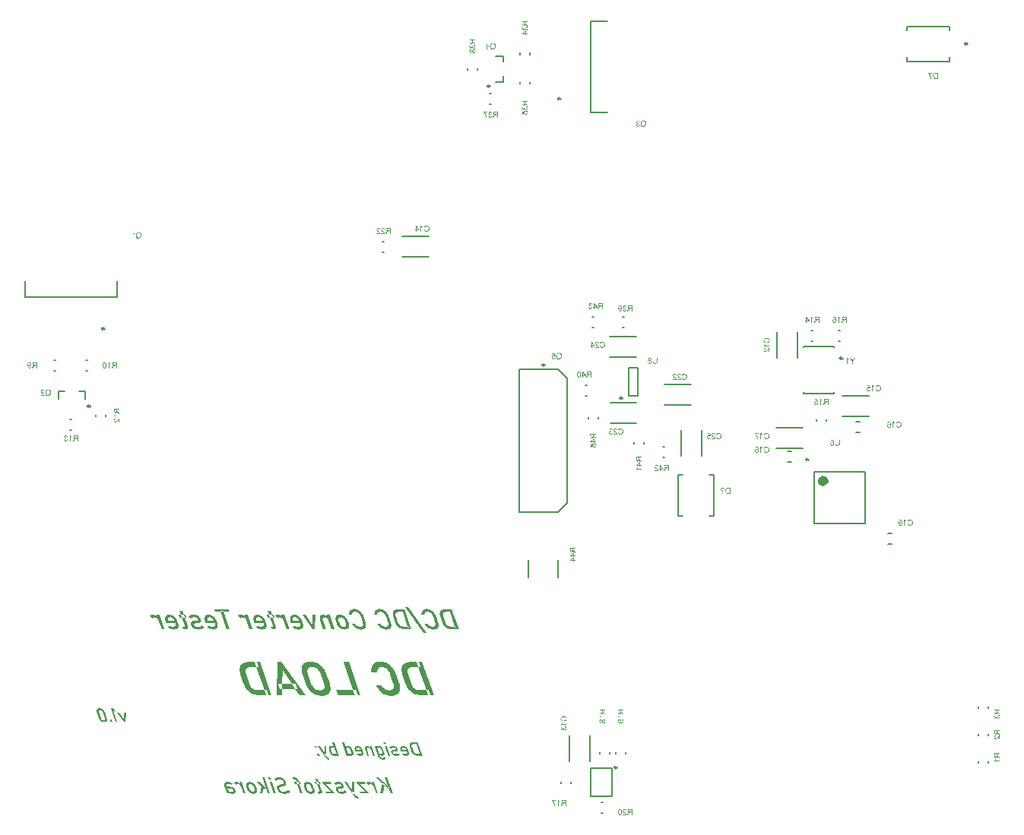
<source format=gbo>
%FSLAX23Y23*%
%MOIN*%
%SFA1B1*%

%IPPOS*%
%ADD10C,0.009840*%
%ADD13C,0.007870*%
%ADD14C,0.023620*%
%LNpcb1-1*%
%LPD*%
G36*
X4070Y1881D02*
X4056D01*
X4048Y1904*
X4037*
X4045Y1881*
X4022*
X4015Y1881*
X4009Y1882*
X4003Y1883*
X4000Y1884*
X3998Y1884*
X3996Y1885*
X3994Y1885*
X3992Y1886*
X3991Y1886*
X3990Y1887*
X3989Y1887*
X3988Y1887*
X3988*
X3983Y1890*
X3978Y1893*
X3973Y1896*
X3970Y1899*
X3967Y1902*
X3966Y1903*
X3965Y1904*
X3964Y1905*
X3963Y1905*
X3963Y1906*
X3963Y1906*
X3959Y1910*
X3956Y1915*
X3953Y1920*
X3951Y1924*
X3949Y1928*
X3948Y1930*
X3947Y1931*
X3947Y1932*
X3947Y1933*
X3946Y1934*
Y1934*
X3932Y1976*
X3931Y1980*
X3930Y1985*
X3929Y1989*
X3929Y1992*
Y1996*
Y1999*
X3929Y2002*
X3930Y2005*
X3930Y2007*
X3931Y2009*
X3932Y2011*
X3932Y2012*
X3933Y2013*
X3933Y2014*
X3934Y2014*
X3934Y2015*
X3936Y2017*
X3938Y2019*
X3941Y2021*
X3944Y2023*
X3947Y2024*
X3950Y2025*
X3956Y2027*
X3960Y2027*
X3962Y2028*
X3965Y2028*
X3967Y2028*
X3969Y2029*
X3995*
X4003Y2006*
X3976*
X3973Y2005*
X3971Y2005*
X3969Y2004*
X3966Y2003*
X3963Y2002*
X3961Y2000*
X3959Y1999*
X3958Y1998*
X3958Y1998*
X3957Y1996*
X3956Y1995*
X3955Y1991*
X3955Y1988*
X3955Y1984*
X3956Y1981*
X3956Y1979*
X3957Y1978*
X3957Y1977*
X3957Y1977*
Y1977*
X3972Y1933*
X3974Y1928*
X3976Y1924*
X3979Y1920*
X3981Y1917*
X3983Y1915*
X3985Y1913*
X3987Y1912*
X3987Y1912*
X3987*
X3991Y1909*
X3996Y1907*
X4000Y1906*
X4004Y1905*
X4008Y1905*
X4009Y1904*
X4011*
X4012Y1904*
X4037*
X4003Y2006*
X4013*
X4005Y2029*
X4019*
X4070Y1881*
G37*
G36*
X3359D02*
X3345D01*
X3338Y1904*
X3327*
X3335Y1881*
X3312*
X3305Y1881*
X3299Y1882*
X3293Y1883*
X3290Y1884*
X3288Y1884*
X3286Y1885*
X3284Y1885*
X3282Y1886*
X3281Y1886*
X3280Y1887*
X3279Y1887*
X3278Y1887*
X3278*
X3273Y1890*
X3268Y1893*
X3263Y1896*
X3260Y1899*
X3257Y1902*
X3255Y1903*
X3254Y1904*
X3254Y1905*
X3253Y1905*
X3253Y1906*
X3253Y1906*
X3249Y1910*
X3245Y1915*
X3243Y1920*
X3240Y1924*
X3239Y1928*
X3238Y1930*
X3237Y1931*
X3237Y1932*
X3237Y1933*
X3236Y1934*
Y1934*
X3222Y1976*
X3221Y1980*
X3220Y1985*
X3219Y1989*
X3219Y1992*
Y1996*
Y1999*
X3219Y2002*
X3220Y2005*
X3220Y2007*
X3221Y2009*
X3222Y2011*
X3222Y2012*
X3223Y2013*
X3223Y2014*
X3224Y2014*
X3224Y2015*
X3226Y2017*
X3228Y2019*
X3231Y2021*
X3234Y2023*
X3237Y2024*
X3240Y2025*
X3246Y2027*
X3249Y2027*
X3252Y2028*
X3255Y2028*
X3257Y2028*
X3259Y2029*
X3285*
X3293Y2006*
X3266*
X3263Y2005*
X3261Y2005*
X3259Y2004*
X3255Y2003*
X3253Y2002*
X3250Y2000*
X3249Y1999*
X3248Y1998*
X3248Y1998*
X3247Y1996*
X3246Y1995*
X3245Y1991*
X3245Y1988*
X3245Y1984*
X3246Y1981*
X3246Y1979*
X3247Y1978*
X3247Y1977*
X3247Y1977*
Y1977*
X3262Y1933*
X3264Y1928*
X3266Y1924*
X3269Y1920*
X3271Y1917*
X3273Y1915*
X3275Y1913*
X3277Y1912*
X3277Y1912*
X3277*
X3281Y1909*
X3286Y1907*
X3290Y1906*
X3294Y1905*
X3298Y1905*
X3299Y1904*
X3301*
X3302Y1904*
X3327*
X3293Y2006*
X3303*
X3295Y2029*
X3309*
X3359Y1881*
G37*
G36*
X3839Y2030D02*
X3844Y2029D01*
X3849Y2028*
X3854Y2027*
X3856Y2026*
X3858Y2026*
X3859Y2025*
X3861Y2025*
X3862Y2024*
X3862Y2024*
X3863Y2024*
X3863*
X3868Y2021*
X3873Y2018*
X3877Y2015*
X3881Y2012*
X3883Y2009*
X3886Y2007*
X3887Y2006*
X3887Y2005*
X3887Y2005*
X3888Y2004*
X3891Y2000*
X3895Y1995*
X3897Y1990*
X3900Y1985*
X3901Y1981*
X3902Y1979*
X3903Y1978*
X3903Y1977*
X3904Y1976*
X3904Y1975*
Y1975*
X3918Y1934*
X3920Y1928*
X3921Y1923*
X3921Y1918*
X3922Y1913*
Y1911*
Y1910*
X3922Y1908*
Y1907*
Y1906*
X3921Y1906*
Y1905*
Y1905*
X3920Y1901*
X3919Y1897*
X3917Y1893*
X3915Y1891*
X3913Y1889*
X3911Y1887*
X3910Y1886*
X3910Y1886*
X3906Y1884*
X3902Y1882*
X3897Y1881*
X3893Y1880*
X3890Y1880*
X3888Y1880*
X3887*
X3886Y1880*
X3884*
X3879Y1880*
X3874Y1880*
X3870Y1881*
X3866Y1882*
X3863Y1883*
X3861Y1884*
X3860Y1884*
X3859Y1885*
X3858Y1885*
X3858Y1885*
X3858*
X3853Y1887*
X3849Y1890*
X3845Y1893*
X3841Y1895*
X3838Y1898*
X3836Y1900*
X3835Y1900*
X3835Y1901*
X3835Y1901*
X3834Y1901*
X3830Y1906*
X3827Y1910*
X3824Y1914*
X3821Y1918*
X3819Y1922*
X3818Y1923*
X3817Y1924*
X3817Y1925*
X3816Y1926*
X3816Y1927*
Y1927*
X3841*
X3843Y1923*
X3846Y1919*
X3849Y1916*
X3851Y1914*
X3854Y1912*
X3855Y1911*
X3857Y1910*
X3857Y1909*
X3857*
X3861Y1907*
X3864Y1906*
X3867Y1905*
X3870Y1904*
X3872Y1904*
X3874Y1903*
X3876*
X3880Y1904*
X3884Y1905*
X3887Y1906*
X3889Y1908*
X3891Y1909*
X3892Y1911*
X3893Y1911*
X3893Y1912*
X3894Y1913*
X3894Y1915*
X3895Y1919*
Y1923*
X3895Y1926*
X3894Y1929*
X3894Y1931*
X3893Y1932*
X3893Y1933*
X3893Y1934*
X3893Y1934*
Y1934*
X3879Y1975*
X3877Y1980*
X3874Y1985*
X3872Y1989*
X3869Y1992*
X3867Y1994*
X3865Y1996*
X3864Y1997*
X3864Y1998*
X3864*
X3860Y2001*
X3856Y2003*
X3852Y2004*
X3848Y2005*
X3846Y2006*
X3843Y2006*
X3842Y2006*
X3841*
X3839Y2006*
X3837Y2006*
X3835Y2006*
X3833Y2005*
X3832Y2004*
X3831Y2004*
X3830Y2004*
X3830Y2003*
X3829Y2002*
X3827Y2001*
X3826Y2000*
X3825Y1998*
X3824Y1997*
X3824Y1996*
X3824Y1996*
Y1995*
X3823Y1993*
X3822Y1991*
X3822Y1989*
X3822Y1987*
Y1985*
X3822Y1984*
Y1983*
Y1983*
X3797*
X3796Y1988*
X3796Y1993*
X3796Y1997*
X3797Y2001*
X3797Y2004*
X3797Y2005*
X3797Y2006*
X3798Y2007*
X3798Y2008*
X3798Y2008*
Y2008*
X3800Y2012*
X3802Y2015*
X3804Y2018*
X3806Y2020*
X3807Y2022*
X3809Y2023*
X3810Y2024*
X3810Y2024*
X3811*
X3814Y2026*
X3818Y2028*
X3821Y2029*
X3825Y2030*
X3828Y2030*
X3830Y2030*
X3833*
X3839Y2030*
G37*
G36*
X3748Y1881D02*
X3737D01*
X3729Y1904*
X3716*
X3724Y1881*
X3651*
X3643Y1904*
X3716*
X3674Y2029*
X3698*
X3748Y1881*
G37*
G36*
X3509D02*
X3482D01*
X3463Y1909*
X3473*
X3465Y1932*
X3447*
X3463Y1909*
X3406*
X3406Y1881*
X3380*
X3385Y2029*
X3403*
X3509Y1881*
G37*
G36*
X3534Y2030D02*
X3539Y2029D01*
X3545Y2028*
X3549Y2027*
X3551Y2026*
X3553Y2026*
X3554Y2025*
X3556Y2024*
X3557Y2024*
X3558Y2024*
X3558Y2023*
X3558*
X3563Y2021*
X3568Y2018*
X3572Y2014*
X3576Y2012*
X3579Y2009*
X3580Y2008*
X3581Y2007*
X3582Y2006*
X3583Y2005*
X3583Y2005*
X3583Y2004*
X3587Y2000*
X3590Y1995*
X3593Y1990*
X3595Y1986*
X3597Y1982*
X3598Y1980*
X3598Y1978*
X3599Y1977*
X3599Y1977*
X3599Y1976*
Y1976*
X3614Y1934*
X3615Y1928*
X3616Y1922*
X3617Y1918*
X3617Y1913*
Y1912*
Y1910*
Y1908*
X3617Y1907*
Y1906*
X3617Y1906*
Y1905*
Y1905*
X3616Y1901*
X3614Y1897*
X3612Y1894*
X3610Y1891*
X3608Y1889*
X3606Y1887*
X3605Y1887*
X3605Y1886*
X3601Y1884*
X3597Y1882*
X3592Y1881*
X3588Y1880*
X3585Y1880*
X3583Y1880*
X3582*
X3581Y1880*
X3579*
X3573Y1880*
X3568Y1881*
X3563Y1882*
X3558Y1883*
X3556Y1883*
X3554Y1884*
X3553Y1885*
X3552Y1885*
X3551Y1886*
X3550Y1886*
X3549Y1886*
X3549*
X3544Y1889*
X3539Y1892*
X3535Y1895*
X3531Y1898*
X3528Y1901*
X3527Y1902*
X3526Y1903*
X3525Y1904*
X3525Y1905*
X3524Y1905*
X3524Y1905*
X3520Y1910*
X3517Y1915*
X3514Y1920*
X3512Y1924*
X3510Y1928*
X3509Y1930*
X3509Y1931*
X3508Y1932*
X3508Y1933*
X3508Y1934*
Y1934*
X3494Y1976*
X3492Y1982*
X3491Y1987*
X3490Y1992*
X3490Y1996*
Y1998*
X3490Y2000*
Y2001*
X3490Y2002*
Y2003*
X3490Y2004*
Y2004*
Y2004*
X3492Y2009*
X3493Y2013*
X3495Y2016*
X3497Y2019*
X3499Y2021*
X3501Y2022*
X3502Y2023*
X3502Y2023*
X3502*
X3506Y2026*
X3510Y2027*
X3515Y2029*
X3519Y2029*
X3522Y2030*
X3524Y2030*
X3525Y2030*
X3528*
X3534Y2030*
G37*
G36*
X3360Y2235D02*
X3348D01*
X3352Y2223*
X3342*
X3338Y2235*
X3348*
X3342Y2253*
X3354*
X3360Y2235*
G37*
G36*
X2974D02*
X2961D01*
X2965Y2223*
X2956*
X2952Y2235*
X2961*
X2955Y2253*
X2968*
X2974Y2235*
G37*
G36*
X3549Y2171D02*
X3539D01*
X3494Y2235*
X3507*
X3538Y2189*
X3538Y2235*
X3551*
X3549Y2171*
G37*
G36*
X4180D02*
X4171D01*
X4167Y2183*
X4163*
X4167Y2171*
X4151*
X4148Y2171*
X4144Y2172*
X4141Y2173*
X4138Y2173*
X4136Y2174*
X4135Y2174*
X4134Y2174*
X4134Y2174*
X4133Y2175*
X4132Y2175*
X4132Y2175*
X4132*
X4129Y2177*
X4126Y2178*
X4123Y2180*
X4121Y2182*
X4119Y2183*
X4118Y2185*
X4117Y2186*
X4117Y2186*
X4117Y2186*
X4115Y2189*
X4112Y2192*
X4111Y2194*
X4109Y2197*
X4108Y2199*
X4108Y2200*
X4108Y2201*
X4107Y2202*
X4107Y2203*
X4107Y2203*
Y2203*
X4098Y2228*
X4097Y2231*
X4097Y2234*
X4097Y2236*
X4096Y2238*
Y2240*
X4096Y2242*
X4097Y2244*
X4097Y2246*
X4097Y2247*
X4098Y2248*
X4098Y2249*
X4098Y2250*
X4099Y2251*
X4099Y2251*
X4099Y2251*
X4099Y2252*
X4101Y2253*
X4102Y2254*
X4104Y2255*
X4105Y2256*
X4107Y2257*
X4109Y2258*
X4113Y2259*
X4114Y2259*
X4116Y2259*
X4117Y2260*
X4119Y2260*
X4120Y2260*
X4137*
X4141Y2248*
X4123*
X4121Y2248*
X4119Y2247*
X4116Y2246*
X4115Y2246*
X4113Y2245*
X4112Y2244*
X4112Y2243*
X4111Y2243*
X4111Y2242*
X4110Y2241*
X4110Y2239*
X4110Y2236*
X4110Y2234*
X4110Y2232*
X4111Y2230*
X4111Y2229*
X4111Y2229*
X4111Y2229*
Y2229*
X4120Y2203*
X4121Y2199*
X4123Y2196*
X4124Y2194*
X4126Y2192*
X4128Y2190*
X4129Y2189*
X4130Y2188*
X4130Y2188*
X4130*
X4133Y2186*
X4136Y2185*
X4139Y2184*
X4141Y2184*
X4144Y2183*
X4145Y2183*
X4145*
X4146Y2183*
X4163*
X4141Y2248*
X4145*
X4141Y2260*
X4149*
X4180Y2171*
G37*
G36*
X3973D02*
X3965D01*
X3960Y2183*
X3956*
X3960Y2171*
X3945*
X3941Y2171*
X3937Y2172*
X3934Y2173*
X3931Y2173*
X3930Y2174*
X3929Y2174*
X3928Y2174*
X3927Y2174*
X3926Y2175*
X3926Y2175*
X3926Y2175*
X3925*
X3922Y2177*
X3919Y2178*
X3917Y2180*
X3914Y2182*
X3913Y2183*
X3911Y2185*
X3910Y2186*
X3910Y2186*
X3910Y2186*
X3908Y2189*
X3906Y2192*
X3904Y2194*
X3903Y2197*
X3902Y2199*
X3901Y2200*
X3901Y2201*
X3901Y2202*
X3900Y2203*
X3900Y2203*
Y2203*
X3892Y2228*
X3891Y2231*
X3890Y2234*
X3890Y2236*
X3890Y2238*
Y2240*
X3890Y2242*
X3890Y2244*
X3890Y2246*
X3891Y2247*
X3891Y2248*
X3891Y2249*
X3892Y2250*
X3892Y2251*
X3892Y2251*
X3892Y2251*
X3893Y2252*
X3894Y2253*
X3895Y2254*
X3897Y2255*
X3899Y2256*
X3900Y2257*
X3902Y2258*
X3906Y2259*
X3908Y2259*
X3909Y2259*
X3911Y2260*
X3912Y2260*
X3913Y2260*
X3930*
X3934Y2248*
X3916*
X3915Y2248*
X3912Y2247*
X3910Y2246*
X3908Y2246*
X3906Y2245*
X3906Y2244*
X3905Y2243*
X3905Y2243*
X3904Y2242*
X3904Y2241*
X3903Y2239*
X3903Y2236*
X3903Y2234*
X3903Y2232*
X3904Y2230*
X3904Y2229*
X3904Y2229*
X3904Y2229*
Y2229*
X3913Y2203*
X3915Y2199*
X3916Y2196*
X3918Y2194*
X3920Y2192*
X3921Y2190*
X3922Y2189*
X3923Y2188*
X3923Y2188*
X3923*
X3926Y2186*
X3929Y2185*
X3932Y2184*
X3935Y2184*
X3937Y2183*
X3938Y2183*
X3939*
X3939Y2183*
X3956*
X3934Y2248*
X3938*
X3934Y2260*
X3943*
X3973Y2171*
G37*
G36*
X4042Y2261D02*
X4045Y2260D01*
X4048Y2260*
X4050Y2259*
X4053Y2258*
X4053Y2258*
X4054Y2257*
X4055Y2257*
X4055Y2257*
X4056Y2257*
X4056*
X4059Y2255*
X4062Y2253*
X4064Y2251*
X4066Y2249*
X4068Y2248*
X4069Y2246*
X4070Y2246*
X4070Y2245*
X4070Y2245*
X4070Y2245*
X4073Y2242*
X4075Y2239*
X4076Y2236*
X4078Y2234*
X4079Y2231*
X4079Y2230*
X4079Y2229*
X4080Y2229*
X4080Y2228*
X4080Y2228*
Y2228*
X4088Y2203*
X4090Y2200*
X4090Y2196*
X4091Y2194*
X4091Y2191*
X4091Y2189*
X4091Y2188*
Y2187*
Y2187*
X4091Y2186*
Y2186*
Y2186*
X4090Y2183*
X4089Y2181*
X4088Y2179*
X4087Y2177*
X4085Y2176*
X4084Y2175*
X4084Y2175*
X4084Y2174*
X4081Y2173*
X4079Y2172*
X4077Y2171*
X4074Y2171*
X4072Y2171*
X4071Y2171*
X4070Y2170*
X4069*
X4066Y2171*
X4063Y2171*
X4061Y2171*
X4058Y2172*
X4057Y2173*
X4055Y2173*
X4054Y2173*
X4054Y2174*
X4054Y2174*
X4054*
X4051Y2175*
X4048Y2176*
X4046Y2178*
X4044Y2179*
X4042Y2181*
X4041Y2182*
X4040Y2183*
X4040Y2183*
X4038Y2185*
X4036Y2188*
X4034Y2190*
X4032Y2192*
X4031Y2194*
X4030Y2195*
X4030Y2196*
X4029Y2196*
X4029Y2197*
Y2197*
X4042*
X4044Y2194*
X4045Y2192*
X4047Y2190*
X4049Y2189*
X4050Y2188*
X4051Y2187*
X4052Y2186*
X4052Y2186*
X4053*
X4055Y2185*
X4057Y2184*
X4059Y2183*
X4061Y2183*
X4062Y2183*
X4064Y2182*
X4065*
X4067Y2183*
X4070Y2183*
X4072Y2184*
X4073Y2185*
X4075Y2186*
X4075Y2187*
X4076Y2188*
X4076Y2188*
X4076Y2189*
X4077Y2190*
X4077Y2193*
Y2195*
X4077Y2198*
X4077Y2200*
X4076Y2201*
X4076Y2202*
X4076Y2202*
X4076Y2203*
X4076Y2203*
Y2203*
X4067Y2228*
X4066Y2231*
X4064Y2234*
X4063Y2237*
X4061Y2239*
X4060Y2241*
X4058Y2242*
X4057Y2243*
X4057Y2243*
X4057*
X4055Y2245*
X4052Y2246*
X4049Y2247*
X4047Y2248*
X4045Y2248*
X4044Y2249*
X4043Y2249*
X4042*
X4041Y2249*
X4039Y2248*
X4038Y2248*
X4037Y2248*
X4036Y2248*
X4036Y2247*
X4035Y2247*
X4035Y2247*
X4034Y2246*
X4033Y2245*
X4032Y2245*
X4032Y2244*
X4031Y2243*
X4031Y2243*
X4031Y2242*
Y2242*
X4030Y2241*
X4030Y2239*
X4029Y2238*
X4029Y2237*
Y2236*
Y2235*
Y2235*
Y2234*
X4016*
X4016Y2237*
Y2240*
X4016Y2242*
X4017Y2244*
X4017Y2246*
X4017Y2247*
X4018Y2248*
X4018Y2248*
X4019Y2250*
X4020Y2252*
X4021Y2254*
X4022Y2255*
X4023Y2256*
X4024Y2257*
X4025Y2257*
X4025Y2257*
X4027Y2259*
X4029Y2259*
X4032Y2260*
X4033Y2260*
X4035Y2261*
X4037Y2261*
X4038*
X4042Y2261*
G37*
G36*
X3835D02*
X3838Y2260D01*
X3841Y2260*
X3844Y2259*
X3846Y2258*
X3847Y2258*
X3848Y2257*
X3848Y2257*
X3849Y2257*
X3849Y2257*
X3849*
X3852Y2255*
X3855Y2253*
X3857Y2251*
X3859Y2249*
X3861Y2248*
X3863Y2246*
X3863Y2246*
X3863Y2245*
X3864Y2245*
X3864Y2245*
X3866Y2242*
X3868Y2239*
X3870Y2236*
X3871Y2234*
X3872Y2231*
X3872Y2230*
X3873Y2229*
X3873Y2229*
X3873Y2228*
X3873Y2228*
Y2228*
X3882Y2203*
X3883Y2200*
X3883Y2196*
X3884Y2194*
X3884Y2191*
X3884Y2189*
X3884Y2188*
Y2187*
Y2187*
X3884Y2186*
Y2186*
Y2186*
X3883Y2183*
X3882Y2181*
X3881Y2179*
X3880Y2177*
X3879Y2176*
X3878Y2175*
X3877Y2175*
X3877Y2174*
X3875Y2173*
X3872Y2172*
X3870Y2171*
X3867Y2171*
X3865Y2171*
X3864Y2171*
X3864Y2170*
X3862*
X3859Y2171*
X3857Y2171*
X3854Y2171*
X3852Y2172*
X3850Y2173*
X3848Y2173*
X3848Y2173*
X3847Y2174*
X3847Y2174*
X3847*
X3844Y2175*
X3842Y2176*
X3839Y2178*
X3837Y2179*
X3836Y2181*
X3834Y2182*
X3833Y2183*
X3833Y2183*
X3831Y2185*
X3829Y2188*
X3827Y2190*
X3826Y2192*
X3824Y2194*
X3823Y2195*
X3823Y2196*
X3823Y2196*
X3823Y2197*
Y2197*
X3835*
X3837Y2194*
X3839Y2192*
X3840Y2190*
X3842Y2189*
X3844Y2188*
X3845Y2187*
X3846Y2186*
X3846Y2186*
X3846*
X3848Y2185*
X3850Y2184*
X3852Y2183*
X3854Y2183*
X3856Y2183*
X3857Y2182*
X3858*
X3861Y2183*
X3863Y2183*
X3865Y2184*
X3867Y2185*
X3868Y2186*
X3869Y2187*
X3869Y2188*
X3869Y2188*
X3870Y2189*
X3870Y2190*
X3871Y2193*
Y2195*
X3870Y2198*
X3870Y2200*
X3870Y2201*
X3869Y2202*
X3869Y2202*
X3869Y2203*
X3869Y2203*
Y2203*
X3861Y2228*
X3859Y2231*
X3858Y2234*
X3856Y2237*
X3854Y2239*
X3853Y2241*
X3852Y2242*
X3851Y2243*
X3851Y2243*
X3851*
X3848Y2245*
X3845Y2246*
X3843Y2247*
X3840Y2248*
X3838Y2248*
X3837Y2249*
X3836Y2249*
X3836*
X3834Y2249*
X3833Y2248*
X3832Y2248*
X3831Y2248*
X3830Y2248*
X3829Y2247*
X3829Y2247*
X3828Y2247*
X3827Y2246*
X3827Y2245*
X3826Y2245*
X3825Y2244*
X3825Y2243*
X3824Y2243*
X3824Y2242*
Y2242*
X3823Y2241*
X3823Y2239*
X3823Y2238*
X3823Y2237*
Y2236*
Y2235*
Y2235*
Y2234*
X3810*
X3809Y2237*
Y2240*
X3810Y2242*
X3810Y2244*
X3810Y2246*
X3811Y2247*
X3811Y2248*
X3811Y2248*
X3812Y2250*
X3813Y2252*
X3814Y2254*
X3816Y2255*
X3817Y2256*
X3818Y2257*
X3818Y2257*
X3818Y2257*
X3821Y2259*
X3823Y2259*
X3825Y2260*
X3827Y2260*
X3829Y2261*
X3830Y2261*
X3831*
X3835Y2261*
G37*
G36*
X3724D02*
X3727Y2260D01*
X3730Y2260*
X3733Y2259*
X3735Y2258*
X3736Y2258*
X3737Y2257*
X3737Y2257*
X3738Y2257*
X3738Y2257*
X3738*
X3741Y2255*
X3744Y2253*
X3746Y2251*
X3749Y2249*
X3750Y2248*
X3752Y2246*
X3752Y2246*
X3753Y2245*
X3753Y2245*
X3753Y2245*
X3755Y2242*
X3757Y2239*
X3759Y2236*
X3760Y2234*
X3761Y2231*
X3762Y2230*
X3762Y2229*
X3762Y2229*
X3762Y2228*
X3763Y2228*
Y2228*
X3771Y2203*
X3772Y2200*
X3773Y2196*
X3773Y2194*
X3773Y2191*
X3773Y2189*
X3773Y2188*
Y2187*
Y2187*
X3773Y2186*
Y2186*
Y2186*
X3772Y2183*
X3771Y2181*
X3770Y2179*
X3769Y2177*
X3768Y2176*
X3767Y2175*
X3766Y2175*
X3766Y2174*
X3764Y2173*
X3761Y2172*
X3759Y2171*
X3756Y2171*
X3754Y2171*
X3754Y2171*
X3753Y2170*
X3751*
X3748Y2171*
X3746Y2171*
X3743Y2171*
X3741Y2172*
X3739Y2173*
X3737Y2173*
X3737Y2173*
X3736Y2174*
X3736Y2174*
X3736*
X3733Y2175*
X3731Y2176*
X3729Y2178*
X3726Y2179*
X3725Y2181*
X3723Y2182*
X3723Y2183*
X3722Y2183*
X3720Y2185*
X3718Y2188*
X3716Y2190*
X3715Y2192*
X3713Y2194*
X3712Y2195*
X3712Y2196*
X3712Y2196*
X3712Y2197*
Y2197*
X3725*
X3726Y2194*
X3728Y2192*
X3730Y2190*
X3731Y2189*
X3733Y2188*
X3734Y2187*
X3735Y2186*
X3735Y2186*
X3735*
X3737Y2185*
X3740Y2184*
X3742Y2183*
X3743Y2183*
X3745Y2183*
X3746Y2182*
X3747*
X3750Y2183*
X3752Y2183*
X3754Y2184*
X3756Y2185*
X3757Y2186*
X3758Y2187*
X3758Y2188*
X3758Y2188*
X3759Y2189*
X3759Y2190*
X3760Y2193*
Y2195*
X3759Y2198*
X3759Y2200*
X3759Y2201*
X3759Y2202*
X3758Y2202*
X3758Y2203*
X3758Y2203*
Y2203*
X3750Y2228*
X3748Y2231*
X3747Y2234*
X3745Y2237*
X3744Y2239*
X3742Y2241*
X3741Y2242*
X3740Y2243*
X3740Y2243*
X3740*
X3737Y2245*
X3734Y2246*
X3732Y2247*
X3730Y2248*
X3728Y2248*
X3726Y2249*
X3725Y2249*
X3725*
X3723Y2249*
X3722Y2248*
X3721Y2248*
X3720Y2248*
X3719Y2248*
X3718Y2247*
X3718Y2247*
X3718Y2247*
X3716Y2246*
X3716Y2245*
X3715Y2245*
X3714Y2244*
X3714Y2243*
X3713Y2243*
X3713Y2242*
Y2242*
X3712Y2241*
X3712Y2239*
X3712Y2238*
X3712Y2237*
Y2236*
Y2235*
Y2235*
Y2234*
X3699*
X3699Y2237*
Y2240*
X3699Y2242*
X3699Y2244*
X3699Y2246*
X3700Y2247*
X3700Y2248*
X3700Y2248*
X3701Y2250*
X3702Y2252*
X3703Y2254*
X3705Y2255*
X3706Y2256*
X3707Y2257*
X3707Y2257*
X3708Y2257*
X3710Y2259*
X3712Y2259*
X3714Y2260*
X3716Y2260*
X3718Y2261*
X3719Y2261*
X3720*
X3724Y2261*
G37*
G36*
X3459Y2235D02*
X3461Y2235D01*
X3466Y2234*
X3470Y2233*
X3471Y2232*
X3473Y2232*
X3474Y2231*
X3476Y2230*
X3477Y2229*
X3478Y2229*
X3478Y2228*
X3479Y2228*
X3479Y2228*
X3479Y2228*
X3481Y2226*
X3483Y2224*
X3486Y2221*
X3488Y2217*
X3490Y2214*
X3491Y2212*
X3492Y2211*
X3492Y2209*
X3493Y2208*
X3493Y2207*
X3493Y2207*
X3494Y2206*
Y2206*
X3496Y2199*
X3497Y2196*
X3497Y2194*
X3498Y2192*
X3498Y2190*
Y2188*
Y2186*
X3498Y2184*
X3498Y2183*
X3497Y2182*
X3497Y2181*
X3497Y2180*
X3497Y2179*
X3496Y2179*
X3496Y2178*
X3496Y2178*
Y2178*
X3495Y2176*
X3494Y2175*
X3492Y2174*
X3491Y2174*
X3488Y2172*
X3485Y2171*
X3482Y2171*
X3481Y2171*
X3480Y2171*
X3479Y2170*
X3478*
X3476Y2171*
X3474Y2171*
X3471Y2171*
X3469Y2172*
X3468Y2172*
X3466Y2172*
X3466Y2173*
X3466Y2173*
X3465*
X3463Y2174*
X3461Y2175*
X3458Y2176*
X3456Y2177*
X3455Y2178*
X3454Y2179*
X3453Y2180*
X3452Y2180*
X3458Y2188*
X3461Y2186*
X3462Y2185*
X3463Y2185*
X3464Y2184*
X3465Y2184*
X3466Y2184*
X3466Y2184*
X3467Y2183*
X3469Y2183*
X3470Y2183*
X3471Y2182*
X3473*
X3473Y2182*
X3474*
X3477Y2182*
X3479Y2183*
X3481Y2184*
X3482Y2184*
X3483Y2185*
X3484Y2186*
X3484Y2186*
X3484Y2186*
X3485Y2188*
X3485Y2190*
X3486Y2192*
X3485Y2194*
X3485Y2196*
X3485Y2197*
X3485Y2198*
X3484Y2198*
X3487*
X3484Y2208*
X3481*
X3482Y2207*
X3484Y2199*
Y2198*
X3484Y2198*
X3484Y2198*
X3445*
X3443Y2202*
X3442Y2205*
X3442Y2208*
X3441Y2210*
X3441Y2213*
X3440Y2215*
X3440Y2217*
X3440Y2219*
X3440Y2220*
X3440Y2222*
X3441Y2223*
X3441Y2224*
X3441Y2225*
X3441Y2226*
X3441Y2226*
X3441Y2227*
Y2227*
X3442Y2228*
X3443Y2230*
X3444Y2231*
X3445Y2232*
X3447Y2233*
X3448Y2233*
X3451Y2234*
X3453Y2235*
X3454Y2235*
X3455Y2235*
X3456Y2235*
X3457*
X3459Y2235*
G37*
G36*
X3298D02*
X3300Y2235D01*
X3305Y2234*
X3309Y2233*
X3310Y2232*
X3312Y2232*
X3313Y2231*
X3315Y2230*
X3316Y2229*
X3317Y2229*
X3317Y2228*
X3318Y2228*
X3318Y2228*
X3318Y2228*
X3320Y2226*
X3322Y2224*
X3324Y2221*
X3327Y2217*
X3329Y2214*
X3330Y2212*
X3331Y2211*
X3331Y2209*
X3332Y2208*
X3332Y2207*
X3332Y2207*
X3333Y2206*
Y2206*
X3335Y2199*
X3336Y2196*
X3336Y2194*
X3337Y2192*
X3337Y2190*
Y2188*
Y2186*
X3337Y2184*
X3337Y2183*
X3336Y2182*
X3336Y2181*
X3336Y2180*
X3336Y2179*
X3335Y2179*
X3335Y2178*
X3335Y2178*
Y2178*
X3334Y2176*
X3333Y2175*
X3331Y2174*
X3330Y2174*
X3327Y2172*
X3324Y2171*
X3321Y2171*
X3320Y2171*
X3319Y2171*
X3318Y2170*
X3317*
X3315Y2171*
X3313Y2171*
X3310Y2171*
X3308Y2172*
X3307Y2172*
X3305Y2172*
X3305Y2173*
X3305Y2173*
X3304*
X3302Y2174*
X3300Y2175*
X3297Y2176*
X3295Y2177*
X3294Y2178*
X3293Y2179*
X3292Y2180*
X3291Y2180*
X3297Y2188*
X3300Y2186*
X3301Y2185*
X3302Y2185*
X3303Y2184*
X3304Y2184*
X3305Y2184*
X3305Y2184*
X3306Y2183*
X3308Y2183*
X3309Y2183*
X3310Y2182*
X3312*
X3312Y2182*
X3313*
X3316Y2182*
X3318Y2183*
X3319Y2184*
X3321Y2184*
X3322Y2185*
X3323Y2186*
X3323Y2186*
X3323Y2186*
X3324Y2188*
X3324Y2190*
X3324Y2192*
X3324Y2194*
X3324Y2196*
X3324Y2197*
X3324Y2198*
X3323Y2198*
X3326*
X3323Y2208*
X3320*
X3321Y2207*
X3323Y2199*
Y2198*
X3323Y2198*
X3323Y2198*
X3284*
X3282Y2202*
X3281Y2205*
X3280Y2208*
X3280Y2210*
X3280Y2213*
X3279Y2215*
X3279Y2217*
X3279Y2219*
X3279Y2220*
X3279Y2222*
X3280Y2223*
X3280Y2224*
X3280Y2225*
X3280Y2226*
X3280Y2226*
X3280Y2227*
Y2227*
X3281Y2228*
X3282Y2230*
X3283Y2231*
X3284Y2232*
X3285Y2233*
X3287Y2233*
X3290Y2234*
X3292Y2235*
X3293Y2235*
X3294Y2235*
X3295Y2235*
X3296*
X3298Y2235*
G37*
G36*
X3084D02*
X3087Y2235D01*
X3091Y2234*
X3095Y2233*
X3096Y2232*
X3098Y2232*
X3099Y2231*
X3101Y2230*
X3102Y2229*
X3103Y2229*
X3103Y2228*
X3104Y2228*
X3104Y2228*
X3104Y2228*
X3106Y2226*
X3108Y2224*
X3111Y2221*
X3113Y2217*
X3115Y2214*
X3116Y2212*
X3117Y2211*
X3117Y2209*
X3118Y2208*
X3118Y2207*
X3119Y2207*
X3119Y2206*
Y2206*
X3121Y2199*
X3122Y2196*
X3122Y2194*
X3123Y2192*
X3123Y2190*
Y2188*
Y2186*
X3123Y2184*
X3123Y2183*
X3123Y2182*
X3122Y2181*
X3122Y2180*
X3122Y2179*
X3121Y2179*
X3121Y2178*
X3121Y2178*
Y2178*
X3120Y2176*
X3119Y2175*
X3118Y2174*
X3116Y2174*
X3113Y2172*
X3110Y2171*
X3108Y2171*
X3106Y2171*
X3105Y2171*
X3104Y2170*
X3103*
X3101Y2171*
X3099Y2171*
X3096Y2171*
X3095Y2172*
X3093Y2172*
X3092Y2172*
X3091Y2173*
X3091Y2173*
X3090*
X3088Y2174*
X3086Y2175*
X3083Y2176*
X3081Y2177*
X3080Y2178*
X3079Y2179*
X3078Y2180*
X3078Y2180*
X3083Y2188*
X3086Y2186*
X3087Y2185*
X3088Y2185*
X3090Y2184*
X3090Y2184*
X3091Y2184*
X3091Y2184*
X3093Y2183*
X3094Y2183*
X3095Y2183*
X3097Y2182*
X3098*
X3098Y2182*
X3099*
X3102Y2182*
X3104Y2183*
X3106Y2184*
X3107Y2184*
X3108Y2185*
X3109Y2186*
X3109Y2186*
X3109Y2186*
X3110Y2188*
X3110Y2190*
X3111Y2192*
X3110Y2194*
X3110Y2196*
X3110Y2197*
X3110Y2198*
X3110Y2198*
X3112*
X3109Y2208*
X3106*
X3107Y2207*
X3109Y2199*
Y2198*
X3109Y2198*
X3110Y2198*
X3070*
X3068Y2202*
X3067Y2205*
X3067Y2208*
X3066Y2210*
X3066Y2213*
X3065Y2215*
X3065Y2217*
X3065Y2219*
X3065Y2220*
X3065Y2222*
X3066Y2223*
X3066Y2224*
X3066Y2225*
X3066Y2226*
X3066Y2226*
X3066Y2227*
Y2227*
X3067Y2228*
X3068Y2230*
X3069Y2231*
X3070Y2232*
X3072Y2233*
X3073Y2233*
X3076Y2234*
X3078Y2235*
X3079Y2235*
X3080Y2235*
X3081Y2235*
X3082*
X3084Y2235*
G37*
G36*
X2912D02*
X2914Y2235D01*
X2918Y2234*
X2922Y2233*
X2924Y2232*
X2925Y2232*
X2927Y2231*
X2928Y2230*
X2929Y2229*
X2930Y2229*
X2931Y2228*
X2931Y2228*
X2932Y2228*
X2932Y2228*
X2934Y2226*
X2935Y2224*
X2938Y2221*
X2941Y2217*
X2943Y2214*
X2943Y2212*
X2944Y2211*
X2945Y2209*
X2945Y2208*
X2946Y2207*
X2946Y2207*
X2946Y2206*
Y2206*
X2949Y2199*
X2949Y2196*
X2950Y2194*
X2950Y2192*
X2951Y2190*
Y2188*
Y2186*
X2950Y2184*
X2950Y2183*
X2950Y2182*
X2950Y2181*
X2949Y2180*
X2949Y2179*
X2949Y2179*
X2949Y2178*
X2948Y2178*
Y2178*
X2948Y2176*
X2946Y2175*
X2945Y2174*
X2944Y2174*
X2941Y2172*
X2938Y2171*
X2935Y2171*
X2934Y2171*
X2933Y2171*
X2932Y2170*
X2931*
X2928Y2171*
X2926Y2171*
X2924Y2171*
X2922Y2172*
X2920Y2172*
X2919Y2172*
X2918Y2173*
X2918Y2173*
X2918*
X2915Y2174*
X2913Y2175*
X2911Y2176*
X2909Y2177*
X2907Y2178*
X2906Y2179*
X2905Y2180*
X2905Y2180*
X2910Y2188*
X2913Y2186*
X2915Y2185*
X2916Y2185*
X2917Y2184*
X2918Y2184*
X2918Y2184*
X2919Y2184*
X2920Y2183*
X2922Y2183*
X2923Y2183*
X2924Y2182*
X2925*
X2926Y2182*
X2927*
X2929Y2182*
X2931Y2183*
X2933Y2184*
X2934Y2184*
X2936Y2185*
X2936Y2186*
X2937Y2186*
X2937Y2186*
X2938Y2188*
X2938Y2190*
X2938Y2192*
X2938Y2194*
X2938Y2196*
X2937Y2197*
X2937Y2198*
X2937Y2198*
X2940*
X2937Y2208*
X2934*
X2934Y2207*
X2937Y2199*
Y2198*
X2937Y2198*
X2937Y2198*
X2897*
X2896Y2202*
X2895Y2205*
X2894Y2208*
X2894Y2210*
X2893Y2213*
X2893Y2215*
X2893Y2217*
X2893Y2219*
X2893Y2220*
X2893Y2222*
X2893Y2223*
X2893Y2224*
X2894Y2225*
X2894Y2226*
X2894Y2226*
X2894Y2227*
Y2227*
X2895Y2228*
X2896Y2230*
X2897Y2231*
X2898Y2232*
X2899Y2233*
X2900Y2233*
X2903Y2234*
X2905Y2235*
X2907Y2235*
X2908Y2235*
X2908Y2235*
X2909*
X2912Y2235*
G37*
G36*
X3587D02*
X3589Y2235D01*
X3591Y2234*
X3593Y2234*
X3594Y2233*
X3595Y2233*
X3596Y2232*
X3596Y2232*
X3598Y2231*
X3600Y2230*
X3602Y2228*
X3604Y2227*
X3605Y2226*
X3609Y2213*
X3607Y2223*
X3607Y2224*
X3606Y2224*
X3605Y2225*
X3605Y2226*
X3602Y2235*
X3614*
X3636Y2171*
X3623*
X3609Y2213*
X3610Y2211*
X3609Y2213*
X3608Y2215*
X3607Y2217*
X3606Y2218*
X3605Y2219*
X3604Y2220*
X3603Y2220*
X3603Y2220*
X3602Y2221*
X3600Y2222*
X3598Y2223*
X3596Y2223*
X3595Y2223*
X3594Y2224*
X3593*
X3591Y2223*
X3589Y2223*
X3587Y2222*
X3586Y2222*
X3585Y2221*
X3585Y2220*
X3584Y2220*
X3584Y2220*
X3584Y2218*
X3583Y2217*
Y2215*
X3583Y2213*
X3584Y2212*
X3584Y2211*
X3584Y2210*
X3584Y2210*
Y2210*
X3597Y2171*
X3585*
X3572Y2210*
X3571Y2212*
X3571Y2214*
X3570Y2216*
X3570Y2218*
X3570Y2219*
X3570Y2221*
X3570Y2223*
Y2224*
X3570Y2225*
X3570Y2226*
X3570Y2227*
X3571Y2227*
X3571Y2228*
X3571Y2228*
X3571Y2228*
Y2229*
X3572Y2230*
X3573Y2231*
X3574Y2232*
X3575Y2233*
X3577Y2234*
X3579Y2235*
X3581Y2235*
X3582Y2235*
X3583*
X3584Y2235*
X3585*
X3587Y2235*
G37*
G36*
X3388D02*
X3390Y2235D01*
X3392Y2234*
X3394Y2234*
X3395Y2233*
X3396Y2233*
X3397Y2232*
X3397Y2232*
X3399Y2231*
X3401Y2230*
X3403Y2228*
X3405Y2227*
X3406Y2226*
X3410Y2213*
X3408Y2223*
X3407Y2224*
X3407Y2224*
X3406Y2225*
X3406Y2226*
X3403Y2235*
X3415*
X3437Y2171*
X3424*
X3410Y2213*
X3411Y2211*
X3410Y2213*
X3409Y2215*
X3408Y2217*
X3407Y2218*
X3406Y2219*
X3405Y2220*
X3404Y2220*
X3404Y2220*
X3403Y2221*
X3401Y2222*
X3399Y2223*
X3398Y2223*
X3396Y2223*
X3395Y2224*
X3394*
X3392Y2223*
X3391Y2223*
X3390Y2223*
X3389Y2223*
X3389Y2223*
X3389Y2223*
X3389*
X3387Y2222*
X3386Y2221*
X3386Y2220*
X3385Y2220*
Y2220*
X3374Y2231*
X3375Y2232*
X3377Y2233*
X3377Y2234*
X3378Y2234*
X3378Y2234*
X3378*
X3381Y2235*
X3382Y2235*
X3383Y2235*
X3384Y2235*
X3386*
X3388Y2235*
G37*
G36*
X3227D02*
X3229Y2235D01*
X3231Y2234*
X3233Y2234*
X3234Y2233*
X3235Y2233*
X3236Y2232*
X3236Y2232*
X3238Y2231*
X3240Y2230*
X3242Y2228*
X3244Y2227*
X3245Y2226*
X3242Y2235*
X3254*
X3276Y2171*
X3263*
X3249Y2213*
X3247Y2223*
X3246Y2224*
X3246Y2224*
X3245Y2225*
X3245Y2226*
X3249Y2213*
X3250Y2211*
X3249Y2213*
X3248Y2215*
X3247Y2217*
X3246Y2218*
X3245Y2219*
X3244Y2220*
X3243Y2220*
X3243Y2220*
X3242Y2221*
X3240Y2222*
X3238Y2223*
X3236Y2223*
X3235Y2223*
X3234Y2224*
X3233*
X3231Y2223*
X3230Y2223*
X3229Y2223*
X3228Y2223*
X3228Y2223*
X3228Y2223*
X3228*
X3226Y2222*
X3225Y2221*
X3225Y2220*
X3224Y2220*
Y2220*
X3213Y2231*
X3214Y2232*
X3216Y2233*
X3216Y2234*
X3217Y2234*
X3217Y2234*
X3217*
X3220Y2235*
X3221Y2235*
X3222Y2235*
X3223Y2235*
X3225*
X3227Y2235*
G37*
G36*
X3174Y2248D02*
X3149D01*
X3175Y2171*
X3162*
X3136Y2248*
X3149*
X3147Y2253*
X3135*
X3136Y2248*
X3111*
X3107Y2260*
X3170*
X3174Y2248*
G37*
G36*
X2841Y2235D02*
X2843Y2235D01*
X2845Y2234*
X2846Y2234*
X2848Y2233*
X2849Y2233*
X2850Y2232*
X2850Y2232*
X2852Y2231*
X2854Y2230*
X2856Y2228*
X2857Y2227*
X2858Y2226*
X2855Y2235*
X2868*
X2889Y2171*
X2877*
X2863Y2213*
X2860Y2223*
X2860Y2224*
X2860Y2224*
X2859Y2225*
X2858Y2226*
X2863Y2213*
X2863Y2211*
X2862Y2213*
X2861Y2215*
X2860Y2217*
X2859Y2218*
X2858Y2219*
X2858Y2220*
X2857Y2220*
X2857Y2220*
X2855Y2221*
X2853Y2222*
X2852Y2223*
X2850Y2223*
X2849Y2223*
X2848Y2224*
X2847*
X2844Y2223*
X2843Y2223*
X2843Y2223*
X2842Y2223*
X2842Y2223*
X2841Y2223*
X2841*
X2840Y2222*
X2839Y2221*
X2838Y2220*
X2838Y2220*
Y2220*
X2826Y2231*
X2828Y2232*
X2829Y2233*
X2830Y2234*
X2831Y2234*
X2831Y2234*
X2831*
X2834Y2235*
X2835Y2235*
X2836Y2235*
X2837Y2235*
X2838*
X2841Y2235*
G37*
G36*
X3371Y2223D02*
X3364D01*
X3376Y2188*
X3377Y2185*
X3377Y2182*
X3378Y2180*
X3378Y2179*
X3377Y2177*
X3377Y2176*
X3377Y2175*
X3377Y2175*
X3376Y2174*
X3374Y2173*
X3373Y2172*
X3371Y2172*
X3370Y2171*
X3368Y2171*
X3368Y2171*
X3360*
X3356Y2183*
X3362*
X3363Y2183*
X3364Y2184*
X3364Y2184*
X3364Y2184*
X3364Y2185*
X3364Y2186*
X3364Y2187*
X3364Y2187*
Y2188*
X3352Y2223*
X3364*
X3360Y2235*
X3367*
X3371Y2223*
G37*
G36*
X2984D02*
X2978D01*
X2990Y2188*
X2991Y2185*
X2991Y2182*
X2991Y2180*
X2991Y2179*
X2991Y2177*
X2991Y2176*
X2991Y2175*
X2991Y2175*
X2990Y2174*
X2988Y2173*
X2987Y2172*
X2985Y2172*
X2983Y2171*
X2982Y2171*
X2981Y2171*
X2973*
X2969Y2183*
X2975*
X2977Y2183*
X2977Y2184*
X2977Y2184*
X2978Y2184*
X2978Y2185*
X2978Y2186*
X2977Y2187*
X2977Y2187*
Y2188*
X2965Y2223*
X2978*
X2974Y2235*
X2980*
X2984Y2223*
G37*
G36*
X3660Y2235D02*
X3662Y2235D01*
X3666Y2234*
X3670Y2233*
X3672Y2233*
X3673Y2232*
X3675Y2231*
X3676Y2230*
X3677Y2230*
X3678Y2229*
X3679Y2229*
X3679Y2228*
X3679Y2228*
X3680Y2228*
X3683Y2225*
X3686Y2222*
X3688Y2219*
X3690Y2216*
X3691Y2213*
X3692Y2211*
X3692Y2210*
X3693Y2209*
X3693Y2209*
X3693Y2208*
Y2208*
X3697Y2198*
X3697Y2196*
X3698Y2193*
X3698Y2191*
X3699Y2189*
Y2187*
Y2186*
Y2184*
X3698Y2183*
X3698Y2182*
X3698Y2180*
X3698Y2180*
X3697Y2179*
X3697Y2178*
X3697Y2178*
X3697Y2178*
Y2178*
X3696Y2176*
X3695Y2175*
X3694Y2174*
X3692Y2174*
X3690Y2172*
X3687Y2171*
X3684Y2171*
X3683Y2171*
X3682Y2171*
X3681Y2170*
X3680*
X3678Y2171*
X3675Y2171*
X3671Y2172*
X3668Y2173*
X3666Y2173*
X3664Y2174*
X3663Y2175*
X3662Y2175*
X3661Y2176*
X3660Y2176*
X3659Y2177*
X3659Y2177*
X3658Y2177*
X3658Y2178*
X3657Y2179*
X3655Y2180*
X3652Y2184*
X3650Y2187*
X3648Y2190*
X3646Y2193*
X3646Y2194*
X3645Y2196*
X3645Y2196*
X3645Y2197*
X3644Y2198*
Y2198*
X3641Y2208*
X3640Y2211*
X3640Y2213*
X3639Y2215*
X3639Y2217*
Y2219*
Y2220*
X3639Y2222*
X3639Y2223*
X3640Y2224*
X3640Y2225*
X3640Y2226*
X3640Y2227*
X3641Y2228*
X3641Y2228*
X3641Y2228*
Y2228*
X3642Y2229*
X3643Y2231*
X3644Y2232*
X3645Y2232*
X3648Y2234*
X3651Y2235*
X3654Y2235*
X3655Y2235*
X3656Y2235*
X3657Y2235*
X3658*
X3660Y2235*
G37*
G36*
X3021Y2235D02*
X3025Y2235D01*
X3029Y2234*
X3030Y2233*
X3032Y2233*
X3033Y2233*
X3034Y2232*
X3035Y2232*
X3036Y2231*
X3036Y2231*
X3037Y2231*
X3037Y2230*
X3037*
X3040Y2228*
X3042Y2226*
X3044Y2223*
X3046Y2221*
X3047Y2219*
X3047Y2218*
X3048Y2217*
X3048Y2216*
X3048Y2216*
X3048Y2216*
Y2215*
X3049Y2213*
X3049Y2212*
X3050Y2210*
X3050Y2209*
Y2208*
Y2207*
X3050Y2207*
Y2207*
X3049Y2205*
X3049Y2204*
X3048Y2204*
X3048Y2203*
X3047Y2202*
X3047Y2202*
X3046Y2202*
X3046Y2202*
X3044Y2200*
X3042Y2200*
X3041Y2199*
X3041Y2199*
X3040Y2199*
X3040*
X3038Y2199*
X3036Y2199*
X3035*
X3034Y2199*
X3034Y2198*
X3033*
X3030Y2198*
X3028Y2198*
X3027Y2198*
X3026Y2198*
X3025*
X3025Y2198*
X3025*
X3023Y2197*
X3022Y2197*
X3021Y2197*
X3020Y2196*
X3020Y2196*
X3019Y2196*
X3019Y2196*
X3019Y2196*
X3018Y2195*
X3018Y2194*
X3018Y2193*
Y2193*
X3018Y2192*
X3018Y2191*
X3018Y2191*
Y2191*
X3019Y2189*
X3020Y2188*
X3021Y2186*
X3022Y2185*
X3023Y2185*
X3023Y2184*
X3024Y2184*
X3024Y2184*
X3026Y2183*
X3028Y2182*
X3030Y2182*
X3032Y2182*
X3033Y2182*
X3035Y2181*
X3036*
X3038Y2182*
X3039Y2182*
X3041Y2182*
X3042Y2182*
X3044Y2183*
X3044Y2183*
X3045Y2183*
X3045Y2183*
X3047Y2184*
X3048Y2185*
X3050Y2186*
X3051Y2187*
X3052Y2188*
X3053Y2189*
X3053Y2189*
X3053Y2189*
X3064Y2180*
X3062Y2179*
X3061Y2177*
X3059Y2176*
X3058Y2175*
X3056Y2174*
X3055Y2173*
X3055Y2173*
X3054Y2173*
X3052Y2172*
X3049Y2171*
X3047Y2171*
X3045Y2171*
X3043Y2171*
X3041Y2170*
X3040*
X3035Y2171*
X3031Y2171*
X3029Y2172*
X3027Y2172*
X3025Y2173*
X3024Y2173*
X3022Y2173*
X3021Y2174*
X3020Y2174*
X3020Y2175*
X3019Y2175*
X3018Y2175*
X3018Y2175*
X3018*
X3015Y2178*
X3013Y2180*
X3011Y2182*
X3009Y2185*
X3008Y2187*
X3007Y2188*
X3007Y2189*
X3007Y2190*
X3006Y2190*
X3006Y2190*
Y2191*
X3006Y2193*
X3005Y2195*
X3005Y2196*
X3005Y2198*
Y2199*
Y2200*
X3005Y2200*
Y2200*
X3005Y2202*
X3006Y2203*
X3007Y2204*
X3007Y2204*
X3008Y2205*
X3008Y2206*
X3009Y2206*
X3009Y2206*
X3011Y2207*
X3013Y2208*
X3014Y2208*
X3015Y2208*
X3015Y2208*
X3015*
X3018Y2209*
X3019Y2209*
X3021Y2209*
X3022*
X3022Y2209*
X3023*
X3026Y2209*
X3027*
X3028Y2210*
X3029Y2210*
X3030Y2210*
X3031*
X3032Y2210*
X3033Y2210*
X3034Y2211*
X3034Y2211*
X3035Y2211*
X3036Y2211*
X3036Y2212*
X3036*
X3036Y2212*
X3037Y2213*
X3037Y2213*
Y2214*
X3037Y2215*
Y2215*
X3037Y2215*
Y2216*
X3036Y2217*
X3035Y2218*
X3034Y2220*
X3033Y2221*
X3032Y2221*
X3032Y2222*
X3031Y2222*
X3031Y2222*
X3030Y2223*
X3028Y2223*
X3026Y2224*
X3025Y2224*
X3023Y2224*
X3022Y2224*
X3019*
X3018Y2224*
X3016Y2224*
X3015Y2224*
X3014Y2223*
X3013Y2223*
X3013Y2223*
X3012Y2223*
X3011Y2222*
X3010Y2221*
X3008Y2221*
X3007Y2220*
X3006Y2219*
X3005Y2219*
X3005Y2218*
X3005Y2218*
X2994Y2227*
X2996Y2229*
X2997Y2230*
X2999Y2231*
X3001Y2232*
X3002Y2233*
X3003Y2233*
X3004Y2233*
X3004Y2233*
X3006Y2234*
X3008Y2235*
X3011Y2235*
X3013Y2235*
X3015Y2235*
X3016Y2235*
X3017*
X3021Y2235*
G37*
G36*
X4037Y2155D02*
X4026D01*
X3945Y2270*
X3957*
X4037Y2155*
G37*
G36*
X2672Y1819D02*
X2675Y1810D01*
X2665Y1815*
X2682Y1765*
X2674*
X2654Y1824*
X2662*
X2672Y1819*
G37*
G36*
X2718Y1765D02*
X2712D01*
X2682Y1807*
X2690*
X2711Y1777*
X2711Y1807*
X2720*
X2718Y1765*
G37*
G36*
X2661D02*
X2653D01*
X2650Y1774*
X2659*
X2661Y1765*
G37*
G36*
X2606Y1825D02*
X2607Y1825D01*
X2610Y1824*
X2611Y1824*
X2612Y1823*
X2614Y1823*
X2614Y1823*
X2615Y1822*
X2616Y1822*
X2617Y1821*
X2617Y1821*
X2618Y1821*
X2618Y1821*
X2618Y1820*
X2618Y1820*
X2620Y1819*
X2622Y1817*
X2624Y1815*
X2625Y1813*
X2625Y1812*
X2626Y1811*
X2626Y1810*
X2626Y1809*
X2627Y1809*
X2627Y1808*
X2627Y1808*
Y1808*
X2636Y1781*
X2636Y1780*
X2637Y1778*
X2637Y1777*
X2637Y1776*
X2637Y1775*
Y1774*
X2637Y1773*
X2637Y1772*
X2637Y1772*
X2637Y1771*
X2637Y1770*
X2636Y1770*
X2636Y1770*
X2636Y1769*
X2636Y1769*
Y1769*
X2635Y1768*
X2635Y1768*
X2634Y1767*
X2633Y1766*
X2631Y1766*
X2629Y1765*
X2628Y1765*
X2627Y1765*
X2626Y1765*
X2626Y1765*
X2625*
X2623Y1765*
X2622Y1765*
X2619Y1765*
X2618Y1766*
X2617Y1766*
X2616Y1766*
X2615Y1767*
X2614Y1767*
X2613Y1768*
X2612Y1768*
X2612Y1768*
X2611Y1769*
X2611Y1769*
X2611Y1769*
X2611Y1769*
X2609Y1771*
X2607Y1773*
X2606Y1775*
X2604Y1777*
X2604Y1778*
X2603Y1778*
X2603Y1779*
X2603Y1780*
X2603Y1780*
X2602Y1781*
X2602Y1781*
Y1781*
X2593Y1808*
X2593Y1810*
X2592Y1811*
X2592Y1812*
X2592Y1813*
X2592Y1814*
Y1815*
X2592Y1816*
X2592Y1817*
X2592Y1818*
X2592Y1819*
X2593Y1819*
X2593Y1820*
X2593Y1820*
X2593Y1820*
X2593Y1820*
Y1820*
X2594Y1821*
X2594Y1822*
X2595Y1822*
X2596Y1823*
X2598Y1824*
X2600Y1824*
X2602Y1825*
X2602Y1825*
X2603Y1825*
X2604Y1825*
X2604*
X2606Y1825*
G37*
G36*
X3861Y1668D02*
X3852D01*
X3849Y1676*
X3858*
X3861Y1668*
G37*
G36*
X3831Y1660D02*
X3832Y1660D01*
X3834Y1659*
X3836Y1659*
X3838Y1658*
X3839Y1657*
X3840Y1656*
X3841Y1656*
X3841Y1656*
X3841Y1656*
X3841Y1656*
X3841Y1655*
X3843Y1654*
X3845Y1652*
X3846Y1649*
X3847Y1647*
X3848Y1646*
X3849Y1645*
X3849Y1644*
X3849Y1644*
X3849Y1643*
X3849Y1643*
Y1643*
X3853Y1633*
X3853Y1632*
X3853Y1631*
X3854Y1629*
X3854Y1628*
X3854Y1627*
Y1626*
Y1625*
X3854Y1624*
X3854Y1623*
X3854Y1623*
X3854Y1622*
X3853Y1622*
X3853Y1621*
X3853Y1621*
X3853Y1621*
Y1621*
X3853Y1620*
X3852Y1619*
X3851Y1618*
X3849Y1618*
X3848Y1617*
X3846Y1617*
X3846Y1617*
X3845*
X3844Y1616*
X3844*
X3842Y1617*
X3841Y1617*
X3839Y1617*
X3838Y1618*
X3837Y1618*
X3837Y1618*
X3836Y1618*
X3836Y1619*
X3835Y1619*
X3833Y1620*
X3832Y1621*
X3832Y1622*
X3831Y1622*
X3833Y1617*
X3834Y1615*
X3835Y1614*
X3835Y1613*
X3836Y1612*
X3837Y1611*
X3838Y1610*
X3838Y1610*
X3838Y1610*
X3839Y1609*
X3841Y1608*
X3842Y1608*
X3844Y1607*
X3845Y1607*
X3846Y1607*
X3846*
X3847Y1607*
X3848Y1607*
X3849Y1607*
X3849Y1608*
X3850Y1608*
X3850Y1608*
X3851Y1608*
X3851Y1608*
X3851Y1609*
X3852Y1609*
X3853Y1611*
X3853Y1611*
X3853Y1611*
X3853Y1612*
Y1612*
X3861Y1607*
X3860Y1606*
X3860Y1605*
X3859Y1604*
X3858Y1603*
X3858Y1602*
X3857Y1602*
X3857Y1602*
X3857Y1602*
X3855Y1601*
X3854Y1601*
X3853Y1600*
X3851Y1600*
X3850Y1600*
X3849Y1600*
X3849*
X3847Y1600*
X3846Y1600*
X3843Y1601*
X3840Y1601*
X3839Y1602*
X3838Y1602*
X3837Y1603*
X3836Y1603*
X3835Y1604*
X3835Y1604*
X3834Y1604*
X3834Y1605*
X3834Y1605*
X3834Y1605*
X3831Y1607*
X3830Y1609*
X3828Y1611*
X3827Y1613*
X3826Y1614*
X3826Y1615*
X3825Y1616*
X3825Y1617*
X3825Y1617*
X3824Y1618*
X3824Y1618*
Y1618*
X3810Y1659*
X3819*
X3821Y1654*
X3821Y1655*
X3821Y1656*
X3822Y1657*
X3822Y1657*
X3823Y1658*
X3823Y1658*
X3823Y1658*
X3824Y1659*
X3825Y1659*
X3826Y1660*
X3827Y1660*
X3828Y1660*
X3829Y1660*
X3829*
X3831Y1660*
G37*
G36*
X3654Y1617D02*
X3646D01*
X3644Y1623*
X3644Y1622*
X3643Y1621*
X3643Y1621*
X3642Y1620*
X3642Y1619*
X3642Y1619*
X3641Y1618*
X3641Y1618*
X3640Y1618*
X3639Y1617*
X3638Y1617*
X3637Y1617*
X3636Y1617*
X3636Y1617*
X3635*
X3634Y1617*
X3633Y1617*
X3630Y1617*
X3628Y1618*
X3626Y1619*
X3625Y1620*
X3624Y1620*
X3624Y1620*
X3623Y1621*
X3623Y1621*
X3623Y1621*
X3623Y1621*
X3621Y1623*
X3619Y1625*
X3618Y1627*
X3617Y1629*
X3616Y1631*
X3615Y1631*
X3615Y1632*
X3615Y1633*
X3615Y1633*
X3615Y1633*
Y1633*
X3612Y1643*
X3611Y1644*
X3611Y1645*
X3610Y1647*
X3610Y1648*
X3610Y1649*
Y1650*
Y1651*
X3610Y1652*
X3610Y1653*
X3610Y1653*
X3611Y1654*
X3611Y1654*
X3611Y1655*
X3611Y1655*
X3611Y1655*
Y1655*
X3611Y1656*
X3612Y1657*
X3613Y1657*
X3613Y1658*
X3615Y1659*
X3616Y1659*
X3618Y1660*
X3619Y1660*
X3619Y1660*
X3620*
X3621Y1660*
X3623Y1660*
X3624Y1659*
X3625Y1659*
X3626Y1658*
X3627Y1658*
X3627Y1658*
X3627Y1658*
X3629Y1657*
X3630Y1656*
X3631Y1655*
X3632Y1654*
X3633Y1654*
X3625Y1676*
X3634*
X3654Y1617*
G37*
G36*
X3558Y1651D02*
X3550D01*
X3547Y1660*
X3555*
X3558Y1651*
G37*
G36*
X3597Y1618D02*
X3602Y1612D01*
X3602Y1611*
X3603Y1610*
X3603Y1610*
X3604Y1609*
X3604Y1609*
X3605Y1609*
X3605Y1609*
X3605Y1608*
X3606Y1608*
X3606Y1608*
X3608Y1608*
X3608*
X3609Y1607*
X3611*
X3613Y1600*
X3612*
X3610Y1600*
X3608Y1600*
X3607Y1600*
X3606Y1600*
X3605Y1601*
X3604Y1601*
X3604Y1601*
X3603Y1601*
X3602Y1602*
X3601Y1603*
X3600Y1604*
X3599Y1605*
X3598Y1606*
X3598Y1607*
X3597Y1607*
X3597Y1607*
Y1607*
X3561Y1659*
X3570*
X3590Y1629*
X3590Y1659*
X3599*
X3597Y1618*
G37*
G36*
X4020Y1617D02*
X4014D01*
X4011Y1625*
X4009*
X4011Y1617*
X4001*
X3998Y1617*
X3996Y1617*
X3994Y1618*
X3992Y1618*
X3991Y1619*
X3990Y1619*
X3989Y1619*
X3989Y1619*
X3988Y1619*
X3988Y1619*
X3988Y1620*
X3988*
X3986Y1621*
X3984Y1622*
X3982Y1623*
X3981Y1624*
X3979Y1625*
X3978Y1626*
X3978Y1627*
X3978Y1627*
X3978Y1627*
X3976Y1629*
X3975Y1631*
X3974Y1632*
X3973Y1634*
X3972Y1636*
X3972Y1637*
X3972Y1637*
X3971Y1638*
X3971Y1638*
X3971Y1638*
Y1638*
X3965Y1655*
X3965Y1657*
X3964Y1659*
X3964Y1660*
X3964Y1662*
Y1663*
X3964Y1664*
X3964Y1666*
X3964Y1667*
X3965Y1667*
X3965Y1668*
X3965Y1669*
X3965Y1670*
X3966Y1670*
X3966Y1670*
X3966Y1670*
X3966Y1671*
X3967Y1672*
X3968Y1672*
X3969Y1673*
X3970Y1674*
X3971Y1674*
X3972Y1675*
X3975Y1675*
X3976Y1676*
X3977Y1676*
X3978Y1676*
X3979Y1676*
X3980Y1676*
X3991*
X3994Y1668*
X3982*
X3981Y1668*
X3979Y1668*
X3977Y1667*
X3976Y1667*
X3975Y1666*
X3975Y1665*
X3974Y1665*
X3974Y1665*
X3974Y1664*
X3973Y1663*
X3973Y1662*
X3973Y1660*
X3973Y1659*
X3973Y1657*
X3974Y1656*
X3974Y1656*
X3974Y1656*
X3974Y1655*
Y1655*
X3980Y1638*
X3981Y1636*
X3982Y1634*
X3983Y1632*
X3984Y1631*
X3985Y1630*
X3986Y1629*
X3986Y1628*
X3986Y1628*
X3987*
X3988Y1627*
X3990Y1626*
X3992Y1626*
X3994Y1625*
X3996Y1625*
X3996Y1625*
X3997*
X3997Y1625*
X4009*
X3994Y1668*
X3997*
X3994Y1676*
X3999*
X4020Y1617*
G37*
G36*
X3936Y1660D02*
X3938Y1660D01*
X3941Y1659*
X3943Y1658*
X3944Y1658*
X3945Y1657*
X3946Y1657*
X3947Y1656*
X3948Y1656*
X3948Y1655*
X3949Y1655*
X3949Y1655*
X3949Y1655*
X3949Y1655*
X3951Y1654*
X3952Y1653*
X3954Y1650*
X3955Y1648*
X3957Y1645*
X3957Y1644*
X3958Y1643*
X3958Y1642*
X3958Y1642*
X3959Y1641*
X3959Y1641*
X3959Y1640*
Y1640*
X3961Y1635*
X3961Y1634*
X3962Y1632*
X3962Y1631*
X3962Y1629*
Y1628*
Y1627*
X3962Y1626*
X3962Y1625*
X3962Y1624*
X3961Y1623*
X3961Y1623*
X3961Y1622*
X3961Y1622*
X3961Y1622*
X3961Y1621*
Y1621*
X3960Y1621*
X3959Y1620*
X3958Y1619*
X3957Y1619*
X3955Y1618*
X3953Y1617*
X3952Y1617*
X3951Y1617*
X3950Y1617*
X3949Y1617*
X3949*
X3947Y1617*
X3946Y1617*
X3944Y1617*
X3943Y1617*
X3942Y1618*
X3941Y1618*
X3940Y1618*
X3940Y1618*
X3940*
X3939Y1619*
X3937Y1619*
X3936Y1620*
X3934Y1621*
X3933Y1622*
X3932Y1622*
X3932Y1623*
X3932Y1623*
X3935Y1628*
X3937Y1627*
X3938Y1626*
X3939Y1626*
X3940Y1626*
X3940Y1625*
X3941Y1625*
X3941Y1625*
X3942Y1625*
X3943Y1625*
X3944Y1625*
X3944Y1624*
X3945*
X3946Y1624*
X3946*
X3948Y1624*
X3949Y1625*
X3950Y1625*
X3951Y1626*
X3952Y1626*
X3952Y1627*
X3953Y1627*
X3953Y1627*
X3953Y1628*
X3954Y1630*
X3954Y1631*
X3953Y1632*
X3953Y1633*
X3953Y1634*
X3953Y1635*
X3953Y1635*
X3955*
X3953Y1641*
X3951*
X3951Y1641*
X3953Y1635*
Y1635*
X3953Y1635*
X3953Y1635*
X3926*
X3925Y1638*
X3925Y1639*
X3924Y1641*
X3924Y1643*
X3924Y1645*
X3924Y1646*
X3923Y1647*
X3923Y1649*
X3923Y1650*
X3924Y1651*
X3924Y1652*
X3924Y1652*
X3924Y1653*
X3924Y1653*
X3924Y1654*
X3924Y1654*
Y1654*
X3925Y1655*
X3925Y1656*
X3926Y1657*
X3927Y1657*
X3928Y1658*
X3929Y1658*
X3930Y1659*
X3932Y1660*
X3933Y1660*
X3933Y1660*
X3934Y1660*
X3935*
X3936Y1660*
G37*
G36*
X3736D02*
X3738Y1660D01*
X3740Y1659*
X3743Y1658*
X3744Y1658*
X3745Y1657*
X3746Y1657*
X3747Y1656*
X3748Y1656*
X3748Y1655*
X3749Y1655*
X3749Y1655*
X3749Y1655*
X3749Y1655*
X3751Y1654*
X3752Y1653*
X3754Y1650*
X3755Y1648*
X3757Y1645*
X3757Y1644*
X3758Y1643*
X3758Y1642*
X3758Y1642*
X3759Y1641*
X3759Y1641*
X3759Y1640*
Y1640*
X3761Y1635*
X3761Y1634*
X3761Y1632*
X3762Y1631*
X3762Y1629*
Y1628*
Y1627*
X3762Y1626*
X3762Y1625*
X3762Y1624*
X3761Y1623*
X3761Y1623*
X3761Y1622*
X3761Y1622*
X3761Y1622*
X3761Y1621*
Y1621*
X3760Y1621*
X3759Y1620*
X3758Y1619*
X3757Y1619*
X3755Y1618*
X3753Y1617*
X3752Y1617*
X3751Y1617*
X3750Y1617*
X3749Y1617*
X3749*
X3747Y1617*
X3746Y1617*
X3744Y1617*
X3743Y1617*
X3742Y1618*
X3741Y1618*
X3740Y1618*
X3740Y1618*
X3740*
X3738Y1619*
X3737Y1619*
X3735Y1620*
X3734Y1621*
X3733Y1622*
X3732Y1622*
X3732Y1623*
X3732Y1623*
X3735Y1628*
X3737Y1627*
X3738Y1626*
X3739Y1626*
X3740Y1626*
X3740Y1625*
X3740Y1625*
X3741Y1625*
X3742Y1625*
X3743Y1625*
X3743Y1625*
X3744Y1624*
X3745*
X3745Y1624*
X3746*
X3748Y1624*
X3749Y1625*
X3750Y1625*
X3751Y1626*
X3752Y1626*
X3752Y1627*
X3753Y1627*
X3753Y1627*
X3753Y1628*
X3753Y1630*
X3754Y1631*
X3753Y1632*
X3753Y1633*
X3753Y1634*
X3753Y1635*
X3753Y1635*
X3755*
X3753Y1641*
X3751*
X3751Y1641*
X3753Y1635*
Y1635*
X3753Y1635*
X3753Y1635*
X3726*
X3725Y1638*
X3725Y1639*
X3724Y1641*
X3724Y1643*
X3724Y1645*
X3724Y1646*
X3723Y1647*
X3723Y1649*
X3723Y1650*
X3724Y1651*
X3724Y1652*
X3724Y1652*
X3724Y1653*
X3724Y1653*
X3724Y1654*
X3724Y1654*
Y1654*
X3725Y1655*
X3725Y1656*
X3726Y1657*
X3727Y1657*
X3728Y1658*
X3729Y1658*
X3730Y1659*
X3732Y1660*
X3733Y1660*
X3733Y1660*
X3734Y1660*
X3735*
X3736Y1660*
G37*
G36*
X3685Y1654D02*
X3685Y1655D01*
X3685Y1656*
X3686Y1657*
X3687Y1657*
X3687Y1658*
X3687Y1658*
X3687Y1658*
X3688Y1659*
X3689Y1659*
X3690Y1660*
X3691Y1660*
X3692Y1660*
X3693Y1660*
X3693*
X3695Y1660*
X3696Y1660*
X3698Y1659*
X3700Y1659*
X3702Y1658*
X3703Y1657*
X3704Y1656*
X3705Y1656*
X3705Y1656*
X3705Y1656*
X3705Y1656*
X3705Y1655*
X3707Y1654*
X3709Y1652*
X3710Y1649*
X3711Y1647*
X3712Y1646*
X3713Y1645*
X3713Y1644*
X3713Y1644*
X3713Y1643*
X3714Y1643*
Y1643*
X3717Y1633*
X3717Y1632*
X3717Y1631*
X3718Y1629*
X3718Y1628*
X3718Y1627*
Y1626*
Y1625*
X3718Y1624*
X3718Y1623*
X3718Y1623*
X3718Y1622*
X3717Y1622*
X3717Y1621*
X3717Y1621*
X3717Y1621*
Y1621*
X3717Y1620*
X3716Y1619*
X3715Y1618*
X3713Y1618*
X3712Y1617*
X3710Y1617*
X3710Y1617*
X3709*
X3709Y1616*
X3708*
X3706Y1617*
X3705Y1617*
X3703Y1617*
X3702Y1618*
X3701Y1618*
X3701Y1618*
X3700Y1618*
X3700Y1619*
X3699Y1619*
X3698Y1620*
X3696Y1621*
X3696Y1622*
X3695Y1622*
X3692Y1632*
X3692Y1632*
X3693Y1631*
X3693Y1630*
X3693Y1629*
X3694Y1629*
X3694Y1628*
X3694Y1628*
X3694Y1628*
X3696Y1627*
X3697Y1626*
X3697Y1625*
X3698Y1625*
X3698Y1625*
X3698Y1625*
X3699Y1624*
X3700Y1624*
X3701Y1624*
X3701Y1624*
X3702*
X3703Y1624*
X3703*
X3704Y1624*
X3706Y1624*
X3707Y1625*
X3707Y1625*
X3708Y1625*
X3708Y1626*
X3708Y1626*
X3709Y1626*
X3709Y1627*
X3709Y1628*
Y1630*
X3709Y1631*
X3709Y1632*
X3709Y1633*
X3708Y1633*
X3708Y1633*
Y1633*
X3705Y1643*
X3705Y1644*
X3704Y1646*
X3703Y1647*
X3702Y1648*
X3702Y1649*
X3701Y1649*
X3701Y1650*
X3701Y1650*
X3699Y1651*
X3698Y1651*
X3697Y1652*
X3696Y1652*
X3695Y1652*
X3694Y1652*
X3692*
X3692Y1652*
X3691Y1652*
X3690Y1652*
X3690Y1652*
X3689Y1652*
X3689Y1651*
X3689Y1651*
X3689Y1651*
X3688Y1650*
X3688Y1650*
X3688Y1650*
X3688Y1649*
X3687Y1649*
X3687Y1649*
Y1648*
X3687Y1648*
Y1647*
X3687Y1645*
X3688Y1645*
Y1645*
X3692Y1632*
X3692Y1633*
X3694Y1624*
X3694Y1624*
X3695Y1623*
X3695Y1623*
X3695Y1622*
X3697Y1617*
X3689*
X3669Y1676*
X3677*
X3685Y1654*
G37*
G36*
X3878Y1617D02*
X3870D01*
X3855Y1659*
X3864*
X3878Y1617*
G37*
G36*
X3779Y1660D02*
X3781Y1659D01*
X3782Y1659*
X3783Y1659*
X3784Y1658*
X3785Y1658*
X3786Y1658*
X3786Y1658*
X3787Y1657*
X3789Y1656*
X3790Y1655*
X3791Y1654*
X3792Y1653*
X3790Y1659*
X3798*
X3812Y1617*
X3804*
X3795Y1645*
X3795Y1644*
X3794Y1645*
X3794Y1646*
X3793Y1647*
X3792Y1648*
X3791Y1649*
X3791Y1649*
X3791Y1650*
X3790Y1650*
X3789Y1650*
X3788Y1651*
X3787Y1651*
X3786Y1652*
X3785Y1652*
X3784Y1652*
X3783*
X3782Y1652*
X3781Y1652*
X3780Y1651*
X3779Y1651*
X3778Y1650*
X3778Y1650*
X3778Y1650*
X3778Y1649*
X3777Y1648*
X3777Y1647*
Y1646*
X3777Y1645*
X3777Y1644*
X3778Y1643*
X3778Y1643*
X3778Y1643*
Y1643*
X3786Y1617*
X3778*
X3770Y1643*
X3769Y1644*
X3769Y1645*
X3768Y1647*
X3768Y1648*
X3768Y1649*
X3768Y1650*
X3768Y1651*
Y1652*
X3768Y1653*
X3768Y1653*
X3769Y1654*
X3769Y1654*
X3769Y1655*
X3769Y1655*
X3769Y1655*
Y1655*
X3769Y1656*
X3770Y1657*
X3771Y1657*
X3771Y1658*
X3773Y1659*
X3774Y1659*
X3776Y1660*
X3776Y1660*
X3777*
X3777Y1660*
X3778*
X3779Y1660*
G37*
G36*
X3570Y1617D02*
X3561D01*
X3558Y1626*
X3567*
X3570Y1617*
G37*
G36*
X3894Y1660D02*
X3897Y1659D01*
X3899Y1659*
X3900Y1658*
X3901Y1658*
X3902Y1658*
X3903Y1658*
X3903Y1657*
X3904Y1657*
X3904Y1657*
X3904Y1657*
X3905Y1656*
X3905*
X3907Y1655*
X3908Y1654*
X3909Y1652*
X3910Y1650*
X3911Y1649*
X3912Y1648*
X3912Y1648*
X3912Y1647*
X3912Y1647*
X3912Y1647*
Y1646*
X3913Y1645*
X3913Y1644*
X3913Y1643*
X3913Y1642*
Y1641*
Y1641*
X3913Y1641*
Y1641*
X3913Y1640*
X3912Y1639*
X3912Y1639*
X3912Y1638*
X3911Y1638*
X3911Y1637*
X3911Y1637*
X3911Y1637*
X3909Y1637*
X3908Y1636*
X3908Y1636*
X3907Y1636*
X3907Y1636*
X3907*
X3905Y1635*
X3904Y1635*
X3903*
X3903Y1635*
X3902Y1635*
X3902*
X3900Y1635*
X3899Y1635*
X3898Y1635*
X3897Y1635*
X3897*
X3896Y1635*
X3896*
X3895Y1634*
X3895Y1634*
X3894Y1634*
X3893Y1634*
X3893Y1634*
X3893Y1633*
X3893Y1633*
X3893Y1633*
X3892Y1633*
X3892Y1632*
X3892Y1632*
Y1631*
X3892Y1631*
X3892Y1630*
X3892Y1630*
Y1630*
X3892Y1629*
X3893Y1628*
X3894Y1627*
X3894Y1627*
X3895Y1626*
X3896Y1626*
X3896Y1625*
X3896Y1625*
X3897Y1625*
X3899Y1624*
X3900Y1624*
X3901Y1624*
X3902Y1624*
X3903Y1624*
X3904*
X3905Y1624*
X3906Y1624*
X3907Y1624*
X3908Y1624*
X3909Y1625*
X3910Y1625*
X3910Y1625*
X3910Y1625*
X3911Y1626*
X3912Y1626*
X3913Y1627*
X3914Y1628*
X3915Y1628*
X3915Y1629*
X3915Y1629*
X3916Y1629*
X3923Y1623*
X3922Y1622*
X3921Y1621*
X3919Y1620*
X3918Y1619*
X3917Y1619*
X3917Y1618*
X3916Y1618*
X3916Y1618*
X3915Y1618*
X3913Y1617*
X3911Y1617*
X3910Y1617*
X3908Y1617*
X3907Y1617*
X3906*
X3903Y1617*
X3900Y1617*
X3899Y1617*
X3898Y1618*
X3897Y1618*
X3896Y1618*
X3895Y1618*
X3894Y1619*
X3894Y1619*
X3893Y1619*
X3893Y1620*
X3892Y1620*
X3892Y1620*
X3892*
X3890Y1621*
X3888Y1623*
X3887Y1624*
X3886Y1626*
X3885Y1628*
X3885Y1628*
X3885Y1629*
X3884Y1629*
X3884Y1630*
X3884Y1630*
Y1630*
X3884Y1631*
X3883Y1633*
X3883Y1634*
X3883Y1635*
Y1635*
Y1636*
X3883Y1636*
Y1637*
X3884Y1637*
X3884Y1638*
X3884Y1639*
X3885Y1639*
X3885Y1640*
X3885Y1640*
X3886Y1640*
X3886Y1640*
X3887Y1641*
X3889Y1641*
X3889Y1642*
X3890Y1642*
X3890Y1642*
X3890*
X3892Y1642*
X3893Y1642*
X3894Y1642*
X3894*
X3895Y1642*
X3895*
X3897Y1643*
X3898*
X3899Y1643*
X3899Y1643*
X3900Y1643*
X3900*
X3901Y1643*
X3902Y1643*
X3902Y1643*
X3903Y1643*
X3903Y1644*
X3904Y1644*
X3904Y1644*
X3904*
X3904Y1644*
X3904Y1645*
X3905Y1645*
Y1646*
X3904Y1646*
Y1646*
X3904Y1646*
Y1647*
X3904Y1648*
X3903Y1649*
X3903Y1649*
X3902Y1650*
X3902Y1650*
X3901Y1651*
X3901Y1651*
X3901Y1651*
X3900Y1651*
X3899Y1652*
X3897Y1652*
X3896Y1652*
X3895Y1652*
X3895Y1652*
X3893*
X3892Y1652*
X3891Y1652*
X3890Y1652*
X3889Y1652*
X3889Y1652*
X3888Y1651*
X3888Y1651*
X3887Y1651*
X3886Y1650*
X3885Y1650*
X3885Y1649*
X3884Y1649*
X3883Y1649*
X3883Y1648*
X3883Y1648*
X3876Y1654*
X3877Y1655*
X3878Y1656*
X3879Y1657*
X3880Y1657*
X3881Y1658*
X3882Y1658*
X3882Y1658*
X3883Y1658*
X3884Y1659*
X3886Y1659*
X3887Y1659*
X3888Y1660*
X3890Y1660*
X3891Y1660*
X3891*
X3894Y1660*
G37*
G36*
X3357Y1512D02*
X3347D01*
X3343Y1521*
X3353*
X3357Y1512*
G37*
G36*
X3462Y1521D02*
X3464Y1521D01*
X3466Y1520*
X3467Y1520*
X3468Y1519*
X3469Y1519*
X3470Y1518*
X3470Y1518*
X3471Y1517*
X3473Y1515*
X3474Y1513*
X3475Y1512*
X3476Y1510*
X3476Y1509*
X3476Y1509*
X3476Y1508*
X3477Y1508*
Y1508*
X3479Y1501*
X3469*
X3472Y1493*
X3462*
X3459Y1501*
X3469*
X3467Y1508*
X3466Y1509*
X3466Y1510*
X3465Y1511*
X3465Y1511*
X3464Y1512*
X3463Y1512*
X3463Y1512*
X3455*
X3452Y1521*
X3459*
X3462Y1521*
G37*
G36*
X3566Y1501D02*
X3556D01*
X3559Y1492*
X3552*
X3549Y1501*
X3556*
X3551Y1516*
X3561*
X3566Y1501*
G37*
G36*
X3169Y1502D02*
X3171Y1502D01*
X3173Y1501*
X3174Y1501*
X3176Y1501*
X3177Y1500*
X3178Y1500*
X3178Y1500*
X3178*
X3180Y1499*
X3182Y1498*
X3183Y1497*
X3185Y1497*
X3186Y1496*
X3187Y1495*
X3187Y1495*
X3187Y1495*
X3182Y1490*
X3180Y1491*
X3179Y1491*
X3178Y1492*
X3177Y1492*
X3176Y1492*
X3176Y1492*
X3176*
X3173Y1493*
X3172Y1493*
X3171Y1493*
X3171Y1493*
X3169*
X3168Y1493*
X3166Y1493*
X3165Y1492*
X3164Y1492*
X3164Y1491*
X3163Y1491*
X3163Y1490*
X3163Y1490*
X3162Y1489*
X3162Y1488*
Y1487*
Y1485*
X3162Y1484*
X3163Y1483*
X3163Y1483*
X3163Y1483*
Y1483*
X3164Y1481*
X3163*
X3165Y1473*
X3166*
X3164Y1481*
X3178*
X3181Y1480*
X3183Y1480*
X3186Y1479*
X3188Y1479*
X3189Y1478*
X3190Y1478*
X3191Y1477*
X3191Y1477*
X3191Y1477*
X3192Y1477*
X3192*
X3194Y1475*
X3195Y1473*
X3197Y1472*
X3198Y1470*
X3199Y1468*
X3199Y1467*
X3199Y1466*
X3200Y1466*
X3200Y1466*
Y1466*
X3200Y1464*
X3200Y1463*
X3201Y1462*
X3201Y1460*
X3201Y1458*
X3200Y1457*
X3200Y1455*
X3200Y1454*
X3199Y1454*
X3199Y1454*
X3198Y1453*
X3198Y1453*
X3196Y1452*
X3194Y1451*
X3191Y1450*
X3190Y1450*
X3189Y1450*
X3188*
X3187Y1450*
X3186*
X3184Y1450*
X3183Y1450*
X3182Y1450*
X3182Y1450*
X3181Y1451*
X3181Y1451*
X3181*
X3179Y1451*
X3178Y1452*
X3177Y1452*
X3176Y1452*
X3176Y1452*
X3175Y1453*
X3175*
X3174Y1454*
X3173Y1454*
X3172Y1455*
X3170Y1463*
X3171Y1456*
X3171Y1456*
X3171Y1456*
X3172Y1455*
X3172Y1455*
X3172Y1455*
X3174Y1451*
X3164*
X3153Y1483*
X3153Y1485*
X3152Y1486*
X3152Y1488*
X3152Y1489*
Y1491*
X3152Y1493*
X3153Y1495*
X3153Y1496*
X3153Y1496*
X3154Y1497*
X3154Y1497*
X3154Y1498*
X3155Y1499*
X3157Y1500*
X3159Y1501*
X3162Y1501*
X3164Y1502*
X3164Y1502*
X3165*
X3166Y1502*
X3167*
X3169Y1502*
G37*
G36*
X3787D02*
X3789Y1501D01*
X3791Y1501*
X3792Y1501*
X3793Y1500*
X3794Y1500*
X3795Y1499*
X3795Y1499*
X3797Y1498*
X3798Y1497*
X3800Y1496*
X3801Y1495*
X3802Y1494*
X3805Y1484*
X3806Y1483*
X3805Y1484*
X3804Y1486*
X3803Y1487*
X3802Y1488*
X3802Y1489*
X3801Y1489*
X3801Y1490*
X3801Y1490*
X3799Y1491*
X3798Y1491*
X3796Y1492*
X3795Y1492*
X3794Y1492*
X3793Y1492*
X3792*
X3791Y1492*
X3790Y1492*
X3789Y1492*
X3789Y1492*
X3788Y1492*
X3788Y1492*
X3788*
X3787Y1491*
X3786Y1490*
X3786Y1489*
X3785Y1489*
Y1489*
X3776Y1498*
X3777Y1499*
X3778Y1500*
X3779Y1500*
X3779Y1501*
X3780Y1501*
X3780*
X3782Y1501*
X3783Y1502*
X3784Y1502*
X3785Y1502*
X3786*
X3787Y1502*
G37*
G36*
X3868Y1484D02*
X3873Y1471D01*
X3856Y1485*
X3857Y1488*
X3847Y1496*
X3846Y1494*
X3814Y1521*
X3826*
X3868Y1484*
G37*
G36*
X3890Y1451D02*
X3880D01*
X3873Y1471*
X3878Y1467*
X3871Y1482*
X3868Y1484*
X3856Y1521*
X3865*
X3890Y1451*
G37*
G36*
X3721Y1451D02*
X3712Y1465D01*
X3712Y1457*
X3721Y1447*
X3721Y1451*
X3726Y1444*
X3727Y1443*
X3728Y1442*
X3728Y1442*
X3729Y1441*
X3729Y1441*
X3730Y1441*
X3730Y1440*
X3730Y1440*
X3731Y1440*
X3732Y1440*
X3733Y1439*
X3734*
X3735Y1439*
X3737*
X3740Y1430*
X3738*
X3736Y1430*
X3734Y1430*
X3732Y1430*
X3731Y1431*
X3730Y1431*
X3729Y1431*
X3728Y1432*
X3728Y1432*
X3727Y1433*
X3725Y1434*
X3724Y1435*
X3723Y1436*
X3722Y1437*
X3721Y1438*
X3721Y1439*
X3720Y1439*
Y1439*
X3678Y1501*
X3688*
X3712Y1465*
X3712Y1501*
X3723*
X3721Y1451*
G37*
G36*
X3334Y1477D02*
X3338Y1465D01*
X3325Y1475*
X3326Y1480*
X3318Y1486*
X3316Y1482*
X3325Y1475*
X3319Y1451*
X3308*
X3316Y1482*
X3293Y1501*
X3305*
X3334Y1477*
G37*
G36*
X3352Y1451D02*
X3342D01*
X3338Y1465*
X3346Y1458*
X3342Y1470*
X3334Y1477*
X3318Y1521*
X3328*
X3352Y1451*
G37*
G36*
X3856Y1485D02*
X3847Y1451D01*
X3835*
X3846Y1494*
X3856Y1485*
G37*
G36*
X3826Y1451D02*
X3817D01*
X3805Y1484*
X3803Y1492*
X3803Y1493*
X3803Y1493*
X3802Y1494*
X3802Y1494*
X3799Y1501*
X3809*
X3826Y1451*
G37*
G36*
X3770Y1492D02*
X3746D01*
X3782Y1459*
X3785Y1451*
X3748*
X3744Y1460*
X3770*
X3734Y1493*
X3732Y1501*
X3767*
X3770Y1492*
G37*
G36*
X3621D02*
X3597D01*
X3633Y1459*
X3636Y1451*
X3598*
X3595Y1460*
X3620*
X3585Y1493*
X3582Y1501*
X3618*
X3621Y1492*
G37*
G36*
X3487Y1493D02*
X3482D01*
X3496Y1451*
X3486*
X3472Y1493*
X3482*
X3479Y1501*
X3484*
X3487Y1493*
G37*
G36*
X3377Y1451D02*
X3368D01*
X3350Y1501*
X3360*
X3377Y1451*
G37*
G36*
X3206Y1502D02*
X3208Y1501D01*
X3209Y1501*
X3211Y1501*
X3212Y1500*
X3213Y1500*
X3213Y1499*
X3213Y1499*
X3215Y1498*
X3217Y1497*
X3218Y1496*
X3219Y1495*
X3220Y1494*
X3218Y1501*
X3228*
X3245Y1451*
X3235*
X3224Y1484*
X3222Y1492*
X3222Y1493*
X3221Y1493*
X3220Y1494*
X3220Y1494*
X3224Y1484*
X3224Y1483*
X3223Y1484*
X3223Y1486*
X3222Y1487*
X3221Y1488*
X3220Y1489*
X3220Y1489*
X3219Y1490*
X3219Y1490*
X3218Y1491*
X3216Y1491*
X3215Y1492*
X3214Y1492*
X3213Y1492*
X3212Y1492*
X3211*
X3209Y1492*
X3208Y1492*
X3208Y1492*
X3207Y1492*
X3207Y1492*
X3207Y1492*
X3207*
X3205Y1491*
X3205Y1490*
X3204Y1489*
X3204Y1489*
Y1489*
X3195Y1498*
X3196Y1499*
X3197Y1500*
X3198Y1500*
X3198Y1501*
X3198Y1501*
X3198*
X3200Y1501*
X3201Y1502*
X3202Y1502*
X3203Y1502*
X3204*
X3206Y1502*
G37*
G36*
X3574Y1492D02*
X3569D01*
X3579Y1464*
X3580Y1462*
X3580Y1460*
X3580Y1458*
X3580Y1456*
X3580Y1455*
X3580Y1455*
X3580Y1454*
X3580Y1454*
X3579Y1453*
X3578Y1452*
X3576Y1451*
X3575Y1451*
X3574Y1451*
X3573Y1451*
X3572Y1450*
X3566*
X3563Y1460*
X3567*
X3568Y1460*
X3569Y1460*
X3569Y1461*
X3569Y1461*
X3569Y1462*
X3569Y1463*
X3569Y1463*
X3569Y1464*
Y1464*
X3559Y1492*
X3569*
X3566Y1501*
X3571*
X3574Y1492*
G37*
G36*
X3654Y1502D02*
X3657Y1501D01*
X3660Y1501*
X3661Y1500*
X3662Y1500*
X3663Y1500*
X3664Y1499*
X3665Y1499*
X3665Y1499*
X3666Y1498*
X3666Y1498*
X3666Y1498*
X3666*
X3669Y1496*
X3670Y1494*
X3672Y1492*
X3673Y1490*
X3674Y1489*
X3675Y1488*
X3675Y1487*
X3675Y1487*
X3675Y1486*
X3675Y1486*
Y1486*
X3676Y1484*
X3676Y1483*
X3676Y1482*
X3676Y1481*
Y1480*
Y1479*
X3676Y1479*
Y1479*
X3676Y1478*
X3676Y1477*
X3675Y1476*
X3675Y1476*
X3674Y1475*
X3674Y1475*
X3674Y1475*
X3674Y1475*
X3672Y1474*
X3670Y1473*
X3670Y1473*
X3669Y1473*
X3669Y1473*
X3669*
X3667Y1473*
X3666Y1473*
X3665*
X3664Y1472*
X3663Y1472*
X3663*
X3660Y1472*
X3659Y1472*
X3658Y1472*
X3657Y1472*
X3657*
X3656Y1472*
X3656*
X3655Y1472*
X3654Y1471*
X3653Y1471*
X3653Y1471*
X3652Y1471*
X3652Y1470*
X3652Y1470*
X3652Y1470*
X3651Y1470*
X3651Y1469*
X3651Y1468*
Y1468*
X3651Y1467*
X3651Y1467*
X3651Y1466*
Y1466*
X3652Y1465*
X3652Y1464*
X3653Y1463*
X3654Y1462*
X3655Y1461*
X3655Y1461*
X3656Y1461*
X3656Y1461*
X3657Y1460*
X3659Y1460*
X3660Y1459*
X3662Y1459*
X3663Y1459*
X3664Y1459*
X3665*
X3667Y1459*
X3668Y1459*
X3669Y1459*
X3671Y1460*
X3671Y1460*
X3672Y1460*
X3673Y1460*
X3673Y1460*
X3674Y1461*
X3675Y1462*
X3676Y1463*
X3677Y1463*
X3678Y1464*
X3679Y1465*
X3679Y1465*
X3679Y1465*
X3688Y1458*
X3687Y1456*
X3685Y1455*
X3684Y1454*
X3683Y1453*
X3682Y1453*
X3681Y1452*
X3680Y1452*
X3680Y1452*
X3678Y1451*
X3676Y1451*
X3674Y1450*
X3672Y1450*
X3671Y1450*
X3669Y1450*
X3668*
X3665Y1450*
X3661Y1451*
X3660Y1451*
X3658Y1451*
X3657Y1452*
X3656Y1452*
X3655Y1452*
X3654Y1453*
X3653Y1453*
X3652Y1453*
X3652Y1454*
X3651Y1454*
X3651Y1454*
X3651*
X3649Y1456*
X3647Y1458*
X3645Y1460*
X3644Y1462*
X3643Y1463*
X3642Y1464*
X3642Y1465*
X3642Y1465*
X3642Y1466*
X3642Y1466*
Y1466*
X3641Y1468*
X3641Y1469*
X3641Y1471*
X3640Y1472*
Y1473*
Y1473*
X3641Y1474*
Y1474*
X3641Y1475*
X3641Y1476*
X3642Y1477*
X3642Y1477*
X3643Y1478*
X3643Y1478*
X3643Y1478*
X3644Y1478*
X3645Y1479*
X3647Y1480*
X3648Y1480*
X3648Y1480*
X3649Y1480*
X3649*
X3651Y1481*
X3652Y1481*
X3653Y1481*
X3654*
X3654Y1481*
X3655*
X3657Y1481*
X3658*
X3659Y1481*
X3660Y1481*
X3661Y1481*
X3661*
X3662Y1482*
X3663Y1482*
X3664Y1482*
X3664Y1482*
X3665Y1483*
X3665Y1483*
X3665Y1483*
X3665*
X3666Y1483*
X3666Y1484*
X3666Y1484*
Y1485*
X3666Y1485*
Y1486*
X3666Y1486*
Y1486*
X3665Y1487*
X3665Y1488*
X3664Y1489*
X3663Y1490*
X3663Y1491*
X3662Y1491*
X3662Y1491*
X3662Y1491*
X3660Y1492*
X3659Y1492*
X3658Y1493*
X3656Y1493*
X3655Y1493*
X3654Y1493*
X3652*
X3651Y1493*
X3650Y1493*
X3649Y1492*
X3648Y1492*
X3647Y1492*
X3647Y1492*
X3647Y1492*
X3645Y1491*
X3644Y1491*
X3643Y1490*
X3642Y1489*
X3641Y1489*
X3641Y1489*
X3640Y1488*
X3640Y1488*
X3632Y1495*
X3633Y1497*
X3634Y1498*
X3636Y1498*
X3637Y1499*
X3638Y1500*
X3639Y1500*
X3640Y1500*
X3640Y1500*
X3642Y1501*
X3643Y1501*
X3645Y1501*
X3647Y1502*
X3648Y1502*
X3649Y1502*
X3650*
X3654Y1502*
G37*
G36*
X3517Y1502D02*
X3519Y1502D01*
X3522Y1501*
X3525Y1500*
X3526Y1500*
X3528Y1499*
X3529Y1498*
X3530Y1498*
X3531Y1497*
X3531Y1497*
X3532Y1497*
X3532Y1496*
X3532Y1496*
X3533Y1496*
X3535Y1494*
X3537Y1491*
X3539Y1489*
X3541Y1486*
X3542Y1484*
X3542Y1483*
X3543Y1482*
X3543Y1481*
X3543Y1481*
X3543Y1480*
Y1480*
X3546Y1472*
X3547Y1470*
X3547Y1468*
X3548Y1467*
X3548Y1465*
Y1464*
Y1462*
Y1461*
X3548Y1460*
X3547Y1459*
X3547Y1458*
X3547Y1457*
X3547Y1457*
X3547Y1456*
X3546Y1456*
X3546Y1456*
Y1456*
X3546Y1455*
X3545Y1454*
X3544Y1453*
X3543Y1452*
X3541Y1451*
X3538Y1451*
X3536Y1450*
X3535Y1450*
X3534Y1450*
X3534Y1450*
X3533*
X3531Y1450*
X3529Y1450*
X3526Y1451*
X3523Y1452*
X3522Y1452*
X3520Y1453*
X3519Y1453*
X3518Y1454*
X3517Y1454*
X3517Y1455*
X3516Y1455*
X3516Y1455*
X3516Y1456*
X3515Y1456*
X3514Y1457*
X3513Y1458*
X3511Y1461*
X3509Y1463*
X3507Y1466*
X3506Y1468*
X3505Y1469*
X3505Y1470*
X3505Y1471*
X3505Y1471*
X3504Y1472*
Y1472*
X3502Y1480*
X3501Y1482*
X3501Y1484*
X3500Y1485*
X3500Y1487*
Y1488*
Y1490*
X3500Y1491*
X3500Y1492*
X3501Y1493*
X3501Y1494*
X3501Y1494*
X3501Y1495*
X3501Y1496*
X3502Y1496*
X3502Y1496*
Y1496*
X3502Y1497*
X3503Y1498*
X3504Y1499*
X3505Y1499*
X3507Y1500*
X3510Y1501*
X3512Y1502*
X3513Y1502*
X3513Y1502*
X3514Y1502*
X3515*
X3517Y1502*
G37*
G36*
X3392Y1522D02*
X3394Y1522D01*
X3396Y1522*
X3398Y1521*
X3400Y1521*
X3401Y1521*
X3403Y1520*
X3404Y1520*
X3406Y1519*
X3407Y1519*
X3408Y1518*
X3408Y1518*
X3409Y1517*
X3410Y1517*
X3410Y1517*
X3410Y1517*
X3412Y1516*
X3413Y1515*
X3414Y1513*
X3415Y1512*
X3417Y1510*
X3419Y1507*
X3420Y1505*
X3421Y1504*
X3421Y1503*
X3421Y1502*
X3422Y1502*
X3422Y1502*
Y1501*
Y1501*
X3422Y1499*
X3423Y1497*
X3423Y1496*
X3423Y1494*
Y1493*
Y1492*
X3423Y1492*
Y1491*
X3423Y1490*
X3422Y1489*
X3422Y1488*
X3421Y1487*
X3420Y1487*
X3420Y1486*
X3420Y1486*
X3420Y1486*
X3417Y1484*
X3416Y1484*
X3415Y1484*
X3414Y1483*
X3414Y1483*
X3413Y1483*
X3413*
X3410Y1482*
X3409Y1482*
X3408Y1482*
X3407Y1482*
X3406Y1481*
X3406Y1481*
X3405*
X3404Y1481*
X3403Y1481*
X3402Y1480*
X3400Y1480*
X3400Y1480*
X3399Y1480*
X3399Y1480*
X3398*
X3397Y1479*
X3396Y1479*
X3396Y1478*
X3395Y1478*
X3395Y1477*
X3394Y1477*
X3394Y1476*
X3394Y1476*
X3393Y1475*
X3393Y1475*
Y1473*
X3393Y1473*
X3393Y1472*
X3394Y1471*
X3394Y1470*
X3394Y1470*
X3394*
X3395Y1468*
X3396Y1467*
X3397Y1465*
X3398Y1464*
X3399Y1463*
X3400Y1463*
X3401Y1462*
X3401Y1462*
X3401*
X3403Y1461*
X3405Y1460*
X3407Y1460*
X3409Y1460*
X3411Y1459*
X3412*
X3412Y1459*
X3414*
X3416Y1459*
X3418Y1460*
X3419Y1460*
X3421Y1460*
X3422Y1460*
X3423Y1461*
X3424Y1461*
X3424Y1461*
X3425Y1462*
X3427Y1463*
X3428Y1463*
X3429Y1464*
X3430Y1465*
X3430Y1466*
X3431Y1466*
X3431Y1466*
X3440Y1459*
X3438Y1457*
X3437Y1456*
X3436Y1455*
X3435Y1455*
X3434Y1454*
X3434Y1454*
X3434Y1454*
X3431Y1452*
X3430Y1452*
X3429Y1452*
X3428Y1451*
X3427Y1451*
X3427Y1451*
X3426*
X3423Y1450*
X3422Y1450*
X3420Y1450*
X3419Y1450*
X3417*
X3415Y1450*
X3413Y1450*
X3410Y1450*
X3408Y1451*
X3407Y1451*
X3405Y1452*
X3403Y1452*
X3402Y1453*
X3400Y1453*
X3399Y1454*
X3398Y1454*
X3397Y1455*
X3397Y1455*
X3396Y1455*
X3396Y1455*
X3396Y1455*
X3394Y1456*
X3393Y1458*
X3392Y1459*
X3390Y1460*
X3389Y1461*
X3388Y1462*
X3387Y1465*
X3385Y1467*
X3385Y1468*
X3385Y1469*
X3384Y1470*
X3384Y1470*
X3384Y1470*
Y1470*
Y1471*
X3383Y1473*
X3383Y1474*
X3383Y1476*
X3383Y1477*
Y1478*
Y1479*
X3383Y1480*
Y1480*
X3383Y1481*
X3383Y1482*
X3384Y1483*
X3384Y1484*
X3385Y1485*
X3385Y1485*
X3386Y1485*
X3386Y1485*
X3388Y1487*
X3389Y1487*
X3390Y1488*
X3391Y1488*
X3391Y1488*
X3392Y1489*
X3392*
X3394Y1489*
X3396Y1490*
X3397Y1490*
X3398Y1490*
X3398Y1490*
X3399Y1491*
X3399*
X3400Y1491*
X3402Y1491*
X3403Y1492*
X3404Y1492*
X3405Y1492*
X3406Y1492*
X3406Y1492*
X3406*
X3408Y1493*
X3409Y1493*
X3410Y1494*
X3410Y1494*
X3411Y1495*
X3411Y1495*
X3411Y1495*
X3412Y1496*
X3412Y1496*
X3412Y1497*
Y1498*
Y1499*
X3412Y1500*
X3412Y1501*
X3412Y1501*
Y1502*
X3411Y1504*
X3410Y1505*
X3409Y1507*
X3408Y1508*
X3407Y1509*
X3406Y1509*
X3405Y1510*
X3405Y1510*
X3403Y1511*
X3401Y1512*
X3399Y1512*
X3397Y1513*
X3395Y1513*
X3395*
X3394Y1513*
X3393*
X3391Y1513*
X3390Y1513*
X3389Y1512*
X3387Y1512*
X3386Y1512*
X3386Y1512*
X3385Y1511*
X3385Y1511*
X3384Y1511*
X3383Y1510*
X3381Y1509*
X3380Y1509*
X3380Y1508*
X3379Y1507*
X3379Y1507*
X3379Y1507*
X3370Y1515*
X3372Y1516*
X3373Y1517*
X3375Y1518*
X3376Y1519*
X3377Y1520*
X3378Y1520*
X3379Y1520*
X3379Y1520*
X3379*
X3381Y1521*
X3383Y1521*
X3384Y1522*
X3386Y1522*
X3387Y1522*
X3388Y1522*
X3389*
X3392Y1522*
G37*
G36*
X3264Y1502D02*
X3266Y1502D01*
X3269Y1501*
X3272Y1500*
X3274Y1500*
X3275Y1499*
X3276Y1498*
X3277Y1498*
X3278Y1497*
X3279Y1497*
X3279Y1497*
X3280Y1496*
X3280Y1496*
X3280Y1496*
X3283Y1494*
X3285Y1491*
X3287Y1489*
X3288Y1486*
X3289Y1484*
X3290Y1483*
X3290Y1482*
X3291Y1481*
X3291Y1481*
X3291Y1480*
Y1480*
X3294Y1472*
X3294Y1470*
X3295Y1468*
X3295Y1467*
X3295Y1465*
Y1464*
Y1462*
Y1461*
X3295Y1460*
X3295Y1459*
X3295Y1458*
X3294Y1457*
X3294Y1457*
X3294Y1456*
X3294Y1456*
X3294Y1456*
Y1456*
X3293Y1455*
X3292Y1454*
X3291Y1453*
X3290Y1452*
X3288Y1451*
X3286Y1451*
X3284Y1450*
X3283Y1450*
X3282Y1450*
X3281Y1450*
X3280*
X3278Y1450*
X3277Y1450*
X3273Y1451*
X3270Y1452*
X3269Y1452*
X3268Y1453*
X3267Y1453*
X3266Y1454*
X3265Y1454*
X3264Y1455*
X3264Y1455*
X3263Y1455*
X3263Y1456*
X3263Y1456*
X3262Y1457*
X3260Y1458*
X3258Y1461*
X3256Y1463*
X3255Y1466*
X3253Y1468*
X3253Y1469*
X3253Y1470*
X3252Y1471*
X3252Y1471*
X3252Y1472*
Y1472*
X3249Y1480*
X3249Y1482*
X3248Y1484*
X3248Y1485*
X3248Y1487*
Y1488*
Y1490*
X3248Y1491*
X3248Y1492*
X3248Y1493*
X3248Y1494*
X3248Y1494*
X3249Y1495*
X3249Y1496*
X3249Y1496*
X3249Y1496*
Y1496*
X3250Y1497*
X3251Y1498*
X3252Y1499*
X3253Y1499*
X3255Y1500*
X3257Y1501*
X3259Y1502*
X3260Y1502*
X3261Y1502*
X3262Y1502*
X3263*
X3264Y1502*
G37*
G36*
X5338Y2792D02*
X5338Y2792D01*
X5339Y2792*
X5340Y2792*
X5340Y2792*
X5341Y2792*
X5341Y2792*
X5341Y2792*
X5342Y2791*
X5342Y2791*
X5342Y2791*
X5342Y2791*
X5343Y2791*
X5343Y2791*
X5343Y2791*
X5343Y2791*
X5343Y2790*
X5344Y2790*
X5344Y2789*
X5344Y2789*
X5345Y2788*
X5345Y2787*
X5345Y2787*
X5345Y2786*
X5345Y2786*
X5345Y2786*
X5345Y2785*
X5345Y2785*
X5345Y2785*
Y2785*
X5342Y2785*
X5342Y2786*
X5342Y2786*
X5341Y2787*
X5341Y2788*
X5341Y2788*
X5341Y2788*
X5341Y2789*
X5340Y2789*
X5340Y2789*
X5339Y2789*
X5339Y2790*
X5338Y2790*
X5338Y2790*
X5337Y2790*
X5337Y2790*
X5337*
X5336Y2790*
X5336Y2790*
X5335Y2789*
X5335Y2789*
X5334Y2789*
X5334Y2789*
X5334Y2789*
X5334Y2789*
Y2789*
X5333Y2788*
X5333Y2788*
X5333Y2787*
X5332Y2787*
X5332Y2786*
X5332Y2786*
X5332Y2786*
X5332Y2785*
Y2785*
Y2785*
Y2785*
X5332Y2785*
X5332Y2785*
X5332Y2784*
X5332Y2784*
X5332Y2784*
X5333Y2784*
X5333Y2783*
X5333Y2783*
X5333Y2783*
X5333Y2783*
X5334Y2782*
X5334Y2782*
X5334Y2782*
X5335Y2781*
X5335Y2781*
X5335Y2781*
X5335Y2781*
X5335Y2781*
X5336Y2780*
X5336Y2780*
X5337Y2780*
X5337Y2779*
X5337Y2779*
X5337Y2779*
X5337Y2779*
X5337Y2779*
X5338Y2778*
X5338Y2778*
X5338Y2778*
X5338Y2777*
X5338Y2777*
X5338Y2777*
X5338Y2777*
X5338Y2776*
X5339Y2776*
X5339Y2775*
X5339Y2775*
X5339Y2774*
X5339Y2774*
Y2774*
Y2774*
Y2774*
Y2774*
Y2773*
X5339Y2773*
Y2773*
Y2773*
Y2773*
Y2773*
X5336*
X5336Y2773*
X5336Y2774*
X5336Y2774*
X5336Y2775*
X5336Y2775*
X5336Y2775*
X5336Y2775*
Y2776*
X5335Y2776*
X5335Y2776*
X5335Y2777*
X5335Y2777*
X5335Y2777*
X5335Y2777*
X5335Y2777*
X5335Y2777*
X5334Y2778*
X5334Y2778*
X5334Y2778*
X5333Y2779*
X5333Y2779*
X5333Y2779*
X5333Y2779*
X5332Y2779*
X5332Y2780*
X5331Y2780*
X5331Y2781*
X5330Y2781*
X5330Y2782*
X5330Y2782*
X5330Y2782*
X5330Y2782*
X5329Y2783*
X5329Y2784*
X5329Y2784*
X5329Y2785*
X5329Y2785*
X5329Y2785*
Y2785*
Y2785*
Y2785*
Y2786*
X5329Y2786*
X5329Y2787*
X5329Y2787*
X5329Y2788*
X5330Y2788*
X5330Y2789*
X5330Y2789*
X5330Y2789*
X5330Y2790*
X5331Y2790*
X5331Y2790*
X5331Y2790*
X5331Y2790*
X5331Y2790*
X5331Y2790*
X5332Y2791*
X5332Y2791*
X5333Y2791*
X5333Y2792*
X5334Y2792*
X5334Y2792*
X5335Y2792*
X5335Y2792*
X5336Y2792*
X5336Y2792*
X5337Y2792*
X5337Y2793*
X5337*
X5338Y2792*
G37*
G36*
X5370Y2766D02*
X5361D01*
X5360Y2767*
X5359Y2767*
X5359Y2767*
X5358Y2767*
X5357Y2767*
X5357Y2767*
X5357Y2767*
X5357Y2767*
X5357*
X5357Y2767*
X5357*
X5356Y2767*
X5356Y2767*
X5355Y2768*
X5355Y2768*
X5354Y2768*
X5354Y2768*
X5354Y2768*
X5354Y2768*
X5353Y2769*
X5353Y2769*
X5352Y2769*
X5352Y2770*
X5352Y2770*
X5352Y2770*
X5351Y2770*
X5351Y2771*
X5351Y2771*
X5351Y2772*
X5350Y2772*
X5350Y2773*
X5350Y2773*
X5350Y2774*
X5350Y2774*
X5350Y2774*
X5350Y2774*
X5350Y2774*
Y2774*
X5349Y2775*
X5349Y2776*
X5349Y2777*
X5349Y2778*
X5349Y2778*
X5349Y2778*
Y2779*
X5349Y2779*
Y2779*
Y2779*
Y2779*
Y2779*
X5349Y2781*
X5349Y2782*
X5349Y2782*
X5349Y2783*
X5349Y2783*
X5349Y2784*
X5350Y2784*
X5350Y2784*
X5350Y2785*
X5350Y2785*
X5350Y2785*
X5350Y2785*
X5350Y2785*
Y2785*
X5350Y2786*
X5351Y2787*
X5351Y2788*
X5352Y2789*
X5352Y2789*
X5352Y2789*
X5352Y2789*
X5353Y2790*
X5353Y2790*
X5353Y2790*
X5353Y2790*
X5353Y2790*
X5354Y2790*
X5354Y2791*
X5355Y2791*
X5355Y2791*
X5356Y2791*
X5356Y2792*
X5356Y2792*
X5356Y2792*
X5357Y2792*
X5357Y2792*
X5357*
X5357Y2792*
X5358Y2792*
X5359Y2792*
X5360Y2792*
X5360*
X5361Y2792*
X5370*
Y2766*
G37*
G36*
X5339D02*
X5336D01*
Y2770*
X5339*
Y2766*
G37*
G36*
X5883Y3362D02*
X5884Y3361D01*
X5884Y3361*
X5885Y3360*
X5885Y3360*
X5885Y3359*
X5886Y3359*
X5886Y3359*
X5886Y3359*
X5886Y3359*
X5887Y3358*
X5887Y3358*
X5888Y3357*
X5889Y3357*
X5889Y3356*
X5890Y3356*
X5890Y3356*
X5890Y3356*
X5890Y3356*
X5890Y3356*
X5890*
Y3353*
X5890Y3353*
X5889Y3353*
X5889Y3354*
X5888Y3354*
X5888Y3354*
X5887Y3354*
X5887Y3354*
X5887Y3354*
X5887Y3355*
X5887*
X5886Y3355*
X5886Y3355*
X5885Y3356*
X5885Y3356*
X5885Y3356*
X5884Y3356*
X5884Y3357*
X5884Y3357*
Y3337*
X5881*
Y3362*
X5883*
X5883Y3362*
G37*
G36*
X5908Y3347D02*
Y3337D01*
X5905*
Y3347*
X5895Y3362*
X5899*
X5903Y3355*
X5904Y3354*
X5905Y3353*
X5905Y3352*
X5906Y3352*
X5906Y3351*
X5906Y3351*
X5906Y3351*
X5906Y3351*
X5906Y3350*
X5906Y3350*
X5906Y3350*
Y3350*
X5907Y3351*
X5907Y3352*
X5908Y3353*
X5908Y3353*
X5908Y3354*
X5909Y3354*
X5909Y3354*
X5909Y3354*
X5909Y3354*
X5909Y3354*
X5909Y3355*
X5914Y3362*
X5918*
X5908Y3347*
G37*
G36*
X5050Y3348D02*
Y3347D01*
X5050Y3346*
X5050Y3346*
X5050Y3345*
X5050Y3344*
X5050Y3344*
X5050Y3343*
X5050Y3343*
X5050Y3343*
X5050Y3342*
X5049Y3342*
X5049Y3342*
X5049Y3341*
X5049Y3341*
X5049Y3341*
Y3341*
X5049Y3340*
X5048Y3340*
X5048Y3339*
X5047Y3339*
X5047Y3338*
X5046Y3338*
X5046Y3338*
X5046Y3338*
X5046Y3338*
X5046*
X5045Y3337*
X5044Y3337*
X5043Y3337*
X5042Y3337*
X5042Y3337*
X5041Y3337*
X5041Y3336*
X5041*
X5040Y3336*
X5040*
X5039Y3336*
X5039Y3337*
X5038Y3337*
X5038Y3337*
X5037Y3337*
X5037Y3337*
X5036Y3337*
X5036Y3337*
X5035Y3337*
X5035Y3337*
X5035Y3338*
X5035Y3338*
X5034Y3338*
X5034Y3338*
X5034Y3338*
X5034*
X5034Y3338*
X5033Y3338*
X5033Y3339*
X5032Y3340*
X5032Y3340*
X5031Y3341*
X5031Y3341*
X5031Y3341*
X5031Y3341*
X5031Y3341*
X5031Y3341*
Y3342*
X5031Y3342*
X5031Y3342*
X5030Y3343*
X5030Y3344*
X5030Y3345*
X5030Y3346*
X5030Y3346*
Y3347*
X5030Y3347*
Y3347*
Y3347*
Y3348*
Y3348*
Y3362*
X5033*
Y3348*
X5033Y3347*
X5034Y3346*
X5034Y3345*
X5034Y3345*
X5034Y3344*
X5034Y3343*
X5034Y3343*
X5034Y3343*
X5034Y3342*
X5035Y3342*
X5035Y3342*
X5035Y3341*
X5035Y3341*
X5035Y3341*
X5035Y3341*
X5035Y3341*
X5035Y3341*
X5036Y3341*
X5036Y3340*
X5037Y3340*
X5037Y3340*
X5038Y3340*
X5039Y3340*
X5039Y3340*
X5039Y3340*
X5040Y3340*
X5040Y3339*
X5040*
X5041Y3340*
X5042Y3340*
X5042Y3340*
X5043Y3340*
X5043Y3340*
X5044Y3340*
X5044Y3340*
X5044Y3340*
X5044*
X5045Y3341*
X5045Y3341*
X5045Y3341*
X5046Y3342*
X5046Y3342*
X5046Y3342*
X5046Y3343*
X5046Y3343*
Y3343*
X5046Y3343*
X5046Y3343*
X5047Y3344*
X5047Y3345*
X5047Y3346*
Y3346*
X5047Y3347*
Y3347*
X5047Y3347*
Y3347*
Y3348*
Y3348*
Y3348*
Y3362*
X5050*
Y3348*
G37*
G36*
X5018Y3363D02*
X5019Y3363D01*
X5019Y3362*
X5020Y3362*
X5020Y3362*
X5020Y3362*
X5021Y3362*
X5021Y3362*
X5022Y3361*
X5022Y3361*
X5022Y3361*
X5022Y3361*
X5022Y3361*
X5023Y3361*
X5023Y3361*
X5023Y3361*
X5023Y3360*
X5023Y3360*
X5024Y3360*
X5024Y3359*
X5024Y3359*
X5024Y3358*
X5024Y3358*
X5025Y3357*
X5025Y3357*
X5025Y3356*
X5025Y3356*
Y3356*
Y3356*
Y3356*
X5025Y3355*
X5025Y3355*
X5024Y3354*
X5024Y3354*
X5024Y3353*
X5024Y3353*
X5024Y3353*
X5024Y3353*
X5023Y3352*
X5023Y3352*
X5022Y3352*
X5022Y3351*
X5021Y3351*
X5021Y3351*
X5021Y3351*
X5021Y3351*
X5021Y3351*
X5021*
X5022Y3350*
X5022Y3350*
X5023Y3350*
X5023Y3349*
X5024Y3349*
X5024Y3349*
X5024Y3348*
X5024Y3348*
Y3348*
X5025Y3348*
X5025Y3347*
X5025Y3346*
X5026Y3346*
X5026Y3345*
X5026Y3345*
Y3345*
X5026Y3344*
Y3344*
Y3344*
Y3344*
X5026Y3344*
X5026Y3343*
X5025Y3342*
X5025Y3342*
X5025Y3341*
X5025Y3341*
X5025Y3341*
X5025Y3340*
X5024Y3340*
X5024Y3340*
X5024Y3339*
X5024Y3339*
X5024Y3339*
X5023Y3339*
X5023Y3339*
X5023Y3339*
X5023Y3338*
X5022Y3338*
X5022Y3338*
X5021Y3337*
X5021Y3337*
X5020Y3337*
X5019Y3337*
X5019Y3337*
X5019Y3337*
X5018Y3337*
X5018Y3336*
X5018Y3336*
X5017*
X5017Y3336*
X5016Y3337*
X5015Y3337*
X5015Y3337*
X5014Y3337*
X5014Y3337*
X5013Y3337*
X5013Y3338*
X5012Y3338*
X5012Y3338*
X5012Y3338*
X5012Y3338*
X5011Y3338*
X5011Y3339*
X5011Y3339*
X5011Y3339*
X5011Y3339*
X5010Y3340*
X5010Y3340*
X5010Y3340*
X5010Y3341*
X5009Y3341*
X5009Y3342*
X5009Y3342*
X5009Y3343*
X5009Y3343*
X5009Y3343*
X5009Y3344*
X5009Y3344*
Y3344*
Y3344*
Y3344*
X5009Y3345*
X5009Y3346*
X5009Y3347*
X5009Y3347*
X5010Y3348*
X5010Y3348*
X5010Y3348*
X5010Y3348*
X5010Y3348*
X5010Y3348*
Y3348*
X5011Y3349*
X5011Y3349*
X5012Y3350*
X5012Y3350*
X5013Y3350*
X5013Y3350*
X5013Y3351*
X5013Y3351*
X5014Y3351*
X5014Y3351*
X5014*
X5013Y3351*
X5012Y3351*
X5012Y3352*
X5012Y3352*
X5011Y3352*
X5011Y3353*
X5011Y3353*
X5011Y3353*
X5010Y3353*
X5010Y3354*
X5010Y3354*
X5010Y3355*
X5010Y3355*
X5010Y3356*
Y3356*
Y3356*
Y3356*
Y3356*
X5010Y3356*
X5010Y3357*
X5010Y3357*
X5010Y3358*
X5011Y3359*
X5011Y3359*
X5011Y3360*
X5011Y3360*
X5011Y3360*
X5012Y3360*
X5012Y3360*
X5012Y3361*
X5012Y3361*
X5012Y3361*
X5012Y3361*
X5013Y3361*
X5013Y3362*
X5014Y3362*
X5014Y3362*
X5015Y3362*
X5015Y3362*
X5016Y3362*
X5016Y3362*
X5016Y3363*
X5017Y3363*
X5017Y3363*
X5017*
X5018Y3363*
G37*
G36*
X5817Y3003D02*
X5818Y3002D01*
X5819Y3002*
X5819Y3002*
X5820Y3002*
X5820Y3002*
X5821Y3001*
X5821Y3001*
X5822Y3001*
X5822Y3001*
X5822Y3000*
X5823Y3000*
X5823Y3000*
X5823Y3000*
X5823Y3000*
X5823Y3000*
X5824Y2999*
X5824Y2998*
X5824Y2997*
X5825Y2997*
X5825Y2996*
X5825Y2995*
X5825Y2994*
X5825Y2993*
X5826Y2992*
X5826Y2991*
X5826Y2991*
X5826Y2990*
Y2990*
X5826Y2989*
Y2989*
Y2989*
Y2989*
Y2989*
Y2989*
X5826Y2988*
X5826Y2987*
X5826Y2985*
X5825Y2985*
X5825Y2984*
X5825Y2983*
X5825Y2982*
X5825Y2982*
X5824Y2981*
X5824Y2981*
X5824Y2980*
X5824Y2980*
X5824Y2980*
X5823Y2979*
X5823Y2979*
X5823Y2979*
X5823Y2979*
X5822Y2978*
X5822Y2978*
X5821Y2978*
X5821Y2977*
X5820Y2977*
X5820Y2977*
X5819Y2977*
X5819Y2977*
X5818Y2977*
X5818Y2977*
X5818Y2976*
X5817*
X5817Y2976*
X5817*
X5816Y2976*
X5815Y2977*
X5815Y2977*
X5814Y2977*
X5813Y2977*
X5813Y2977*
X5813Y2977*
X5813Y2977*
X5813Y2977*
X5813Y2978*
X5813*
X5812Y2978*
X5812Y2978*
X5811Y2979*
X5811Y2980*
X5810Y2980*
X5810Y2980*
X5810Y2980*
X5810Y2981*
X5810Y2981*
Y2981*
X5810Y2981*
X5809Y2982*
X5809Y2983*
X5809Y2984*
X5809Y2984*
X5809Y2985*
X5809Y2985*
Y2985*
Y2985*
Y2985*
Y2985*
X5809Y2986*
X5809Y2986*
X5809Y2987*
X5809Y2988*
X5809Y2988*
X5810Y2989*
X5810Y2989*
X5810Y2990*
X5810Y2990*
X5810Y2990*
X5811Y2990*
X5811Y2991*
X5811Y2991*
X5811Y2991*
X5811Y2991*
X5811Y2991*
X5812Y2992*
X5812Y2992*
X5812Y2992*
X5813Y2993*
X5813Y2993*
X5814Y2993*
X5814Y2993*
X5815Y2993*
X5815Y2993*
X5815Y2993*
X5816Y2993*
X5816Y2993*
X5816Y2993*
X5816*
X5817Y2993*
X5818Y2993*
X5818Y2993*
X5819Y2993*
X5819Y2993*
X5820Y2993*
X5820Y2993*
X5820Y2993*
X5820Y2993*
X5820*
X5820Y2992*
X5821Y2992*
X5821Y2991*
X5822Y2991*
X5822Y2991*
X5822Y2990*
X5823Y2990*
X5823Y2990*
Y2991*
X5823Y2991*
X5823Y2992*
X5822Y2993*
X5822Y2993*
X5822Y2994*
X5822Y2994*
X5822Y2994*
X5822Y2995*
X5822Y2995*
X5822Y2995*
X5822Y2996*
X5822Y2996*
X5822Y2996*
X5822Y2996*
Y2996*
X5821Y2997*
X5821Y2997*
X5821Y2998*
X5820Y2998*
X5820Y2999*
X5820Y2999*
X5820Y2999*
X5819Y2999*
X5819Y2999*
X5819Y3000*
X5818Y3000*
X5818Y3000*
X5817Y3000*
X5817Y3000*
X5817*
X5816Y3000*
X5815Y3000*
X5815Y3000*
X5814Y2999*
X5814Y2999*
X5814Y2999*
X5814Y2999*
X5814Y2999*
X5813Y2998*
X5813Y2998*
X5813Y2997*
X5813Y2997*
X5813Y2997*
X5812Y2996*
X5812Y2996*
Y2996*
X5812Y2996*
Y2996*
X5809Y2996*
X5809Y2997*
X5809Y2997*
X5810Y2998*
X5810Y2999*
X5810Y2999*
X5810Y2999*
X5811Y3000*
X5811Y3000*
X5811Y3000*
X5811Y3000*
X5811Y3001*
X5811Y3001*
X5812Y3001*
X5812Y3001*
X5812Y3001*
X5812Y3001*
X5812Y3001*
X5813Y3002*
X5813Y3002*
X5814Y3002*
X5815Y3002*
X5815Y3002*
X5816Y3002*
X5816Y3003*
X5816Y3003*
X5816Y3003*
X5817*
X5817Y3003*
G37*
G36*
X5850Y2988D02*
Y2987D01*
X5850Y2986*
X5850Y2986*
X5850Y2985*
X5850Y2984*
X5850Y2984*
X5850Y2983*
X5850Y2983*
X5850Y2983*
X5849Y2982*
X5849Y2982*
X5849Y2982*
X5849Y2981*
X5849Y2981*
X5849Y2981*
Y2981*
X5849Y2980*
X5848Y2980*
X5848Y2979*
X5847Y2979*
X5847Y2978*
X5846Y2978*
X5846Y2978*
X5846Y2978*
X5846Y2978*
X5846*
X5845Y2977*
X5844Y2977*
X5843Y2977*
X5842Y2977*
X5842Y2977*
X5841Y2977*
X5841Y2976*
X5841*
X5840Y2976*
X5840*
X5839Y2976*
X5839Y2977*
X5838Y2977*
X5838Y2977*
X5837Y2977*
X5837Y2977*
X5836Y2977*
X5836Y2977*
X5835Y2977*
X5835Y2977*
X5835Y2977*
X5834Y2978*
X5834Y2978*
X5834Y2978*
X5834Y2978*
X5834*
X5834Y2978*
X5833Y2978*
X5833Y2979*
X5832Y2980*
X5832Y2980*
X5831Y2981*
X5831Y2981*
X5831Y2981*
X5831Y2981*
X5831Y2981*
X5831Y2981*
Y2982*
X5831Y2982*
X5831Y2982*
X5830Y2983*
X5830Y2984*
X5830Y2985*
X5830Y2986*
X5830Y2986*
Y2987*
X5830Y2987*
Y2987*
Y2987*
Y2988*
Y2988*
Y3002*
X5833*
Y2988*
X5833Y2987*
X5833Y2986*
X5834Y2985*
X5834Y2985*
X5834Y2984*
X5834Y2983*
X5834Y2983*
X5834Y2983*
X5834Y2982*
X5834Y2982*
X5835Y2982*
X5835Y2981*
X5835Y2981*
X5835Y2981*
X5835Y2981*
X5835Y2981*
X5835Y2981*
X5836Y2981*
X5836Y2980*
X5836Y2980*
X5837Y2980*
X5838Y2980*
X5839Y2980*
X5839Y2980*
X5839Y2980*
X5840Y2980*
X5840Y2979*
X5840*
X5841Y2980*
X5842Y2980*
X5842Y2980*
X5843Y2980*
X5843Y2980*
X5844Y2980*
X5844Y2980*
X5844Y2980*
X5844*
X5845Y2981*
X5845Y2981*
X5845Y2981*
X5846Y2982*
X5846Y2982*
X5846Y2982*
X5846Y2983*
X5846Y2983*
Y2983*
X5846Y2983*
X5846Y2983*
X5846Y2984*
X5847Y2985*
X5847Y2986*
Y2986*
X5847Y2987*
Y2987*
X5847Y2987*
Y2987*
Y2988*
Y2988*
Y2988*
Y3002*
X5850*
Y2988*
G37*
G36*
X4782Y3027D02*
X4771D01*
Y3022*
X4771Y3022*
Y3022*
X4771Y3021*
X4771Y3021*
Y3021*
X4771Y3021*
Y3021*
X4771Y3020*
X4771Y3020*
X4771Y3020*
X4771Y3020*
X4772Y3020*
X4772Y3020*
X4772Y3019*
X4772Y3019*
X4772Y3019*
X4772Y3019*
X4773Y3018*
X4773Y3018*
X4773Y3018*
X4773Y3018*
X4773Y3018*
X4774Y3017*
X4774Y3017*
X4775Y3017*
X4775Y3016*
X4776Y3016*
X4776Y3016*
X4776Y3016*
X4777Y3015*
X4777Y3015*
X4777Y3015*
X4777*
X4782Y3012*
Y3008*
X4775Y3012*
X4774Y3013*
X4774Y3013*
X4773Y3014*
X4773Y3014*
X4772Y3014*
X4772Y3015*
X4772Y3015*
X4772Y3015*
Y3015*
X4772Y3015*
X4771Y3016*
X4771Y3016*
X4771Y3016*
X4771Y3017*
X4771Y3017*
X4770Y3017*
X4770Y3016*
X4770Y3016*
X4770Y3015*
X4770Y3015*
X4770Y3014*
X4770Y3014*
X4769Y3013*
X4769Y3013*
X4769Y3013*
X4769Y3012*
X4769Y3012*
X4768Y3012*
X4768Y3012*
X4768Y3012*
X4768Y3012*
X4768Y3011*
X4768Y3011*
X4767Y3011*
X4767Y3011*
X4767Y3010*
X4766Y3010*
X4765Y3010*
X4764Y3010*
X4764Y3010*
X4764Y3010*
X4764Y3010*
X4764*
X4764*
X4764*
X4763Y3010*
X4762Y3010*
X4761Y3010*
X4761Y3010*
X4760Y3010*
X4760Y3011*
X4760Y3011*
X4760Y3011*
X4760Y3011*
X4760*
X4759Y3011*
X4759Y3012*
X4758Y3012*
X4758Y3013*
X4757Y3013*
X4757Y3013*
X4757Y3013*
X4757Y3014*
X4757Y3014*
Y3014*
X4757Y3014*
X4757Y3014*
X4757Y3015*
X4757Y3016*
X4757Y3017*
X4757Y3017*
X4757Y3018*
Y3018*
X4756Y3018*
Y3030*
X4782*
Y3027*
G37*
G36*
X4776Y2996D02*
X4782D01*
Y2992*
X4776*
Y2989*
X4773*
Y2992*
X4756*
Y2995*
X4773Y3007*
X4776*
Y2996*
G37*
G36*
X4776Y2986D02*
X4777Y2986D01*
X4777Y2985*
X4778Y2985*
X4778Y2985*
X4778Y2985*
X4779Y2985*
X4779Y2984*
X4780Y2984*
X4780Y2984*
X4780Y2984*
X4780Y2984*
X4780Y2983*
X4780Y2983*
X4781Y2983*
X4781Y2983*
X4781Y2983*
X4781Y2982*
X4781Y2982*
X4782Y2981*
X4782Y2981*
X4782Y2981*
X4782Y2980*
X4782Y2979*
X4782Y2979*
X4782Y2978*
X4782Y2978*
X4783Y2978*
Y2978*
X4782Y2977*
X4782Y2976*
X4782Y2975*
X4782Y2975*
X4782Y2974*
X4782Y2974*
X4781Y2973*
X4781Y2973*
X4781Y2972*
X4780Y2972*
X4780Y2972*
X4780Y2971*
X4780Y2971*
X4780Y2971*
X4779Y2971*
X4779Y2971*
X4779Y2970*
X4778Y2970*
X4778Y2970*
X4777Y2970*
X4777Y2969*
X4776Y2969*
X4775Y2969*
X4775Y2969*
X4775Y2969*
X4774Y2969*
X4774Y2969*
X4774Y2969*
X4774*
X4773*
X4773*
X4773Y2969*
X4772Y2969*
X4772Y2969*
X4771Y2969*
X4770Y2969*
X4770Y2970*
X4769Y2970*
X4769Y2970*
X4769Y2970*
X4768Y2970*
X4768Y2971*
X4768Y2971*
X4768Y2971*
X4768Y2971*
X4767Y2971*
X4767Y2971*
X4767Y2972*
X4767Y2972*
X4766Y2973*
X4766Y2973*
X4766Y2973*
X4766Y2974*
X4766Y2974*
X4765Y2975*
X4765Y2975*
X4765Y2976*
X4765Y2976*
X4765Y2976*
X4765Y2976*
Y2977*
X4765Y2977*
X4765Y2978*
X4765Y2979*
X4766Y2979*
X4766Y2980*
X4766Y2980*
X4766Y2981*
X4766Y2981*
X4766Y2981*
X4767Y2981*
X4767Y2982*
X4767Y2982*
X4767Y2982*
X4760Y2980*
Y2970*
X4757*
Y2983*
X4770Y2985*
X4770Y2982*
X4770Y2982*
X4770Y2982*
X4769Y2981*
X4769Y2981*
X4769Y2981*
X4769Y2981*
X4769Y2980*
X4769Y2980*
X4768Y2980*
X4768Y2979*
X4768Y2979*
X4768Y2979*
X4768Y2978*
X4768Y2978*
Y2977*
X4768Y2977*
X4768Y2976*
X4768Y2975*
X4769Y2975*
X4769Y2974*
X4769Y2974*
X4769Y2974*
X4769Y2974*
X4769Y2974*
X4769*
X4770Y2973*
X4770Y2973*
X4771Y2973*
X4771Y2973*
X4772Y2972*
X4773Y2972*
X4773Y2972*
X4773*
X4773Y2972*
X4774*
X4774*
X4774*
X4774*
X4775Y2972*
X4776Y2972*
X4776Y2973*
X4777Y2973*
X4777Y2973*
X4778Y2973*
X4778Y2973*
X4778Y2973*
X4778Y2974*
X4778Y2974*
X4778Y2974*
X4778Y2974*
X4779Y2974*
X4779Y2974*
X4779Y2975*
X4779Y2975*
X4780Y2976*
X4780Y2976*
X4780Y2977*
X4780Y2977*
X4780Y2977*
X4780Y2977*
Y2978*
X4780Y2978*
X4780Y2979*
X4780Y2979*
X4779Y2980*
X4779Y2980*
X4779Y2981*
X4779Y2981*
X4779Y2981*
X4778Y2981*
X4778Y2982*
X4777Y2982*
X4776Y2982*
X4776Y2982*
X4776Y2982*
X4776Y2982*
X4775Y2982*
X4775*
X4775Y2982*
X4775*
X4775Y2986*
X4776Y2986*
G37*
G36*
X4692Y2527D02*
X4681D01*
Y2522*
X4681Y2522*
Y2522*
X4681Y2521*
X4681Y2521*
Y2521*
X4681Y2521*
Y2521*
X4681Y2520*
X4681Y2520*
X4682Y2520*
X4682Y2520*
X4682Y2519*
X4682Y2519*
X4682Y2519*
X4682Y2519*
X4682Y2519*
X4683Y2518*
X4683Y2518*
X4683Y2518*
X4683Y2518*
X4683Y2518*
X4684Y2518*
X4684Y2517*
X4685Y2517*
X4685Y2516*
X4686Y2516*
X4686Y2516*
X4686Y2515*
X4687Y2515*
X4687Y2515*
X4687Y2515*
X4687Y2515*
X4687*
X4692Y2512*
Y2507*
X4685Y2512*
X4685Y2512*
X4684Y2513*
X4683Y2513*
X4683Y2514*
X4683Y2514*
X4682Y2514*
X4682Y2515*
X4682Y2515*
Y2515*
X4682Y2515*
X4682Y2515*
X4681Y2516*
X4681Y2516*
X4681Y2517*
X4681Y2517*
X4681Y2517*
X4681Y2516*
X4680Y2515*
X4680Y2515*
X4680Y2514*
X4680Y2514*
X4680Y2513*
X4680Y2513*
X4679Y2513*
X4679Y2512*
X4679Y2512*
X4679Y2512*
X4679Y2512*
X4678Y2512*
X4678Y2511*
X4678Y2511*
X4678Y2511*
X4678Y2511*
X4678Y2511*
X4677Y2510*
X4677Y2510*
X4676Y2510*
X4675Y2510*
X4675Y2510*
X4674Y2510*
X4674Y2510*
X4674Y2510*
X4674*
X4674*
X4674*
X4673Y2510*
X4672Y2510*
X4672Y2510*
X4671Y2510*
X4671Y2510*
X4670Y2510*
X4670Y2511*
X4670Y2511*
X4670Y2511*
X4670*
X4669Y2511*
X4669Y2512*
X4668Y2512*
X4668Y2512*
X4668Y2513*
X4668Y2513*
X4667Y2513*
X4667Y2513*
X4667Y2513*
Y2513*
X4667Y2514*
X4667Y2514*
X4667Y2515*
X4667Y2516*
X4667Y2517*
X4667Y2517*
X4667Y2518*
Y2518*
X4667Y2518*
Y2530*
X4692*
Y2527*
G37*
G36*
X4686Y2495D02*
X4692D01*
Y2492*
X4686*
Y2489*
X4683*
Y2492*
X4667*
Y2495*
X4683Y2507*
X4686*
Y2495*
G37*
G36*
Y2476D02*
X4692D01*
Y2472*
X4686*
Y2469*
X4683*
Y2472*
X4667*
Y2475*
X4683Y2487*
X4686*
Y2476*
G37*
G36*
X4758Y3603D02*
X4759Y3603D01*
X4760Y3602*
X4761Y3602*
X4761Y3602*
X4761Y3602*
X4762Y3602*
X4762Y3601*
X4762Y3601*
X4762Y3601*
X4763Y3601*
X4763Y3601*
X4763Y3601*
X4763Y3601*
X4763Y3600*
X4763Y3600*
X4764Y3599*
X4764Y3599*
X4765Y3598*
X4765Y3597*
X4765Y3597*
X4765Y3597*
X4765Y3596*
X4765Y3596*
X4765Y3596*
X4765Y3596*
Y3596*
X4762Y3595*
X4762Y3596*
X4762Y3597*
X4762Y3597*
X4761Y3598*
X4761Y3598*
X4761Y3599*
X4761Y3599*
X4761Y3599*
X4760Y3599*
X4760Y3599*
X4759Y3600*
X4759Y3600*
X4758Y3600*
X4758Y3600*
X4758Y3600*
X4758*
X4757Y3600*
X4756Y3600*
X4756Y3600*
X4755Y3599*
X4755Y3599*
X4755Y3599*
X4755Y3599*
X4755Y3599*
X4754Y3598*
X4754Y3598*
X4754Y3597*
X4754Y3597*
X4753Y3597*
X4753Y3596*
X4753Y3596*
Y3596*
Y3596*
X4753Y3596*
X4753Y3595*
X4754Y3595*
X4754Y3594*
X4754Y3594*
X4755Y3593*
X4755Y3593*
X4755Y3593*
X4755Y3593*
X4755*
X4756Y3592*
X4756Y3592*
X4757Y3592*
X4757Y3592*
X4758Y3592*
X4758Y3592*
X4758Y3592*
X4759*
X4759Y3592*
X4759Y3592*
X4759*
X4760Y3589*
X4759Y3589*
X4759Y3589*
X4758Y3589*
X4758Y3589*
X4758Y3589*
X4757*
X4756Y3589*
X4756Y3589*
X4755Y3589*
X4755Y3589*
X4754Y3588*
X4754Y3588*
X4754Y3588*
X4754Y3588*
X4753Y3588*
X4753Y3587*
X4753Y3587*
X4753Y3586*
X4752Y3586*
X4752Y3585*
X4752Y3585*
Y3585*
X4752Y3585*
Y3584*
Y3584*
Y3584*
Y3584*
X4752Y3584*
X4752Y3583*
X4753Y3582*
X4753Y3582*
X4753Y3581*
X4754Y3581*
X4754Y3581*
X4754Y3581*
X4754Y3581*
X4754Y3581*
X4754Y3580*
X4754Y3580*
X4755Y3580*
X4756Y3579*
X4756Y3579*
X4757Y3579*
X4757Y3579*
X4757*
X4757Y3579*
X4758*
X4758Y3579*
X4759Y3579*
X4759Y3579*
X4760Y3580*
X4760Y3580*
X4761Y3580*
X4761Y3580*
X4761Y3580*
X4761Y3580*
X4761Y3581*
X4762Y3581*
X4762Y3582*
X4762Y3583*
X4762Y3583*
X4762Y3583*
X4762Y3584*
X4762Y3584*
X4763Y3584*
X4763Y3584*
Y3584*
X4766Y3584*
X4766Y3583*
X4765Y3582*
X4765Y3582*
X4765Y3581*
X4765Y3581*
X4765Y3581*
X4765Y3580*
X4764Y3580*
X4764Y3580*
X4764Y3579*
X4764Y3579*
X4764Y3579*
X4763Y3579*
X4763Y3579*
X4763Y3578*
X4763Y3578*
X4763Y3578*
X4762Y3578*
X4762Y3578*
X4761Y3577*
X4761Y3577*
X4760Y3577*
X4760Y3577*
X4759Y3577*
X4759Y3577*
X4758Y3577*
X4758Y3576*
X4758Y3576*
X4758*
X4757Y3576*
X4756Y3577*
X4756Y3577*
X4755Y3577*
X4754Y3577*
X4754Y3577*
X4753Y3577*
X4753Y3578*
X4753Y3578*
X4752Y3578*
X4752Y3578*
X4752Y3578*
X4752Y3579*
X4751Y3579*
X4751Y3579*
X4751Y3579*
X4751Y3579*
X4751Y3580*
X4750Y3580*
X4750Y3581*
X4750Y3581*
X4750Y3582*
X4749Y3582*
X4749Y3582*
X4749Y3583*
X4749Y3583*
X4749Y3584*
X4749Y3584*
X4749Y3584*
Y3584*
Y3584*
Y3584*
X4749Y3585*
X4749Y3586*
X4749Y3587*
X4750Y3587*
X4750Y3588*
X4750Y3588*
X4750Y3588*
X4750Y3588*
X4750Y3588*
X4750Y3588*
Y3589*
X4751Y3589*
X4751Y3590*
X4752Y3590*
X4752Y3590*
X4753Y3590*
X4753Y3591*
X4753Y3591*
X4753Y3591*
X4754Y3591*
X4754Y3591*
X4754*
X4753Y3591*
X4753Y3591*
X4752Y3592*
X4752Y3592*
X4751Y3592*
X4751Y3593*
X4751Y3593*
X4751Y3593*
X4751Y3593*
X4751Y3594*
X4750Y3594*
X4750Y3595*
X4750Y3595*
X4750Y3596*
Y3596*
Y3596*
Y3596*
X4750Y3597*
X4750Y3597*
X4750Y3598*
X4751Y3598*
X4751Y3599*
X4751Y3599*
X4751Y3599*
X4751Y3599*
Y3599*
X4752Y3600*
X4752Y3600*
X4752Y3601*
X4753Y3601*
X4753Y3601*
X4754Y3602*
X4754Y3602*
X4754Y3602*
X4754Y3602*
X4754*
X4755Y3602*
X4755Y3602*
X4756Y3602*
X4756Y3602*
X4757Y3603*
X4757*
X4757Y3603*
X4758*
X4758Y3603*
G37*
G36*
X4810Y3577D02*
X4807D01*
Y3588*
X4802*
X4802Y3588*
X4802*
X4801Y3588*
X4801Y3588*
X4801*
X4801Y3588*
X4801*
X4800Y3588*
X4800Y3588*
X4800Y3588*
X4800Y3588*
X4800Y3587*
X4799Y3587*
X4799Y3587*
X4799Y3587*
X4799Y3587*
X4798Y3587*
X4798Y3586*
X4798Y3586*
X4798Y3586*
X4798Y3586*
X4798Y3586*
X4797Y3585*
X4797Y3585*
X4796Y3584*
X4796Y3583*
X4796Y3583*
X4796Y3583*
X4795Y3583*
X4795Y3582*
X4795Y3582*
X4795Y3582*
Y3582*
X4792Y3577*
X4788*
X4792Y3584*
X4792Y3585*
X4793Y3585*
X4793Y3586*
X4794Y3586*
X4794Y3587*
X4795Y3587*
X4795Y3587*
X4795Y3587*
X4795*
X4795Y3587*
X4795Y3588*
X4796Y3588*
X4796Y3588*
X4797Y3588*
X4797Y3588*
X4797Y3588*
X4796Y3589*
X4796Y3589*
X4795Y3589*
X4794Y3589*
X4794Y3589*
X4793Y3589*
X4793Y3590*
X4793Y3590*
X4792Y3590*
X4792Y3590*
X4792Y3590*
X4792Y3591*
X4792Y3591*
X4791Y3591*
X4791Y3591*
X4791Y3591*
X4791Y3591*
X4791Y3592*
X4791Y3592*
X4790Y3592*
X4790Y3593*
X4790Y3594*
X4790Y3594*
X4790Y3595*
X4790Y3595*
X4790Y3595*
Y3595*
Y3595*
Y3595*
X4790Y3596*
X4790Y3597*
X4790Y3598*
X4790Y3598*
X4790Y3599*
X4791Y3599*
X4791Y3599*
X4791Y3599*
X4791Y3599*
Y3599*
X4791Y3600*
X4792Y3600*
X4792Y3601*
X4793Y3601*
X4793Y3601*
X4793Y3602*
X4793Y3602*
X4793Y3602*
X4794Y3602*
X4794*
X4794Y3602*
X4794Y3602*
X4795Y3602*
X4796Y3602*
X4797Y3602*
X4797Y3602*
X4798Y3602*
X4798*
X4798Y3602*
X4810*
Y3577*
G37*
G36*
X4787Y3586D02*
Y3583D01*
X4775*
Y3577*
X4772*
Y3583*
X4769*
Y3586*
X4772*
Y3602*
X4775*
X4787Y3586*
G37*
G36*
X5048Y2892D02*
X5048Y2892D01*
X5049Y2892*
X5050Y2892*
X5050Y2892*
X5051Y2892*
X5051Y2892*
X5051Y2891*
X5052Y2891*
X5052Y2891*
X5052Y2891*
X5053Y2891*
X5053Y2891*
X5053Y2891*
X5053Y2890*
X5053Y2890*
X5053Y2890*
X5054Y2890*
X5054Y2889*
X5054Y2889*
X5054Y2888*
X5055Y2888*
X5055Y2887*
X5055Y2887*
X5055Y2886*
X5055Y2886*
X5055Y2886*
X5055Y2885*
Y2885*
X5055Y2885*
Y2885*
X5052Y2885*
X5052Y2885*
X5052Y2886*
X5052Y2887*
X5051Y2887*
X5051Y2888*
X5051Y2888*
X5051Y2888*
X5051Y2888*
X5050Y2889*
X5050Y2889*
X5049Y2889*
X5048Y2890*
X5048Y2890*
X5048Y2890*
X5048*
X5047Y2890*
X5047*
X5046Y2890*
X5046Y2890*
X5045Y2889*
X5045Y2889*
X5044Y2889*
X5044Y2889*
X5044Y2889*
X5044Y2888*
X5043Y2888*
X5043Y2887*
X5043Y2887*
X5042Y2886*
X5042Y2886*
X5042Y2886*
X5042Y2885*
Y2885*
Y2885*
Y2885*
Y2885*
X5042Y2885*
X5043Y2884*
X5043Y2883*
X5043Y2883*
X5043Y2882*
X5043Y2882*
X5044Y2882*
X5044Y2882*
X5044Y2882*
X5044Y2882*
X5044Y2882*
X5044Y2881*
X5044Y2881*
X5045Y2880*
X5045Y2880*
X5046Y2879*
X5047Y2878*
X5048Y2878*
X5048Y2877*
X5048Y2877*
X5049Y2877*
X5049Y2876*
X5049Y2876*
X5049Y2876*
X5049Y2876*
X5050Y2875*
X5051Y2875*
X5052Y2874*
X5053Y2873*
X5053Y2873*
X5053Y2873*
X5053Y2872*
X5054Y2872*
X5054Y2872*
X5054Y2872*
X5054Y2872*
X5055Y2871*
X5055Y2870*
X5055Y2870*
X5055Y2869*
X5056Y2869*
X5056Y2869*
X5056Y2869*
X5056Y2869*
Y2869*
X5056Y2868*
X5056Y2868*
X5056Y2868*
X5056Y2867*
X5056Y2867*
Y2867*
Y2867*
Y2867*
X5039*
Y2870*
X5052*
X5051Y2870*
X5051Y2871*
X5051Y2871*
X5051Y2871*
X5050Y2871*
X5050Y2871*
X5050Y2871*
X5050Y2872*
X5050Y2872*
X5050Y2872*
X5049Y2872*
X5049Y2873*
X5048Y2873*
X5048Y2874*
X5047Y2874*
X5047Y2874*
X5047Y2874*
X5047Y2874*
X5047Y2875*
X5047Y2875*
X5046Y2875*
X5045Y2876*
X5045Y2876*
X5044Y2876*
X5044Y2877*
X5044Y2877*
X5043Y2878*
X5043Y2878*
X5043Y2878*
X5042Y2878*
X5042Y2879*
X5042Y2879*
X5042Y2879*
X5042Y2879*
X5042Y2879*
Y2879*
X5041Y2880*
X5041Y2880*
X5041Y2881*
X5040Y2881*
X5040Y2882*
X5040Y2882*
X5040Y2882*
X5040Y2882*
X5040Y2883*
X5039Y2883*
X5039Y2884*
X5039Y2884*
X5039Y2885*
X5039Y2885*
Y2885*
Y2885*
X5039Y2886*
X5039Y2886*
X5039Y2887*
X5039Y2887*
X5040Y2888*
X5040Y2889*
X5040Y2889*
X5040Y2889*
X5041Y2889*
X5041Y2890*
X5041Y2890*
X5041Y2890*
X5041Y2890*
X5041Y2890*
X5041Y2890*
X5042Y2891*
X5042Y2891*
X5043Y2891*
X5043Y2891*
X5044Y2892*
X5044Y2892*
X5045Y2892*
X5045Y2892*
X5046Y2892*
X5046Y2892*
X5047Y2892*
X5047Y2892*
X5047*
X5048Y2892*
G37*
G36*
X5100Y2867D02*
X5097D01*
Y2878*
X5092*
X5092Y2878*
X5091*
X5091Y2878*
X5091Y2878*
X5091*
X5091Y2878*
X5091*
X5090Y2878*
X5090Y2878*
X5090Y2877*
X5090Y2877*
X5089Y2877*
X5089Y2877*
X5089Y2877*
X5089Y2877*
X5089Y2877*
X5088Y2876*
X5088Y2876*
X5088Y2876*
X5088Y2876*
X5088Y2876*
X5088Y2875*
X5087Y2875*
X5087Y2874*
X5086Y2874*
X5086Y2873*
X5086Y2873*
X5085Y2873*
X5085Y2872*
X5085Y2872*
X5085Y2872*
X5085Y2872*
Y2872*
X5082Y2867*
X5077*
X5082Y2874*
X5082Y2874*
X5083Y2875*
X5083Y2876*
X5084Y2876*
X5084Y2876*
X5084Y2877*
X5085Y2877*
X5085Y2877*
X5085*
X5085Y2877*
X5085Y2877*
X5086Y2878*
X5086Y2878*
X5086Y2878*
X5087Y2878*
X5087Y2878*
X5086Y2878*
X5085Y2879*
X5085Y2879*
X5084Y2879*
X5084Y2879*
X5083Y2879*
X5083Y2879*
X5083Y2880*
X5082Y2880*
X5082Y2880*
X5082Y2880*
X5082Y2880*
X5081Y2880*
X5081Y2881*
X5081Y2881*
X5081Y2881*
X5081Y2881*
X5081Y2881*
X5080Y2882*
X5080Y2882*
X5080Y2883*
X5080Y2884*
X5080Y2884*
X5080Y2885*
X5080Y2885*
X5079Y2885*
Y2885*
Y2885*
Y2885*
X5080Y2886*
X5080Y2887*
X5080Y2887*
X5080Y2888*
X5080Y2888*
X5080Y2889*
X5080Y2889*
X5081Y2889*
X5081Y2889*
Y2889*
X5081Y2890*
X5081Y2890*
X5082Y2891*
X5082Y2891*
X5083Y2891*
X5083Y2891*
X5083Y2891*
X5083Y2892*
X5083Y2892*
X5083*
X5084Y2892*
X5084Y2892*
X5085Y2892*
X5086Y2892*
X5087Y2892*
X5087Y2892*
X5087Y2892*
X5088*
X5088Y2892*
X5100*
Y2867*
G37*
G36*
X5076Y2876D02*
Y2873D01*
X5065*
Y2867*
X5062*
Y2873*
X5059*
Y2876*
X5062*
Y2892*
X5065*
X5076Y2876*
G37*
G36*
X4982Y2924D02*
X4971D01*
Y2920*
X4971Y2919*
Y2919*
X4971Y2919*
X4971Y2919*
Y2919*
X4971Y2918*
Y2918*
X4971Y2918*
X4971Y2918*
X4972Y2917*
X4972Y2917*
X4972Y2917*
X4972Y2917*
X4972Y2917*
X4972Y2917*
X4972Y2916*
X4973Y2916*
X4973Y2916*
X4973Y2916*
X4973Y2915*
X4974Y2915*
X4974Y2915*
X4974Y2915*
X4975Y2914*
X4975Y2914*
X4976Y2914*
X4976Y2913*
X4976Y2913*
X4977Y2913*
X4977Y2913*
X4977Y2913*
X4977Y2913*
X4977*
X4982Y2909*
Y2905*
X4975Y2910*
X4975Y2910*
X4974Y2911*
X4973Y2911*
X4973Y2911*
X4973Y2912*
X4972Y2912*
X4972Y2912*
X4972Y2912*
Y2912*
X4972Y2913*
X4972Y2913*
X4971Y2914*
X4971Y2914*
X4971Y2914*
X4971Y2914*
X4971Y2914*
X4971Y2914*
X4971Y2913*
X4970Y2913*
X4970Y2912*
X4970Y2911*
X4970Y2911*
X4970Y2911*
X4969Y2910*
X4969Y2910*
X4969Y2910*
X4969Y2909*
X4969Y2909*
X4969Y2909*
X4968Y2909*
X4968Y2909*
X4968Y2909*
X4968Y2909*
X4968Y2908*
X4967Y2908*
X4967Y2908*
X4966Y2908*
X4965Y2907*
X4965Y2907*
X4964Y2907*
X4964Y2907*
X4964Y2907*
X4964*
X4964*
X4964*
X4963Y2907*
X4962Y2907*
X4962Y2907*
X4961Y2908*
X4961Y2908*
X4960Y2908*
X4960Y2908*
X4960Y2908*
X4960Y2908*
X4960*
X4959Y2909*
X4959Y2909*
X4958Y2910*
X4958Y2910*
X4958Y2910*
X4958Y2911*
X4958Y2911*
X4957Y2911*
X4957Y2911*
Y2911*
X4957Y2911*
X4957Y2912*
X4957Y2913*
X4957Y2914*
X4957Y2914*
X4957Y2915*
X4957Y2915*
Y2915*
X4957Y2916*
Y2928*
X4982*
Y2924*
G37*
G36*
X4976Y2893D02*
X4982D01*
Y2890*
X4976*
Y2886*
X4973*
Y2890*
X4957*
Y2892*
X4973Y2904*
X4976*
Y2893*
G37*
G36*
X4966Y2880D02*
X4966Y2880D01*
X4965Y2879*
X4965Y2879*
X4965Y2878*
X4965Y2878*
X4965Y2878*
X4965Y2878*
X4965Y2878*
Y2878*
X4964Y2877*
X4964Y2876*
X4963Y2876*
X4963Y2875*
X4963Y2875*
X4963Y2875*
X4962Y2875*
X4962Y2875*
X4982*
Y2871*
X4957*
Y2873*
X4957Y2874*
X4958Y2874*
X4958Y2875*
X4959Y2875*
X4959Y2876*
X4960Y2876*
X4960Y2876*
X4960Y2876*
X4960Y2876*
X4960Y2876*
X4961Y2877*
X4961Y2878*
X4962Y2879*
X4962Y2879*
X4963Y2880*
X4963Y2880*
X4963Y2880*
X4963Y2881*
X4963Y2881*
X4963Y2881*
Y2881*
X4966*
X4966Y2880*
G37*
G36*
X4760Y3277D02*
X4757D01*
Y3288*
X4752*
X4752Y3288*
X4752*
X4751Y3288*
X4751Y3288*
X4751*
X4751Y3288*
X4751*
X4750Y3288*
X4750Y3288*
X4750Y3288*
X4750Y3288*
X4749Y3287*
X4749Y3287*
X4749Y3287*
X4749Y3287*
X4749Y3287*
X4748Y3287*
X4748Y3286*
X4748Y3286*
X4748Y3286*
X4748Y3286*
X4748Y3286*
X4747Y3285*
X4747Y3285*
X4746Y3284*
X4746Y3283*
X4746Y3283*
X4746Y3283*
X4745Y3283*
X4745Y3282*
X4745Y3282*
X4745Y3282*
Y3282*
X4742Y3277*
X4738*
X4742Y3284*
X4742Y3285*
X4743Y3285*
X4743Y3286*
X4744Y3286*
X4744Y3287*
X4745Y3287*
X4745Y3287*
X4745Y3287*
X4745*
X4745Y3287*
X4745Y3288*
X4746Y3288*
X4746Y3288*
X4747Y3288*
X4747Y3288*
X4747Y3288*
X4746Y3289*
X4746Y3289*
X4745Y3289*
X4744Y3289*
X4744Y3289*
X4743Y3289*
X4743Y3290*
X4743Y3290*
X4742Y3290*
X4742Y3290*
X4742Y3290*
X4742Y3291*
X4742Y3291*
X4741Y3291*
X4741Y3291*
X4741Y3291*
X4741Y3291*
X4741Y3292*
X4741Y3292*
X4740Y3292*
X4740Y3293*
X4740Y3294*
X4740Y3294*
X4740Y3295*
X4740Y3295*
X4740Y3295*
Y3295*
Y3295*
Y3295*
X4740Y3296*
X4740Y3297*
X4740Y3298*
X4740Y3298*
X4740Y3299*
X4740Y3299*
X4741Y3299*
X4741Y3299*
X4741Y3299*
Y3299*
X4741Y3300*
X4742Y3300*
X4742Y3301*
X4742Y3301*
X4743Y3301*
X4743Y3302*
X4743Y3302*
X4743Y3302*
X4743Y3302*
X4744*
X4744Y3302*
X4744Y3302*
X4745Y3302*
X4746Y3302*
X4747Y3302*
X4747Y3302*
X4748Y3302*
X4748*
X4748Y3302*
X4760*
Y3277*
G37*
G36*
X4737Y3286D02*
Y3283D01*
X4725*
Y3277*
X4722*
Y3283*
X4719*
Y3286*
X4722*
Y3302*
X4725*
X4737Y3286*
G37*
G36*
X4708Y3303D02*
X4709Y3302D01*
X4710Y3302*
X4711Y3302*
X4711Y3302*
X4711Y3302*
X4711Y3301*
X4712Y3301*
X4712Y3301*
X4712Y3301*
X4712Y3301*
X4712Y3301*
X4713Y3300*
X4713Y3300*
X4714Y3299*
X4714Y3298*
X4714Y3298*
X4714Y3297*
X4715Y3297*
X4715Y3297*
X4715Y3297*
X4715Y3297*
Y3297*
X4715Y3296*
X4715Y3296*
X4715Y3294*
X4715Y3293*
X4716Y3292*
X4716Y3292*
Y3291*
X4716Y3291*
X4716Y3290*
Y3290*
Y3290*
Y3290*
Y3289*
X4716Y3288*
X4716Y3287*
X4715Y3286*
X4715Y3285*
X4715Y3284*
X4715Y3283*
X4715Y3282*
X4714Y3282*
X4714Y3281*
X4714Y3280*
X4714Y3280*
X4714Y3280*
X4713Y3279*
X4713Y3279*
X4713Y3279*
X4713Y3279*
X4713Y3279*
X4712Y3278*
X4712Y3278*
X4711Y3278*
X4711Y3277*
X4710Y3277*
X4710Y3277*
X4709Y3277*
X4709Y3277*
X4709Y3277*
X4708Y3277*
X4708Y3276*
X4708*
X4707Y3276*
X4707*
X4707Y3276*
X4706Y3277*
X4705Y3277*
X4705Y3277*
X4704Y3277*
X4704Y3277*
X4703Y3277*
X4703Y3278*
X4703Y3278*
X4703Y3278*
X4703Y3278*
X4703Y3278*
X4703*
X4702Y3279*
X4701Y3279*
X4701Y3280*
X4701Y3281*
X4700Y3281*
X4700Y3281*
X4700Y3282*
X4700Y3282*
X4700Y3282*
X4700Y3282*
Y3282*
X4700Y3283*
X4700Y3283*
X4699Y3284*
X4699Y3286*
X4699Y3287*
X4699Y3287*
X4699Y3288*
Y3288*
X4699Y3289*
Y3289*
Y3289*
Y3289*
Y3289*
Y3290*
X4699Y3291*
X4699Y3291*
X4699Y3292*
X4699Y3293*
X4699Y3293*
X4699Y3294*
X4699Y3294*
X4699Y3294*
X4699Y3295*
X4699Y3295*
X4699Y3295*
X4699Y3295*
X4700Y3295*
X4700Y3295*
Y3296*
X4700Y3296*
X4700Y3297*
X4700Y3298*
X4701Y3298*
X4701Y3299*
X4701Y3299*
X4701Y3299*
X4701Y3299*
X4701Y3299*
Y3299*
X4702Y3300*
X4702Y3300*
X4702Y3301*
X4703Y3301*
X4703Y3301*
X4703Y3302*
X4704Y3302*
X4704Y3302*
X4704*
X4704Y3302*
X4705Y3302*
X4706Y3302*
X4706Y3302*
X4707Y3303*
X4707*
X4707Y3303*
X4708*
X4708Y3303*
G37*
G36*
X4908Y3593D02*
X4909Y3593D01*
X4910Y3592*
X4911Y3592*
X4911Y3592*
X4911Y3592*
X4912Y3592*
X4912Y3591*
X4912Y3591*
X4912Y3591*
X4912Y3591*
X4913Y3591*
X4913Y3591*
X4913Y3591*
X4913Y3590*
X4913Y3590*
X4914Y3589*
X4914Y3589*
X4915Y3588*
X4915Y3587*
X4915Y3587*
X4915Y3587*
X4915Y3586*
X4915Y3586*
X4915Y3586*
X4915Y3586*
Y3586*
X4912Y3585*
X4912Y3586*
X4912Y3587*
X4912Y3587*
X4911Y3588*
X4911Y3588*
X4911Y3589*
X4911Y3589*
X4911Y3589*
X4910Y3589*
X4910Y3589*
X4909Y3590*
X4909Y3590*
X4908Y3590*
X4908Y3590*
X4908Y3590*
X4908*
X4907Y3590*
X4906Y3590*
X4906Y3590*
X4905Y3589*
X4905Y3589*
X4905Y3589*
X4905Y3589*
X4905Y3589*
X4904Y3588*
X4904Y3588*
X4904Y3587*
X4903Y3587*
X4903Y3587*
X4903Y3586*
X4903Y3586*
Y3586*
Y3586*
X4903Y3586*
X4903Y3585*
X4904Y3585*
X4904Y3584*
X4904Y3584*
X4904Y3583*
X4905Y3583*
X4905Y3583*
X4905Y3583*
X4905*
X4906Y3582*
X4906Y3582*
X4907Y3582*
X4907Y3582*
X4908Y3582*
X4908Y3582*
X4908Y3582*
X4909*
X4909Y3582*
X4909Y3582*
X4909*
X4909Y3579*
X4909Y3579*
X4909Y3579*
X4908Y3579*
X4908Y3579*
X4908Y3579*
X4907*
X4906Y3579*
X4906Y3579*
X4905Y3579*
X4905Y3579*
X4904Y3578*
X4904Y3578*
X4904Y3578*
X4904Y3578*
X4903Y3578*
X4903Y3577*
X4903Y3577*
X4902Y3576*
X4902Y3576*
X4902Y3575*
X4902Y3575*
Y3575*
X4902Y3575*
Y3574*
Y3574*
Y3574*
Y3574*
X4902Y3574*
X4902Y3573*
X4903Y3572*
X4903Y3572*
X4903Y3571*
X4903Y3571*
X4904Y3571*
X4904Y3571*
X4904Y3571*
X4904Y3571*
X4904Y3570*
X4904Y3570*
X4905Y3570*
X4906Y3569*
X4906Y3569*
X4907Y3569*
X4907Y3569*
X4907*
X4907Y3569*
X4907*
X4908Y3569*
X4909Y3569*
X4909Y3569*
X4910Y3570*
X4910Y3570*
X4910Y3570*
X4911Y3570*
X4911Y3570*
X4911Y3570*
X4911Y3571*
X4911Y3571*
X4912Y3572*
X4912Y3573*
X4912Y3573*
X4912Y3573*
X4912Y3574*
X4912Y3574*
X4912Y3574*
X4912Y3574*
Y3574*
X4916Y3574*
X4916Y3573*
X4915Y3572*
X4915Y3572*
X4915Y3571*
X4915Y3571*
X4915Y3571*
X4914Y3570*
X4914Y3570*
X4914Y3570*
X4914Y3569*
X4914Y3569*
X4913Y3569*
X4913Y3569*
X4913Y3569*
X4913Y3568*
X4913Y3568*
X4913Y3568*
X4912Y3568*
X4912Y3568*
X4911Y3567*
X4911Y3567*
X4910Y3567*
X4909Y3567*
X4909Y3567*
X4909Y3567*
X4908Y3567*
X4908Y3566*
X4908Y3566*
X4907*
X4907Y3566*
X4906Y3567*
X4905Y3567*
X4905Y3567*
X4904Y3567*
X4904Y3567*
X4903Y3567*
X4903Y3568*
X4903Y3568*
X4902Y3568*
X4902Y3568*
X4902Y3568*
X4902Y3569*
X4901Y3569*
X4901Y3569*
X4901Y3569*
X4901Y3569*
X4900Y3570*
X4900Y3570*
X4900Y3571*
X4900Y3571*
X4899Y3572*
X4899Y3572*
X4899Y3572*
X4899Y3573*
X4899Y3573*
X4899Y3574*
X4899Y3574*
X4899Y3574*
Y3574*
Y3574*
Y3574*
X4899Y3575*
X4899Y3576*
X4899Y3577*
X4899Y3577*
X4900Y3578*
X4900Y3578*
X4900Y3578*
X4900Y3578*
X4900Y3578*
X4900Y3578*
Y3579*
X4901Y3579*
X4901Y3580*
X4902Y3580*
X4902Y3580*
X4903Y3580*
X4903Y3581*
X4903Y3581*
X4903Y3581*
X4904Y3581*
X4904Y3581*
X4904*
X4903Y3581*
X4902Y3581*
X4902Y3582*
X4902Y3582*
X4901Y3582*
X4901Y3583*
X4901Y3583*
X4901Y3583*
X4901Y3583*
X4900Y3584*
X4900Y3584*
X4900Y3585*
X4900Y3585*
X4900Y3586*
Y3586*
Y3586*
Y3586*
X4900Y3587*
X4900Y3587*
X4900Y3588*
X4901Y3588*
X4901Y3589*
X4901Y3589*
X4901Y3589*
X4901Y3589*
Y3589*
X4901Y3590*
X4902Y3590*
X4902Y3591*
X4903Y3591*
X4903Y3591*
X4903Y3592*
X4904Y3592*
X4904Y3592*
X4904Y3592*
X4904*
X4904Y3592*
X4905Y3592*
X4906Y3592*
X4906Y3592*
X4907Y3593*
X4907*
X4907Y3593*
X4908*
X4908Y3593*
G37*
G36*
X4888D02*
X4889Y3592D01*
X4890Y3592*
X4890Y3592*
X4891Y3592*
X4891Y3592*
X4891Y3592*
X4892Y3591*
X4892Y3591*
X4893Y3591*
X4893Y3591*
X4893Y3591*
X4893Y3590*
X4893Y3590*
X4893Y3590*
X4893Y3590*
X4894Y3590*
X4894Y3589*
X4894Y3589*
X4895Y3588*
X4895Y3588*
X4895Y3587*
X4895Y3586*
X4896Y3586*
X4896Y3585*
X4896Y3585*
X4896Y3585*
X4896Y3584*
Y3584*
Y3584*
Y3584*
X4896Y3583*
X4896Y3583*
X4896Y3582*
X4895Y3581*
X4895Y3581*
X4895Y3580*
X4895Y3580*
X4895Y3579*
X4894Y3579*
X4894Y3579*
X4894Y3578*
X4894Y3578*
X4894Y3578*
X4894Y3578*
X4894Y3578*
X4894Y3578*
X4893Y3577*
X4893Y3577*
X4892Y3577*
X4892Y3577*
X4891Y3576*
X4891Y3576*
X4890Y3576*
X4890Y3576*
X4890Y3576*
X4889Y3576*
X4889Y3576*
X4889Y3576*
X4888Y3576*
X4888*
X4887Y3576*
X4887Y3576*
X4886Y3576*
X4886Y3576*
X4885Y3576*
X4885Y3576*
X4885Y3576*
X4885Y3576*
X4885Y3576*
X4885*
X4884Y3577*
X4884Y3577*
X4883Y3578*
X4883Y3578*
X4882Y3578*
X4882Y3579*
X4882Y3579*
X4882Y3579*
Y3579*
Y3578*
Y3578*
Y3578*
X4882Y3578*
X4882Y3577*
X4882Y3576*
X4882Y3576*
X4882Y3575*
X4882Y3575*
X4882Y3575*
X4882Y3575*
Y3575*
X4882Y3574*
Y3574*
X4883Y3574*
X4883Y3573*
X4883Y3573*
X4883Y3572*
X4883Y3572*
X4884Y3572*
X4884Y3571*
X4884Y3571*
X4884Y3571*
X4884Y3571*
X4885Y3570*
X4885Y3570*
X4885Y3570*
X4885Y3570*
X4885Y3570*
X4885Y3570*
X4886Y3569*
X4886Y3569*
X4887Y3569*
X4887Y3569*
X4887Y3569*
X4888Y3569*
X4888*
X4889Y3569*
X4889Y3569*
X4890Y3569*
X4890Y3569*
X4890Y3570*
X4891Y3570*
X4891Y3570*
X4891Y3570*
X4891Y3570*
X4891Y3571*
X4892Y3571*
X4892Y3572*
X4892Y3572*
X4892Y3573*
X4892Y3573*
Y3573*
X4892Y3573*
Y3573*
X4895Y3573*
X4895Y3572*
X4895Y3572*
X4895Y3571*
X4895Y3571*
X4895Y3570*
X4894Y3570*
X4894Y3570*
X4894Y3569*
X4894Y3569*
X4894Y3569*
X4893Y3569*
X4893Y3568*
X4893Y3568*
X4893Y3568*
X4893Y3568*
X4893Y3568*
X4893Y3568*
X4892Y3568*
X4892Y3567*
X4891Y3567*
X4891Y3567*
X4890Y3567*
X4889Y3567*
X4889Y3567*
X4889Y3567*
X4889Y3566*
X4888Y3566*
X4888*
X4888Y3566*
X4887Y3567*
X4886Y3567*
X4885Y3567*
X4885Y3567*
X4884Y3567*
X4884Y3567*
X4884Y3568*
X4884Y3568*
X4883Y3568*
X4883Y3568*
X4883Y3568*
X4883*
X4882Y3569*
X4882Y3569*
X4881Y3570*
X4881Y3571*
X4880Y3571*
X4880Y3572*
X4880Y3572*
X4880Y3572*
X4880Y3572*
X4880Y3572*
Y3572*
X4880Y3573*
X4880Y3574*
X4879Y3575*
X4879Y3576*
X4879Y3577*
X4879Y3577*
X4879Y3578*
X4879Y3578*
X4879Y3579*
X4879Y3579*
Y3580*
Y3580*
Y3580*
Y3580*
Y3581*
X4879Y3582*
X4879Y3583*
X4879Y3583*
X4879Y3584*
X4879Y3585*
X4879Y3585*
X4879Y3586*
X4880Y3586*
X4880Y3586*
X4880Y3587*
X4880Y3587*
X4880Y3587*
X4880Y3587*
X4880Y3587*
Y3587*
X4880Y3588*
X4881Y3589*
X4881Y3590*
X4882Y3590*
X4882Y3591*
X4883Y3591*
X4883Y3591*
X4883Y3591*
X4883Y3591*
X4883*
X4884Y3592*
X4885Y3592*
X4885Y3592*
X4886Y3592*
X4887Y3593*
X4887Y3593*
X4887*
X4887Y3593*
X4888*
X4888Y3593*
G37*
G36*
X4940Y3567D02*
X4937D01*
Y3578*
X4932*
X4932Y3578*
X4932*
X4931Y3578*
X4931Y3578*
X4931*
X4931Y3578*
X4931*
X4930Y3578*
X4930Y3578*
X4930Y3578*
X4930Y3578*
X4930Y3577*
X4929Y3577*
X4929Y3577*
X4929Y3577*
X4929Y3577*
X4929Y3577*
X4928Y3576*
X4928Y3576*
X4928Y3576*
X4928Y3576*
X4928Y3576*
X4927Y3575*
X4927Y3575*
X4926Y3574*
X4926Y3573*
X4926Y3573*
X4926Y3573*
X4925Y3573*
X4925Y3572*
X4925Y3572*
X4925Y3572*
Y3572*
X4922Y3567*
X4918*
X4922Y3574*
X4923Y3575*
X4923Y3575*
X4923Y3576*
X4924Y3576*
X4924Y3577*
X4925Y3577*
X4925Y3577*
X4925Y3577*
X4925*
X4925Y3577*
X4925Y3578*
X4926Y3578*
X4926Y3578*
X4927Y3578*
X4927Y3578*
X4927Y3578*
X4926Y3579*
X4926Y3579*
X4925Y3579*
X4924Y3579*
X4924Y3579*
X4924Y3579*
X4923Y3580*
X4923Y3580*
X4922Y3580*
X4922Y3580*
X4922Y3580*
X4922Y3581*
X4922Y3581*
X4921Y3581*
X4921Y3581*
X4921Y3581*
X4921Y3581*
X4921Y3582*
X4921Y3582*
X4920Y3582*
X4920Y3583*
X4920Y3584*
X4920Y3584*
X4920Y3585*
X4920Y3585*
X4920Y3585*
Y3585*
Y3585*
Y3585*
X4920Y3586*
X4920Y3587*
X4920Y3588*
X4920Y3588*
X4920Y3589*
X4921Y3589*
X4921Y3589*
X4921Y3589*
X4921Y3589*
Y3589*
X4921Y3590*
X4922Y3590*
X4922Y3591*
X4923Y3591*
X4923Y3591*
X4923Y3592*
X4923Y3592*
X4924Y3592*
X4924Y3592*
X4924*
X4924Y3592*
X4924Y3592*
X4925Y3592*
X4926Y3592*
X4927Y3592*
X4927Y3592*
X4928Y3592*
X4928*
X4928Y3592*
X4940*
Y3567*
G37*
G36*
X4252Y4757D02*
X4241D01*
Y4752*
X4241Y4752*
Y4752*
X4241Y4751*
X4241Y4751*
Y4751*
X4241Y4751*
Y4751*
X4241Y4750*
X4241Y4750*
X4241Y4750*
X4241Y4750*
X4242Y4750*
X4242Y4749*
X4242Y4749*
X4242Y4749*
X4242Y4749*
X4242Y4749*
X4243Y4748*
X4243Y4748*
X4243Y4748*
X4243Y4748*
X4243Y4748*
X4244Y4747*
X4244Y4747*
X4245Y4746*
X4246Y4746*
X4246Y4746*
X4246Y4746*
X4246Y4745*
X4247Y4745*
X4247Y4745*
X4247Y4745*
X4247*
X4252Y4742*
Y4738*
X4245Y4742*
X4244Y4743*
X4244Y4743*
X4243Y4743*
X4243Y4744*
X4242Y4744*
X4242Y4745*
X4242Y4745*
X4242Y4745*
Y4745*
X4242Y4745*
X4241Y4745*
X4241Y4746*
X4241Y4746*
X4241Y4747*
X4241Y4747*
X4241Y4747*
X4240Y4746*
X4240Y4746*
X4240Y4745*
X4240Y4744*
X4240Y4744*
X4240Y4744*
X4239Y4743*
X4239Y4743*
X4239Y4742*
X4239Y4742*
X4239Y4742*
X4238Y4742*
X4238Y4742*
X4238Y4741*
X4238Y4741*
X4238Y4741*
X4238Y4741*
X4237Y4741*
X4237Y4741*
X4237Y4740*
X4236Y4740*
X4235Y4740*
X4235Y4740*
X4234Y4740*
X4234Y4740*
X4234Y4740*
X4234*
X4234*
X4234*
X4233Y4740*
X4232Y4740*
X4231Y4740*
X4231Y4740*
X4230Y4740*
X4230Y4741*
X4230Y4741*
X4230Y4741*
X4230Y4741*
X4230*
X4229Y4741*
X4229Y4742*
X4228Y4742*
X4228Y4743*
X4228Y4743*
X4227Y4743*
X4227Y4743*
X4227Y4744*
X4227Y4744*
Y4744*
X4227Y4744*
X4227Y4744*
X4227Y4745*
X4227Y4746*
X4227Y4747*
X4227Y4747*
X4227Y4748*
Y4748*
X4227Y4748*
Y4760*
X4252*
Y4757*
G37*
G36*
X4246Y4736D02*
X4247Y4735D01*
X4247Y4735*
X4248Y4735*
X4248Y4735*
X4248Y4735*
X4249Y4734*
X4249Y4734*
X4249Y4734*
X4250Y4734*
X4250Y4734*
X4250Y4733*
X4250Y4733*
X4250Y4733*
X4251Y4733*
X4251Y4733*
X4251Y4733*
X4251Y4732*
X4252Y4732*
X4252Y4731*
X4252Y4731*
X4252Y4730*
X4252Y4729*
X4252Y4729*
X4252Y4729*
X4253Y4728*
X4253Y4728*
X4253Y4728*
Y4727*
X4253Y4727*
X4252Y4726*
X4252Y4725*
X4252Y4725*
X4252Y4724*
X4252Y4724*
X4252Y4723*
X4251Y4723*
X4251Y4723*
X4251Y4722*
X4251Y4722*
X4251Y4722*
X4250Y4722*
X4250Y4721*
X4250Y4721*
X4250Y4721*
X4250Y4721*
X4249Y4720*
X4249Y4720*
X4248Y4720*
X4248Y4720*
X4247Y4719*
X4247Y4719*
X4247Y4719*
X4246Y4719*
X4246Y4719*
X4245Y4719*
X4245Y4719*
X4245Y4719*
X4245*
X4245*
X4245*
X4244Y4719*
X4243Y4719*
X4242Y4719*
X4242Y4719*
X4241Y4720*
X4241Y4720*
X4241Y4720*
X4241Y4720*
X4241Y4720*
X4241Y4720*
X4240*
X4240Y4721*
X4239Y4721*
X4239Y4722*
X4239Y4722*
X4239Y4723*
X4238Y4723*
X4238Y4723*
X4238Y4723*
X4238Y4724*
X4238Y4724*
Y4724*
X4238Y4723*
X4238Y4722*
X4237Y4722*
X4237Y4722*
X4237Y4721*
X4236Y4721*
X4236Y4721*
X4236Y4721*
X4236Y4721*
X4235Y4720*
X4235Y4720*
X4234Y4720*
X4234Y4720*
X4233Y4720*
X4233*
X4233*
X4233*
X4232Y4720*
X4232Y4720*
X4231Y4720*
X4231Y4721*
X4230Y4721*
X4230Y4721*
X4230Y4721*
X4230Y4721*
X4230*
X4229Y4721*
X4229Y4722*
X4228Y4722*
X4228Y4723*
X4228Y4723*
X4227Y4723*
X4227Y4724*
X4227Y4724*
X4227Y4724*
Y4724*
X4227Y4724*
X4227Y4725*
X4227Y4726*
X4227Y4726*
X4226Y4727*
Y4727*
X4226Y4727*
Y4728*
X4226Y4728*
X4227Y4729*
X4227Y4730*
X4227Y4731*
X4227Y4731*
X4227Y4731*
X4227Y4732*
X4228Y4732*
X4228Y4732*
X4228Y4732*
X4228Y4732*
X4228Y4733*
X4228Y4733*
X4228Y4733*
X4229Y4733*
X4229Y4733*
X4230Y4734*
X4230Y4734*
X4231Y4735*
X4232Y4735*
X4232Y4735*
X4232Y4735*
X4233Y4735*
X4233Y4735*
X4233Y4735*
X4233Y4735*
X4233*
X4234Y4732*
X4233Y4732*
X4232Y4732*
X4232Y4732*
X4231Y4731*
X4231Y4731*
X4230Y4731*
X4230Y4731*
X4230Y4731*
X4230Y4730*
X4230Y4730*
X4229Y4729*
X4229Y4729*
X4229Y4728*
X4229Y4728*
X4229Y4728*
Y4728*
X4229Y4727*
X4229Y4726*
X4229Y4726*
X4230Y4725*
X4230Y4725*
X4230Y4725*
X4230Y4725*
X4230Y4725*
X4231Y4724*
X4231Y4724*
X4232Y4724*
X4232Y4723*
X4232Y4723*
X4233Y4723*
X4233Y4723*
X4233*
X4233*
X4233Y4723*
X4234Y4723*
X4234Y4724*
X4235Y4724*
X4235Y4724*
X4236Y4724*
X4236Y4725*
X4236Y4725*
X4236Y4725*
Y4725*
X4237Y4726*
X4237Y4726*
X4237Y4727*
X4237Y4727*
X4237Y4728*
X4237Y4728*
X4237Y4728*
Y4729*
X4237Y4729*
X4237Y4729*
Y4729*
X4240Y4729*
X4240Y4729*
X4240Y4729*
X4240Y4728*
X4240Y4728*
X4240Y4728*
Y4727*
X4240Y4726*
X4240Y4726*
X4240Y4725*
X4240Y4725*
X4241Y4724*
X4241Y4724*
X4241Y4724*
X4241Y4724*
X4241Y4723*
X4242Y4723*
X4242Y4723*
X4243Y4722*
X4243Y4722*
X4244Y4722*
X4244Y4722*
X4244*
X4244Y4722*
X4245*
X4245*
X4245*
X4245*
X4245Y4722*
X4246Y4722*
X4247Y4723*
X4247Y4723*
X4248Y4723*
X4248Y4723*
X4248Y4724*
X4248Y4724*
X4248Y4724*
X4248Y4724*
X4249Y4724*
X4249Y4724*
X4249Y4725*
X4250Y4726*
X4250Y4726*
X4250Y4727*
X4250Y4727*
Y4727*
X4250Y4727*
Y4727*
X4250Y4728*
X4250Y4729*
X4250Y4729*
X4249Y4730*
X4249Y4730*
X4249Y4730*
X4249Y4731*
X4249Y4731*
X4249Y4731*
X4248Y4731*
X4248Y4731*
X4247Y4732*
X4246Y4732*
X4246Y4732*
X4246Y4732*
X4245Y4732*
X4245Y4732*
X4245Y4732*
X4245Y4732*
X4245*
X4245Y4736*
X4246Y4736*
G37*
G36*
X4245Y4716D02*
X4246Y4716D01*
X4247Y4716*
X4247Y4715*
X4248Y4715*
X4248Y4715*
X4248Y4715*
X4249Y4715*
X4249Y4714*
X4249Y4714*
X4250Y4714*
X4250Y4714*
X4250Y4714*
X4250Y4714*
X4250Y4713*
X4250Y4713*
X4251Y4713*
X4251Y4713*
X4251Y4712*
X4252Y4712*
X4252Y4711*
X4252Y4710*
X4252Y4710*
X4252Y4709*
X4252Y4709*
X4253Y4708*
X4253Y4708*
X4253Y4708*
Y4707*
X4253Y4707*
X4252Y4706*
X4252Y4705*
X4252Y4705*
X4252Y4704*
X4252Y4704*
X4252Y4703*
X4251Y4703*
X4251Y4702*
X4251Y4702*
X4251Y4702*
X4251Y4702*
X4251Y4701*
X4250Y4701*
X4250Y4701*
X4250Y4701*
X4250Y4701*
X4249Y4700*
X4249Y4700*
X4249Y4700*
X4248Y4700*
X4248Y4699*
X4247Y4699*
X4247Y4699*
X4246Y4699*
X4246Y4699*
X4246Y4699*
X4245Y4699*
X4245Y4699*
X4245*
X4245*
X4245*
X4244Y4699*
X4243Y4699*
X4242Y4699*
X4242Y4699*
X4241Y4700*
X4241Y4700*
X4241Y4700*
X4241Y4700*
X4241Y4700*
X4241Y4700*
X4241*
X4240Y4701*
X4240Y4701*
X4239Y4702*
X4239Y4702*
X4239Y4703*
X4239Y4703*
X4238Y4703*
X4238Y4703*
X4238Y4704*
X4238Y4704*
Y4704*
X4238Y4703*
X4238Y4702*
X4237Y4702*
X4237Y4702*
X4237Y4701*
X4236Y4701*
X4236Y4701*
X4236Y4701*
X4236Y4701*
X4235Y4700*
X4235Y4700*
X4234Y4700*
X4234Y4700*
X4233Y4700*
X4233*
X4233*
X4233*
X4233*
X4233Y4700*
X4232Y4700*
X4232Y4700*
X4231Y4700*
X4230Y4701*
X4230Y4701*
X4229Y4701*
X4229Y4701*
X4229Y4702*
X4229Y4702*
X4229Y4702*
X4228Y4702*
X4228Y4702*
X4228Y4702*
X4228Y4702*
X4228Y4703*
X4227Y4703*
X4227Y4704*
X4227Y4704*
X4227Y4705*
X4227Y4705*
X4227Y4706*
X4227Y4706*
X4227Y4707*
X4226Y4707*
X4226Y4707*
Y4707*
X4226Y4708*
X4227Y4709*
X4227Y4709*
X4227Y4710*
X4227Y4710*
X4227Y4711*
X4227Y4711*
X4227Y4711*
X4228Y4712*
X4228Y4712*
X4228Y4712*
X4228Y4712*
X4228Y4713*
X4228Y4713*
X4228Y4713*
X4228Y4713*
X4229Y4713*
X4229Y4713*
X4229Y4714*
X4230Y4714*
X4230Y4714*
X4231Y4714*
X4231Y4714*
X4232Y4715*
X4232Y4715*
X4233Y4715*
X4233Y4715*
X4233*
X4233*
X4233*
X4234Y4715*
X4234Y4715*
X4235Y4714*
X4235Y4714*
X4236Y4714*
X4236Y4714*
X4236Y4714*
X4236Y4714*
X4237Y4713*
X4237Y4713*
X4237Y4712*
X4238Y4712*
X4238Y4712*
X4238Y4711*
X4238Y4711*
X4238Y4711*
X4238Y4711*
Y4711*
X4239Y4712*
X4239Y4712*
X4239Y4713*
X4240Y4714*
X4240Y4714*
X4240Y4714*
X4241Y4714*
X4241Y4714*
X4241*
X4241Y4715*
X4242Y4715*
X4243Y4715*
X4243Y4716*
X4244Y4716*
X4244Y4716*
X4244*
X4245Y4716*
X4245*
X4245*
X4245*
X4245Y4716*
G37*
G36*
X4318Y4443D02*
X4319Y4443D01*
X4320Y4442*
X4321Y4442*
X4321Y4442*
X4321Y4442*
X4322Y4442*
X4322Y4441*
X4322Y4441*
X4322Y4441*
X4322Y4441*
X4323Y4441*
X4323Y4441*
X4323Y4441*
X4323Y4440*
X4323Y4440*
X4324Y4439*
X4324Y4439*
X4325Y4438*
X4325Y4437*
X4325Y4437*
X4325Y4437*
X4325Y4436*
X4325Y4436*
X4325Y4436*
X4325Y4436*
Y4436*
X4322Y4435*
X4322Y4436*
X4322Y4437*
X4321Y4437*
X4321Y4438*
X4321Y4438*
X4321Y4439*
X4321Y4439*
X4321Y4439*
X4320Y4439*
X4320Y4439*
X4319Y4440*
X4319Y4440*
X4318Y4440*
X4318Y4440*
X4318Y4440*
X4317*
X4317Y4440*
X4316Y4440*
X4316Y4440*
X4315Y4439*
X4315Y4439*
X4315Y4439*
X4315Y4439*
X4314Y4439*
X4314Y4438*
X4314Y4438*
X4314Y4437*
X4313Y4437*
X4313Y4437*
X4313Y4436*
X4313Y4436*
Y4436*
Y4436*
X4313Y4436*
X4313Y4435*
X4314Y4435*
X4314Y4434*
X4314Y4434*
X4314Y4433*
X4315Y4433*
X4315Y4433*
X4315Y4433*
X4315*
X4316Y4432*
X4316Y4432*
X4317Y4432*
X4317Y4432*
X4318Y4432*
X4318Y4432*
X4318Y4432*
X4319*
X4319Y4432*
X4319Y4432*
X4319*
X4319Y4429*
X4319Y4429*
X4318Y4429*
X4318Y4429*
X4318Y4429*
X4318Y4429*
X4317*
X4316Y4429*
X4316Y4429*
X4315Y4429*
X4315Y4429*
X4314Y4428*
X4314Y4428*
X4314Y4428*
X4314Y4428*
X4313Y4428*
X4313Y4427*
X4313Y4427*
X4312Y4426*
X4312Y4426*
X4312Y4425*
X4312Y4425*
Y4425*
X4312Y4425*
Y4424*
Y4424*
Y4424*
Y4424*
X4312Y4424*
X4312Y4423*
X4313Y4422*
X4313Y4422*
X4313Y4421*
X4313Y4421*
X4314Y4421*
X4314Y4421*
X4314Y4421*
X4314Y4421*
X4314Y4420*
X4314Y4420*
X4315Y4420*
X4316Y4419*
X4316Y4419*
X4317Y4419*
X4317Y4419*
X4317*
X4317Y4419*
X4317*
X4318Y4419*
X4319Y4419*
X4319Y4419*
X4320Y4420*
X4320Y4420*
X4320Y4420*
X4321Y4420*
X4321Y4420*
X4321Y4420*
X4321Y4421*
X4321Y4421*
X4322Y4422*
X4322Y4423*
X4322Y4423*
X4322Y4423*
X4322Y4424*
X4322Y4424*
X4322Y4424*
X4322Y4424*
Y4424*
X4326Y4424*
X4325Y4423*
X4325Y4422*
X4325Y4422*
X4325Y4421*
X4325Y4421*
X4325Y4421*
X4324Y4420*
X4324Y4420*
X4324Y4420*
X4324Y4419*
X4324Y4419*
X4323Y4419*
X4323Y4419*
X4323Y4419*
X4323Y4418*
X4323Y4418*
X4323Y4418*
X4322Y4418*
X4322Y4417*
X4321Y4417*
X4321Y4417*
X4320Y4417*
X4319Y4417*
X4319Y4417*
X4319Y4417*
X4318Y4417*
X4318Y4416*
X4318Y4416*
X4317*
X4317Y4416*
X4316Y4417*
X4315Y4417*
X4315Y4417*
X4314Y4417*
X4314Y4417*
X4313Y4417*
X4313Y4418*
X4313Y4418*
X4312Y4418*
X4312Y4418*
X4312Y4418*
X4311Y4419*
X4311Y4419*
X4311Y4419*
X4311Y4419*
X4311Y4419*
X4310Y4420*
X4310Y4420*
X4310Y4421*
X4310Y4421*
X4309Y4422*
X4309Y4422*
X4309Y4422*
X4309Y4423*
X4309Y4423*
X4309Y4424*
X4309Y4424*
X4309Y4424*
Y4424*
Y4424*
Y4424*
X4309Y4425*
X4309Y4426*
X4309Y4427*
X4309Y4427*
X4310Y4428*
X4310Y4428*
X4310Y4428*
X4310Y4428*
X4310Y4428*
X4310Y4428*
Y4429*
X4311Y4429*
X4311Y4430*
X4312Y4430*
X4312Y4430*
X4313Y4430*
X4313Y4431*
X4313Y4431*
X4313Y4431*
X4313Y4431*
X4314Y4431*
X4314*
X4313Y4431*
X4312Y4431*
X4312Y4432*
X4312Y4432*
X4311Y4432*
X4311Y4433*
X4311Y4433*
X4311Y4433*
X4311Y4433*
X4310Y4434*
X4310Y4434*
X4310Y4435*
X4310Y4435*
X4310Y4436*
Y4436*
Y4436*
Y4436*
X4310Y4437*
X4310Y4437*
X4310Y4438*
X4311Y4438*
X4311Y4439*
X4311Y4439*
X4311Y4439*
X4311Y4439*
Y4439*
X4311Y4440*
X4312Y4440*
X4312Y4441*
X4313Y4441*
X4313Y4441*
X4313Y4442*
X4314Y4442*
X4314Y4442*
X4314Y4442*
X4314*
X4314Y4442*
X4315Y4442*
X4316Y4442*
X4316Y4442*
X4317Y4443*
X4317*
X4317Y4443*
X4318*
X4318Y4443*
G37*
G36*
X4350Y4417D02*
X4347D01*
Y4428*
X4342*
X4342Y4428*
X4342*
X4341Y4428*
X4341Y4428*
X4341*
X4341Y4428*
X4341*
X4340Y4428*
X4340Y4428*
X4340Y4428*
X4340Y4428*
X4340Y4427*
X4339Y4427*
X4339Y4427*
X4339Y4427*
X4339Y4427*
X4338Y4427*
X4338Y4426*
X4338Y4426*
X4338Y4426*
X4338Y4426*
X4338Y4426*
X4337Y4425*
X4337Y4425*
X4336Y4424*
X4336Y4423*
X4336Y4423*
X4336Y4423*
X4335Y4423*
X4335Y4422*
X4335Y4422*
X4335Y4422*
Y4422*
X4332Y4417*
X4328*
X4332Y4424*
X4332Y4425*
X4333Y4425*
X4333Y4426*
X4334Y4426*
X4334Y4427*
X4335Y4427*
X4335Y4427*
X4335Y4427*
X4335*
X4335Y4427*
X4335Y4428*
X4336Y4428*
X4336Y4428*
X4337Y4428*
X4337Y4428*
X4337Y4428*
X4336Y4429*
X4336Y4429*
X4335Y4429*
X4334Y4429*
X4334Y4429*
X4333Y4429*
X4333Y4430*
X4333Y4430*
X4332Y4430*
X4332Y4430*
X4332Y4430*
X4332Y4431*
X4332Y4431*
X4331Y4431*
X4331Y4431*
X4331Y4431*
X4331Y4431*
X4331Y4432*
X4331Y4432*
X4330Y4432*
X4330Y4433*
X4330Y4434*
X4330Y4434*
X4330Y4435*
X4330Y4435*
X4330Y4435*
Y4435*
Y4435*
Y4435*
X4330Y4436*
X4330Y4437*
X4330Y4438*
X4330Y4438*
X4330Y4439*
X4331Y4439*
X4331Y4439*
X4331Y4439*
X4331Y4439*
Y4439*
X4331Y4440*
X4332Y4440*
X4332Y4441*
X4333Y4441*
X4333Y4441*
X4333Y4442*
X4333Y4442*
X4333Y4442*
X4334Y4442*
X4334*
X4334Y4442*
X4334Y4442*
X4335Y4442*
X4336Y4442*
X4337Y4442*
X4337Y4442*
X4338Y4442*
X4338*
X4338Y4442*
X4350*
Y4417*
G37*
G36*
X4305Y4439D02*
X4293D01*
X4294Y4438*
X4295Y4437*
X4295Y4436*
X4296Y4435*
X4296Y4434*
X4297Y4434*
X4297Y4433*
X4297Y4433*
X4297Y4433*
X4297Y4433*
X4297Y4432*
X4297Y4432*
X4298Y4431*
X4299Y4429*
X4299Y4428*
X4300Y4427*
X4300Y4427*
X4300Y4426*
X4300Y4426*
X4300Y4425*
X4301Y4425*
X4301Y4425*
X4301Y4424*
X4301Y4424*
Y4424*
X4301Y4423*
X4301Y4423*
X4301Y4422*
X4301Y4421*
X4301Y4421*
X4302Y4420*
X4302Y4419*
X4302Y4419*
X4302Y4418*
X4302Y4418*
X4302Y4418*
Y4417*
X4302Y4417*
Y4417*
Y4417*
Y4417*
X4299*
X4299Y4418*
X4298Y4420*
X4298Y4420*
X4298Y4421*
X4298Y4421*
X4298Y4422*
X4298Y4422*
X4298Y4423*
X4298Y4423*
X4298Y4423*
X4298Y4424*
X4297Y4424*
X4297Y4424*
Y4424*
X4297Y4426*
X4296Y4427*
X4296Y4428*
X4296Y4429*
X4295Y4429*
X4295Y4430*
X4295Y4431*
X4295Y4431*
X4294Y4432*
X4294Y4432*
X4294Y4432*
X4294Y4433*
X4294Y4433*
X4294Y4433*
X4293Y4434*
X4293Y4434*
X4292Y4435*
X4292Y4436*
X4292Y4436*
X4291Y4437*
X4291Y4437*
X4290Y4438*
X4290Y4438*
X4290Y4439*
X4290Y4439*
X4289Y4439*
X4289Y4439*
X4289Y4440*
X4289Y4440*
X4289Y4440*
Y4442*
X4305*
Y4439*
G37*
G36*
X4482Y4487D02*
X4471D01*
Y4482*
X4471Y4482*
Y4482*
X4471Y4481*
X4471Y4481*
Y4481*
X4471Y4481*
Y4481*
X4471Y4480*
X4471Y4480*
X4471Y4480*
X4471Y4480*
X4472Y4480*
X4472Y4480*
X4472Y4479*
X4472Y4479*
X4472Y4479*
X4472Y4479*
X4473Y4478*
X4473Y4478*
X4473Y4478*
X4473Y4478*
X4473Y4478*
X4474Y4477*
X4474Y4477*
X4475Y4477*
X4476Y4476*
X4476Y4476*
X4476Y4476*
X4476Y4476*
X4477Y4475*
X4477Y4475*
X4477Y4475*
X4477*
X4482Y4472*
Y4468*
X4475Y4472*
X4474Y4473*
X4474Y4473*
X4473Y4474*
X4473Y4474*
X4472Y4474*
X4472Y4475*
X4472Y4475*
X4472Y4475*
Y4475*
X4472Y4475*
X4471Y4476*
X4471Y4476*
X4471Y4476*
X4471Y4477*
X4471Y4477*
X4471Y4477*
X4470Y4476*
X4470Y4476*
X4470Y4475*
X4470Y4475*
X4470Y4474*
X4470Y4474*
X4469Y4473*
X4469Y4473*
X4469Y4473*
X4469Y4472*
X4469Y4472*
X4468Y4472*
X4468Y4472*
X4468Y4472*
X4468Y4472*
X4468Y4471*
X4468Y4471*
X4467Y4471*
X4467Y4471*
X4467Y4470*
X4466Y4470*
X4465Y4470*
X4465Y4470*
X4464Y4470*
X4464Y4470*
X4464Y4470*
X4464*
X4464*
X4464*
X4463Y4470*
X4462Y4470*
X4461Y4470*
X4461Y4470*
X4460Y4470*
X4460Y4471*
X4460Y4471*
X4460Y4471*
X4460Y4471*
X4460*
X4459Y4471*
X4459Y4472*
X4458Y4472*
X4458Y4473*
X4458Y4473*
X4457Y4473*
X4457Y4473*
X4457Y4474*
X4457Y4474*
Y4474*
X4457Y4474*
X4457Y4474*
X4457Y4475*
X4457Y4476*
X4457Y4477*
X4457Y4477*
X4457Y4478*
Y4478*
X4457Y4478*
Y4490*
X4482*
Y4487*
G37*
G36*
X4476Y4466D02*
X4477Y4465D01*
X4477Y4465*
X4478Y4465*
X4478Y4465*
X4478Y4465*
X4479Y4464*
X4479Y4464*
X4479Y4464*
X4480Y4464*
X4480Y4464*
X4480Y4463*
X4480Y4463*
X4480Y4463*
X4481Y4463*
X4481Y4463*
X4481Y4463*
X4481Y4462*
X4482Y4462*
X4482Y4461*
X4482Y4461*
X4482Y4460*
X4482Y4459*
X4482Y4459*
X4482Y4459*
X4483Y4458*
X4483Y4458*
X4483Y4458*
Y4458*
X4483Y4457*
X4482Y4456*
X4482Y4456*
X4482Y4455*
X4482Y4454*
X4482Y4454*
X4482Y4453*
X4481Y4453*
X4481Y4453*
X4481Y4452*
X4481Y4452*
X4481Y4452*
X4480Y4452*
X4480Y4451*
X4480Y4451*
X4480Y4451*
X4480Y4451*
X4479Y4451*
X4479Y4450*
X4478Y4450*
X4478Y4450*
X4477Y4449*
X4477Y4449*
X4477Y4449*
X4476Y4449*
X4476Y4449*
X4475Y4449*
X4475Y4449*
X4475Y4449*
X4475*
X4475*
X4475*
X4474Y4449*
X4473Y4449*
X4472Y4449*
X4472Y4450*
X4471Y4450*
X4471Y4450*
X4471Y4450*
X4471Y4450*
X4471Y4450*
X4471Y4450*
X4470*
X4470Y4451*
X4469Y4451*
X4469Y4452*
X4469Y4452*
X4469Y4453*
X4468Y4453*
X4468Y4453*
X4468Y4453*
X4468Y4454*
X4468Y4454*
Y4454*
X4468Y4453*
X4468Y4453*
X4467Y4452*
X4467Y4452*
X4467Y4451*
X4466Y4451*
X4466Y4451*
X4466Y4451*
X4466Y4451*
X4465Y4451*
X4465Y4450*
X4464Y4450*
X4464Y4450*
X4463Y4450*
X4463*
X4463*
X4463*
X4462Y4450*
X4462Y4450*
X4461Y4450*
X4461Y4451*
X4460Y4451*
X4460Y4451*
X4460Y4451*
X4460Y4451*
X4460*
X4459Y4451*
X4459Y4452*
X4458Y4452*
X4458Y4453*
X4458Y4453*
X4457Y4454*
X4457Y4454*
X4457Y4454*
X4457Y4454*
Y4454*
X4457Y4454*
X4457Y4455*
X4457Y4456*
X4457Y4456*
X4456Y4457*
Y4457*
X4456Y4457*
Y4458*
X4456Y4458*
X4457Y4459*
X4457Y4460*
X4457Y4461*
X4457Y4461*
X4457Y4461*
X4457Y4462*
X4458Y4462*
X4458Y4462*
X4458Y4462*
X4458Y4463*
X4458Y4463*
X4458Y4463*
X4458Y4463*
X4459Y4463*
X4459Y4463*
X4460Y4464*
X4460Y4464*
X4461Y4465*
X4462Y4465*
X4462Y4465*
X4462Y4465*
X4463Y4465*
X4463Y4465*
X4463Y4465*
X4463Y4465*
X4463*
X4464Y4462*
X4463Y4462*
X4462Y4462*
X4462Y4462*
X4461Y4461*
X4461Y4461*
X4460Y4461*
X4460Y4461*
X4460Y4461*
X4460Y4460*
X4460Y4460*
X4459Y4459*
X4459Y4459*
X4459Y4458*
X4459Y4458*
X4459Y4458*
Y4458*
X4459Y4457*
X4459Y4456*
X4459Y4456*
X4460Y4455*
X4460Y4455*
X4460Y4455*
X4460Y4455*
X4460Y4455*
X4461Y4454*
X4461Y4454*
X4462Y4454*
X4462Y4454*
X4462Y4453*
X4463Y4453*
X4463Y4453*
X4463*
X4463*
X4463Y4453*
X4464Y4453*
X4464Y4454*
X4465Y4454*
X4465Y4454*
X4466Y4454*
X4466Y4455*
X4466Y4455*
X4466Y4455*
Y4455*
X4467Y4456*
X4467Y4456*
X4467Y4457*
X4467Y4457*
X4467Y4458*
X4467Y4458*
X4467Y4458*
Y4459*
X4467Y4459*
X4467Y4459*
Y4459*
X4470Y4459*
X4470Y4459*
X4470Y4459*
X4470Y4458*
X4470Y4458*
X4470Y4458*
Y4457*
X4470Y4456*
X4470Y4456*
X4470Y4455*
X4470Y4455*
X4471Y4454*
X4471Y4454*
X4471Y4454*
X4471Y4454*
X4471Y4453*
X4472Y4453*
X4472Y4453*
X4473Y4453*
X4473Y4452*
X4474Y4452*
X4474Y4452*
X4474*
X4474Y4452*
X4475*
X4475*
X4475*
X4475*
X4475Y4452*
X4476Y4452*
X4477Y4453*
X4477Y4453*
X4478Y4453*
X4478Y4454*
X4478Y4454*
X4478Y4454*
X4478Y4454*
X4478Y4454*
X4479Y4454*
X4479Y4454*
X4479Y4455*
X4480Y4456*
X4480Y4456*
X4480Y4457*
X4480Y4457*
Y4457*
X4480Y4457*
Y4458*
X4480Y4458*
X4480Y4459*
X4480Y4459*
X4479Y4460*
X4479Y4460*
X4479Y4460*
X4479Y4461*
X4479Y4461*
X4479Y4461*
X4478Y4461*
X4478Y4462*
X4477Y4462*
X4476Y4462*
X4476Y4462*
X4476Y4462*
X4475Y4462*
X4475Y4462*
X4475Y4462*
X4475Y4463*
X4475*
X4475Y4466*
X4476Y4466*
G37*
G36*
X4476Y4446D02*
X4477Y4446D01*
X4477Y4445*
X4478Y4445*
X4478Y4445*
X4479Y4445*
X4479Y4445*
X4479Y4444*
X4480Y4444*
X4480Y4444*
X4480Y4444*
X4480Y4444*
X4480Y4443*
X4481Y4443*
X4481Y4443*
X4481Y4443*
X4481Y4443*
X4481Y4442*
X4482Y4442*
X4482Y4441*
X4482Y4441*
X4482Y4441*
X4482Y4440*
X4482Y4439*
X4482Y4439*
X4483Y4438*
X4483Y4438*
X4483Y4438*
Y4438*
X4483Y4437*
X4482Y4436*
X4482Y4435*
X4482Y4435*
X4482Y4434*
X4482Y4434*
X4481Y4433*
X4481Y4433*
X4481Y4432*
X4480Y4432*
X4480Y4432*
X4480Y4431*
X4480Y4431*
X4480Y4431*
X4480Y4431*
X4479Y4431*
X4479Y4430*
X4478Y4430*
X4478Y4430*
X4477Y4430*
X4477Y4429*
X4476Y4429*
X4476Y4429*
X4475Y4429*
X4475Y4429*
X4474Y4429*
X4474Y4429*
X4474Y4429*
X4474*
X4474*
X4473*
X4473Y4429*
X4472Y4429*
X4472Y4429*
X4471Y4429*
X4470Y4429*
X4470Y4430*
X4470Y4430*
X4469Y4430*
X4469Y4430*
X4468Y4430*
X4468Y4431*
X4468Y4431*
X4468Y4431*
X4468Y4431*
X4468Y4431*
X4467Y4431*
X4467Y4432*
X4467Y4432*
X4466Y4433*
X4466Y4433*
X4466Y4433*
X4466Y4434*
X4466Y4434*
X4465Y4435*
X4465Y4435*
X4465Y4436*
X4465Y4436*
X4465Y4436*
X4465Y4436*
Y4437*
X4465Y4437*
X4465Y4438*
X4465Y4439*
X4466Y4439*
X4466Y4440*
X4466Y4440*
X4466Y4441*
X4466Y4441*
X4467Y4441*
X4467Y4441*
X4467Y4442*
X4467Y4442*
X4467Y4442*
X4460Y4440*
Y4430*
X4457*
Y4443*
X4470Y4445*
X4470Y4442*
X4470Y4442*
X4470Y4442*
X4469Y4441*
X4469Y4441*
X4469Y4441*
X4469Y4441*
X4469Y4440*
X4469Y4440*
X4468Y4440*
X4468Y4439*
X4468Y4439*
X4468Y4439*
X4468Y4438*
X4468Y4438*
Y4437*
X4468Y4437*
X4468Y4436*
X4468Y4435*
X4469Y4435*
X4469Y4434*
X4469Y4434*
X4469Y4434*
X4469Y4434*
X4469Y4434*
X4469*
X4470Y4433*
X4470Y4433*
X4471Y4433*
X4472Y4433*
X4472Y4432*
X4473Y4432*
X4473Y4432*
X4473*
X4473Y4432*
X4474*
X4474*
X4474*
X4474*
X4475Y4432*
X4476Y4432*
X4476Y4433*
X4477Y4433*
X4477Y4433*
X4478Y4433*
X4478Y4433*
X4478Y4433*
X4478Y4434*
X4478Y4434*
X4478Y4434*
X4478Y4434*
X4479Y4434*
X4479Y4434*
X4479Y4435*
X4479Y4435*
X4480Y4436*
X4480Y4436*
X4480Y4437*
X4480Y4437*
X4480Y4437*
X4480Y4437*
Y4438*
X4480Y4438*
X4480Y4439*
X4480Y4439*
X4479Y4440*
X4479Y4440*
X4479Y4441*
X4479Y4441*
X4479Y4441*
X4478Y4441*
X4478Y4442*
X4477Y4442*
X4477Y4442*
X4476Y4442*
X4476Y4442*
X4476Y4442*
X4475Y4442*
X4475*
X4475Y4442*
X4475*
X4475Y4446*
X4476Y4446*
G37*
G36*
X4482Y4837D02*
X4471D01*
Y4832*
X4471Y4832*
Y4832*
X4471Y4831*
X4471Y4831*
Y4831*
X4471Y4831*
Y4831*
X4471Y4830*
X4471Y4830*
X4471Y4830*
X4471Y4830*
X4472Y4829*
X4472Y4829*
X4472Y4829*
X4472Y4829*
X4472Y4829*
X4472Y4828*
X4473Y4828*
X4473Y4828*
X4473Y4828*
X4473Y4828*
X4473Y4828*
X4474Y4827*
X4474Y4827*
X4475Y4826*
X4476Y4826*
X4476Y4826*
X4476Y4825*
X4476Y4825*
X4477Y4825*
X4477Y4825*
X4477Y4825*
X4477*
X4482Y4822*
Y4817*
X4475Y4822*
X4474Y4822*
X4474Y4823*
X4473Y4823*
X4473Y4824*
X4472Y4824*
X4472Y4824*
X4472Y4825*
X4472Y4825*
Y4825*
X4472Y4825*
X4471Y4825*
X4471Y4826*
X4471Y4826*
X4471Y4827*
X4471Y4827*
X4471Y4827*
X4470Y4826*
X4470Y4825*
X4470Y4825*
X4470Y4824*
X4470Y4824*
X4470Y4823*
X4469Y4823*
X4469Y4823*
X4469Y4822*
X4469Y4822*
X4469Y4822*
X4468Y4822*
X4468Y4822*
X4468Y4821*
X4468Y4821*
X4468Y4821*
X4468Y4821*
X4467Y4821*
X4467Y4820*
X4467Y4820*
X4466Y4820*
X4465Y4820*
X4465Y4820*
X4464Y4820*
X4464Y4820*
X4464Y4820*
X4464*
X4464*
X4464*
X4463Y4820*
X4462Y4820*
X4461Y4820*
X4461Y4820*
X4460Y4820*
X4460Y4820*
X4460Y4821*
X4460Y4821*
X4460Y4821*
X4460*
X4459Y4821*
X4459Y4822*
X4458Y4822*
X4458Y4822*
X4458Y4823*
X4457Y4823*
X4457Y4823*
X4457Y4823*
X4457Y4823*
Y4823*
X4457Y4824*
X4457Y4824*
X4457Y4825*
X4457Y4826*
X4457Y4827*
X4457Y4827*
X4457Y4828*
Y4828*
X4457Y4828*
Y4840*
X4482*
Y4837*
G37*
G36*
X4476Y4815D02*
X4477Y4815D01*
X4477Y4815*
X4478Y4815*
X4478Y4815*
X4478Y4815*
X4479Y4814*
X4479Y4814*
X4479Y4814*
X4480Y4814*
X4480Y4814*
X4480Y4813*
X4480Y4813*
X4480Y4813*
X4481Y4813*
X4481Y4813*
X4481Y4813*
X4481Y4812*
X4482Y4812*
X4482Y4811*
X4482Y4811*
X4482Y4810*
X4482Y4809*
X4482Y4809*
X4482Y4809*
X4483Y4808*
X4483Y4808*
X4483Y4808*
Y4807*
X4483Y4807*
X4482Y4806*
X4482Y4805*
X4482Y4805*
X4482Y4804*
X4482Y4804*
X4482Y4803*
X4481Y4803*
X4481Y4803*
X4481Y4802*
X4481Y4802*
X4481Y4802*
X4480Y4801*
X4480Y4801*
X4480Y4801*
X4480Y4801*
X4480Y4801*
X4479Y4800*
X4479Y4800*
X4478Y4800*
X4478Y4800*
X4477Y4799*
X4477Y4799*
X4477Y4799*
X4476Y4799*
X4476Y4799*
X4475Y4799*
X4475Y4799*
X4475Y4799*
X4475*
X4475*
X4475*
X4474Y4799*
X4473Y4799*
X4472Y4799*
X4472Y4799*
X4471Y4800*
X4471Y4800*
X4471Y4800*
X4471Y4800*
X4471Y4800*
X4471Y4800*
X4470*
X4470Y4801*
X4469Y4801*
X4469Y4802*
X4469Y4802*
X4469Y4803*
X4468Y4803*
X4468Y4803*
X4468Y4803*
X4468Y4803*
X4468Y4804*
Y4804*
X4468Y4803*
X4468Y4802*
X4467Y4802*
X4467Y4802*
X4467Y4801*
X4466Y4801*
X4466Y4801*
X4466Y4801*
X4466Y4801*
X4465Y4800*
X4465Y4800*
X4464Y4800*
X4464Y4800*
X4463Y4800*
X4463*
X4463*
X4463*
X4462Y4800*
X4462Y4800*
X4461Y4800*
X4461Y4800*
X4460Y4801*
X4460Y4801*
X4460Y4801*
X4460Y4801*
X4460*
X4459Y4801*
X4459Y4802*
X4458Y4802*
X4458Y4803*
X4458Y4803*
X4457Y4803*
X4457Y4804*
X4457Y4804*
X4457Y4804*
Y4804*
X4457Y4804*
X4457Y4805*
X4457Y4806*
X4457Y4806*
X4456Y4807*
Y4807*
X4456Y4807*
Y4808*
X4456Y4808*
X4457Y4809*
X4457Y4810*
X4457Y4810*
X4457Y4811*
X4457Y4811*
X4457Y4812*
X4458Y4812*
X4458Y4812*
X4458Y4812*
X4458Y4812*
X4458Y4813*
X4458Y4813*
X4458Y4813*
X4459Y4813*
X4459Y4813*
X4460Y4814*
X4460Y4814*
X4461Y4815*
X4462Y4815*
X4462Y4815*
X4462Y4815*
X4463Y4815*
X4463Y4815*
X4463Y4815*
X4463Y4815*
X4463*
X4464Y4812*
X4463Y4812*
X4462Y4812*
X4462Y4811*
X4461Y4811*
X4461Y4811*
X4460Y4811*
X4460Y4811*
X4460Y4811*
X4460Y4810*
X4460Y4810*
X4459Y4809*
X4459Y4809*
X4459Y4808*
X4459Y4808*
X4459Y4808*
Y4807*
X4459Y4807*
X4459Y4806*
X4459Y4806*
X4460Y4805*
X4460Y4805*
X4460Y4805*
X4460Y4805*
X4460Y4804*
X4461Y4804*
X4461Y4804*
X4462Y4804*
X4462Y4803*
X4462Y4803*
X4463Y4803*
X4463Y4803*
X4463*
X4463*
X4463Y4803*
X4464Y4803*
X4464Y4804*
X4465Y4804*
X4465Y4804*
X4466Y4804*
X4466Y4805*
X4466Y4805*
X4466Y4805*
Y4805*
X4467Y4805*
X4467Y4806*
X4467Y4807*
X4467Y4807*
X4467Y4808*
X4467Y4808*
X4467Y4808*
Y4809*
X4467Y4809*
X4467Y4809*
Y4809*
X4470Y4809*
X4470Y4809*
X4470Y4808*
X4470Y4808*
X4470Y4808*
X4470Y4807*
Y4807*
X4470Y4806*
X4470Y4806*
X4470Y4805*
X4470Y4804*
X4471Y4804*
X4471Y4804*
X4471Y4804*
X4471Y4804*
X4471Y4803*
X4472Y4803*
X4472Y4803*
X4473Y4802*
X4473Y4802*
X4474Y4802*
X4474Y4802*
X4474*
X4474Y4802*
X4475*
X4475*
X4475*
X4475*
X4475Y4802*
X4476Y4802*
X4477Y4803*
X4477Y4803*
X4478Y4803*
X4478Y4803*
X4478Y4803*
X4478Y4804*
X4478Y4804*
X4478Y4804*
X4479Y4804*
X4479Y4804*
X4479Y4805*
X4480Y4805*
X4480Y4806*
X4480Y4807*
X4480Y4807*
Y4807*
X4480Y4807*
Y4807*
X4480Y4808*
X4480Y4809*
X4480Y4809*
X4479Y4810*
X4479Y4810*
X4479Y4810*
X4479Y4811*
X4479Y4811*
X4479Y4811*
X4478Y4811*
X4478Y4811*
X4477Y4812*
X4476Y4812*
X4476Y4812*
X4476Y4812*
X4475Y4812*
X4475Y4812*
X4475Y4812*
X4475Y4812*
X4475*
X4475Y4815*
X4476Y4815*
G37*
G36*
X4476Y4786D02*
X4482D01*
Y4782*
X4476*
Y4779*
X4473*
Y4782*
X4457*
Y4785*
X4473Y4797*
X4476*
Y4786*
G37*
G36*
X3848Y3932D02*
X3848Y3932D01*
X3849Y3932*
X3849Y3932*
X3850Y3932*
X3850Y3932*
X3851Y3932*
X3851Y3931*
X3852Y3931*
X3852Y3931*
X3852Y3931*
X3852Y3931*
X3853Y3931*
X3853Y3931*
X3853Y3930*
X3853Y3930*
X3853Y3930*
X3854Y3930*
X3854Y3929*
X3854Y3929*
X3854Y3928*
X3855Y3928*
X3855Y3927*
X3855Y3927*
X3855Y3926*
X3855Y3926*
X3855Y3926*
X3855Y3925*
Y3925*
X3855Y3925*
Y3925*
X3852Y3925*
X3852Y3925*
X3852Y3926*
X3852Y3927*
X3851Y3927*
X3851Y3928*
X3851Y3928*
X3851Y3928*
X3851Y3928*
X3850Y3929*
X3850Y3929*
X3849Y3929*
X3848Y3930*
X3848Y3930*
X3848Y3930*
X3847*
X3847Y3930*
X3847*
X3846Y3930*
X3846Y3930*
X3845Y3929*
X3844Y3929*
X3844Y3929*
X3844Y3929*
X3844Y3929*
X3844Y3928*
X3843Y3928*
X3843Y3927*
X3843Y3927*
X3842Y3926*
X3842Y3926*
X3842Y3926*
X3842Y3925*
Y3925*
Y3925*
Y3925*
Y3925*
X3842Y3925*
X3842Y3924*
X3843Y3923*
X3843Y3923*
X3843Y3922*
X3843Y3922*
X3843Y3922*
X3844Y3922*
X3844Y3922*
X3844Y3922*
X3844Y3922*
X3844Y3921*
X3844Y3921*
X3845Y3920*
X3845Y3920*
X3846Y3919*
X3847Y3918*
X3847Y3918*
X3848Y3917*
X3848Y3917*
X3849Y3917*
X3849Y3916*
X3849Y3916*
X3849Y3916*
X3849Y3916*
X3850Y3915*
X3851Y3915*
X3852Y3914*
X3852Y3913*
X3853Y3913*
X3853Y3913*
X3853Y3912*
X3853Y3912*
X3853Y3912*
X3853Y3912*
X3854Y3912*
X3854Y3911*
X3855Y3910*
X3855Y3910*
X3855Y3909*
X3855Y3909*
X3855Y3909*
X3855Y3909*
X3856Y3909*
Y3909*
X3856Y3908*
X3856Y3908*
X3856Y3908*
X3856Y3907*
X3856Y3907*
Y3907*
Y3907*
Y3907*
X3839*
Y3910*
X3852*
X3851Y3910*
X3851Y3911*
X3851Y3911*
X3850Y3911*
X3850Y3911*
X3850Y3911*
X3850Y3911*
X3850Y3912*
X3850Y3912*
X3850Y3912*
X3849Y3912*
X3849Y3913*
X3848Y3913*
X3847Y3914*
X3847Y3914*
X3847Y3914*
X3847Y3914*
X3847Y3914*
X3847Y3915*
X3847Y3915*
X3846Y3915*
X3845Y3916*
X3845Y3916*
X3844Y3916*
X3844Y3917*
X3844Y3917*
X3843Y3918*
X3843Y3918*
X3843Y3918*
X3842Y3918*
X3842Y3919*
X3842Y3919*
X3842Y3919*
X3842Y3919*
X3842Y3919*
Y3919*
X3841Y3920*
X3841Y3920*
X3840Y3921*
X3840Y3921*
X3840Y3922*
X3840Y3922*
X3840Y3922*
X3840Y3922*
X3839Y3923*
X3839Y3923*
X3839Y3924*
X3839Y3924*
X3839Y3925*
X3839Y3925*
Y3925*
Y3925*
X3839Y3926*
X3839Y3926*
X3839Y3927*
X3839Y3927*
X3840Y3928*
X3840Y3929*
X3840Y3929*
X3840Y3929*
X3840Y3929*
X3841Y3930*
X3841Y3930*
X3841Y3930*
X3841Y3930*
X3841Y3930*
X3841Y3930*
X3842Y3931*
X3842Y3931*
X3842Y3931*
X3843Y3931*
X3843Y3932*
X3844Y3932*
X3845Y3932*
X3845Y3932*
X3846Y3932*
X3846Y3932*
X3846Y3932*
X3847Y3932*
X3847*
X3848Y3932*
G37*
G36*
X3828D02*
X3828Y3932D01*
X3829Y3932*
X3830Y3932*
X3830Y3932*
X3831Y3932*
X3831Y3932*
X3831Y3931*
X3832Y3931*
X3832Y3931*
X3832Y3931*
X3833Y3931*
X3833Y3931*
X3833Y3931*
X3833Y3930*
X3833Y3930*
X3833Y3930*
X3834Y3930*
X3834Y3929*
X3834Y3929*
X3834Y3928*
X3835Y3928*
X3835Y3927*
X3835Y3927*
X3835Y3926*
X3835Y3926*
X3835Y3926*
X3835Y3925*
Y3925*
X3835Y3925*
Y3925*
X3832Y3925*
X3832Y3925*
X3832Y3926*
X3832Y3927*
X3831Y3927*
X3831Y3928*
X3831Y3928*
X3831Y3928*
X3831Y3928*
X3830Y3929*
X3830Y3929*
X3829Y3929*
X3828Y3930*
X3828Y3930*
X3828Y3930*
X3828*
X3827Y3930*
X3827*
X3826Y3930*
X3826Y3930*
X3825Y3929*
X3825Y3929*
X3824Y3929*
X3824Y3929*
X3824Y3929*
X3824Y3928*
X3823Y3928*
X3823Y3927*
X3823Y3927*
X3822Y3926*
X3822Y3926*
X3822Y3926*
X3822Y3925*
Y3925*
Y3925*
Y3925*
Y3925*
X3822Y3925*
X3823Y3924*
X3823Y3923*
X3823Y3923*
X3823Y3922*
X3823Y3922*
X3824Y3922*
X3824Y3922*
X3824Y3922*
X3824Y3922*
X3824Y3922*
X3824Y3921*
X3824Y3921*
X3825Y3920*
X3825Y3920*
X3826Y3919*
X3827Y3918*
X3828Y3918*
X3828Y3917*
X3828Y3917*
X3829Y3917*
X3829Y3916*
X3829Y3916*
X3829Y3916*
X3829Y3916*
X3830Y3915*
X3831Y3915*
X3832Y3914*
X3833Y3913*
X3833Y3913*
X3833Y3913*
X3833Y3912*
X3834Y3912*
X3834Y3912*
X3834Y3912*
X3834Y3912*
X3835Y3911*
X3835Y3910*
X3835Y3910*
X3835Y3909*
X3836Y3909*
X3836Y3909*
X3836Y3909*
X3836Y3909*
Y3909*
X3836Y3908*
X3836Y3908*
X3836Y3908*
X3836Y3907*
X3836Y3907*
Y3907*
Y3907*
Y3907*
X3819*
Y3910*
X3832*
X3831Y3910*
X3831Y3911*
X3831Y3911*
X3831Y3911*
X3830Y3911*
X3830Y3911*
X3830Y3911*
X3830Y3912*
X3830Y3912*
X3830Y3912*
X3829Y3912*
X3829Y3913*
X3828Y3913*
X3828Y3914*
X3827Y3914*
X3827Y3914*
X3827Y3914*
X3827Y3914*
X3827Y3915*
X3827Y3915*
X3826Y3915*
X3825Y3916*
X3825Y3916*
X3824Y3916*
X3824Y3917*
X3824Y3917*
X3823Y3918*
X3823Y3918*
X3823Y3918*
X3822Y3918*
X3822Y3919*
X3822Y3919*
X3822Y3919*
X3822Y3919*
X3822Y3919*
Y3919*
X3821Y3920*
X3821Y3920*
X3821Y3921*
X3820Y3921*
X3820Y3922*
X3820Y3922*
X3820Y3922*
X3820Y3922*
X3820Y3923*
X3819Y3923*
X3819Y3924*
X3819Y3924*
X3819Y3925*
X3819Y3925*
Y3925*
Y3925*
X3819Y3926*
X3819Y3926*
X3819Y3927*
X3819Y3927*
X3820Y3928*
X3820Y3929*
X3820Y3929*
X3820Y3929*
X3821Y3929*
X3821Y3930*
X3821Y3930*
X3821Y3930*
X3821Y3930*
X3821Y3930*
X3821Y3930*
X3822Y3931*
X3822Y3931*
X3823Y3931*
X3823Y3931*
X3824Y3932*
X3824Y3932*
X3825Y3932*
X3825Y3932*
X3826Y3932*
X3826Y3932*
X3827Y3932*
X3827Y3932*
X3827*
X3828Y3932*
G37*
G36*
X3880Y3907D02*
X3877D01*
Y3918*
X3872*
X3872Y3918*
X3871*
X3871Y3918*
X3871Y3918*
X3871*
X3871Y3918*
X3871*
X3870Y3918*
X3870Y3918*
X3870Y3917*
X3870Y3917*
X3869Y3917*
X3869Y3917*
X3869Y3917*
X3869Y3917*
X3869Y3917*
X3868Y3916*
X3868Y3916*
X3868Y3916*
X3868Y3916*
X3868Y3916*
X3868Y3915*
X3867Y3915*
X3867Y3914*
X3866Y3914*
X3866Y3913*
X3866Y3913*
X3865Y3913*
X3865Y3912*
X3865Y3912*
X3865Y3912*
X3865Y3912*
Y3912*
X3862Y3907*
X3857*
X3862Y3914*
X3862Y3914*
X3863Y3915*
X3863Y3916*
X3864Y3916*
X3864Y3916*
X3864Y3917*
X3865Y3917*
X3865Y3917*
X3865*
X3865Y3917*
X3865Y3917*
X3866Y3918*
X3866Y3918*
X3866Y3918*
X3867Y3918*
X3867Y3918*
X3866Y3918*
X3865Y3919*
X3865Y3919*
X3864Y3919*
X3864Y3919*
X3863Y3919*
X3863Y3919*
X3863Y3920*
X3862Y3920*
X3862Y3920*
X3862Y3920*
X3862Y3920*
X3861Y3920*
X3861Y3921*
X3861Y3921*
X3861Y3921*
X3861Y3921*
X3861Y3921*
X3860Y3922*
X3860Y3922*
X3860Y3923*
X3860Y3924*
X3860Y3924*
X3860Y3925*
X3860Y3925*
X3859Y3925*
Y3925*
Y3925*
Y3925*
X3860Y3926*
X3860Y3927*
X3860Y3927*
X3860Y3928*
X3860Y3928*
X3860Y3929*
X3860Y3929*
X3861Y3929*
X3861Y3929*
Y3929*
X3861Y3930*
X3861Y3930*
X3862Y3931*
X3862Y3931*
X3863Y3931*
X3863Y3931*
X3863Y3931*
X3863Y3932*
X3863Y3932*
X3863*
X3864Y3932*
X3864Y3932*
X3865Y3932*
X3866Y3932*
X3867Y3932*
X3867Y3932*
X3867Y3932*
X3868*
X3868Y3932*
X3880*
Y3907*
G37*
G36*
X4908Y1383D02*
X4908Y1383D01*
X4909Y1382*
X4910Y1382*
X4910Y1382*
X4911Y1382*
X4911Y1382*
X4911Y1382*
X4912Y1381*
X4912Y1381*
X4912Y1381*
X4913Y1381*
X4913Y1381*
X4913Y1381*
X4913Y1381*
X4913Y1381*
X4913Y1380*
X4914Y1380*
X4914Y1379*
X4914Y1379*
X4914Y1379*
X4915Y1378*
X4915Y1377*
X4915Y1377*
X4915Y1376*
X4915Y1376*
X4915Y1376*
X4915Y1376*
Y1375*
X4915Y1375*
Y1375*
X4912Y1375*
X4912Y1376*
X4912Y1376*
X4912Y1377*
X4911Y1378*
X4911Y1378*
X4911Y1378*
X4911Y1379*
X4911Y1379*
X4910Y1379*
X4910Y1379*
X4909Y1380*
X4908Y1380*
X4908Y1380*
X4908Y1380*
X4908*
X4907Y1380*
X4907*
X4906Y1380*
X4906Y1380*
X4905Y1380*
X4905Y1379*
X4904Y1379*
X4904Y1379*
X4904Y1379*
X4904Y1379*
X4903Y1378*
X4903Y1378*
X4903Y1377*
X4902Y1377*
X4902Y1376*
X4902Y1376*
X4902Y1376*
Y1376*
Y1376*
Y1376*
Y1375*
X4902Y1375*
X4903Y1374*
X4903Y1374*
X4903Y1373*
X4903Y1372*
X4903Y1372*
X4904Y1372*
X4904Y1372*
X4904Y1372*
X4904Y1372*
X4904Y1372*
X4904Y1371*
X4904Y1371*
X4905Y1371*
X4905Y1370*
X4906Y1369*
X4907Y1368*
X4908Y1368*
X4908Y1368*
X4908Y1367*
X4909Y1367*
X4909Y1367*
X4909Y1366*
X4909Y1366*
X4909Y1366*
X4910Y1366*
X4911Y1365*
X4912Y1364*
X4912Y1364*
X4913Y1363*
X4913Y1363*
X4913Y1363*
X4913Y1362*
X4914Y1362*
X4914Y1362*
X4914Y1362*
X4914Y1361*
X4915Y1361*
X4915Y1360*
X4915Y1360*
X4915Y1359*
X4916Y1359*
X4916Y1359*
X4916Y1359*
Y1359*
X4916Y1359*
X4916Y1358*
X4916Y1358*
X4916Y1358*
X4916Y1357*
Y1357*
Y1357*
Y1357*
X4899*
Y1360*
X4912*
X4911Y1360*
X4911Y1361*
X4911Y1361*
X4911Y1361*
X4910Y1361*
X4910Y1362*
X4910Y1362*
X4910Y1362*
X4910Y1362*
X4910Y1362*
X4909Y1362*
X4909Y1363*
X4908Y1363*
X4908Y1364*
X4907Y1364*
X4907Y1364*
X4907Y1365*
X4907Y1365*
X4907Y1365*
X4907Y1365*
X4906Y1365*
X4905Y1366*
X4905Y1366*
X4904Y1367*
X4904Y1367*
X4904Y1367*
X4903Y1368*
X4903Y1368*
X4903Y1368*
X4902Y1369*
X4902Y1369*
X4902Y1369*
X4902Y1369*
X4902Y1369*
X4902Y1369*
Y1369*
X4901Y1370*
X4901Y1370*
X4900Y1371*
X4900Y1371*
X4900Y1372*
X4900Y1372*
X4900Y1372*
X4900Y1372*
X4899Y1373*
X4899Y1374*
X4899Y1374*
X4899Y1374*
X4899Y1375*
X4899Y1375*
Y1375*
Y1375*
X4899Y1376*
X4899Y1377*
X4899Y1377*
X4899Y1378*
X4900Y1378*
X4900Y1379*
X4900Y1379*
X4900Y1379*
X4901Y1380*
X4901Y1380*
X4901Y1380*
X4901Y1380*
X4901Y1380*
X4901Y1380*
X4901Y1381*
X4902Y1381*
X4902Y1381*
X4903Y1381*
X4903Y1382*
X4904Y1382*
X4904Y1382*
X4905Y1382*
X4905Y1382*
X4906Y1382*
X4906Y1383*
X4906Y1383*
X4907Y1383*
X4907*
X4908Y1383*
G37*
G36*
X4940Y1357D02*
X4937D01*
Y1368*
X4932*
X4932Y1368*
X4932*
X4931Y1368*
X4931Y1368*
X4931*
X4931Y1368*
X4931*
X4930Y1368*
X4930Y1368*
X4930Y1368*
X4930Y1368*
X4929Y1367*
X4929Y1367*
X4929Y1367*
X4929Y1367*
X4929Y1367*
X4928Y1367*
X4928Y1366*
X4928Y1366*
X4928Y1366*
X4928Y1366*
X4928Y1366*
X4927Y1365*
X4927Y1365*
X4926Y1364*
X4926Y1363*
X4926Y1363*
X4926Y1363*
X4925Y1363*
X4925Y1362*
X4925Y1362*
X4925Y1362*
Y1362*
X4922Y1357*
X4918*
X4922Y1364*
X4922Y1365*
X4923Y1365*
X4923Y1366*
X4924Y1366*
X4924Y1367*
X4925Y1367*
X4925Y1367*
X4925Y1367*
X4925*
X4925Y1367*
X4925Y1368*
X4926Y1368*
X4926Y1368*
X4927Y1368*
X4927Y1368*
X4927Y1368*
X4926Y1369*
X4926Y1369*
X4925Y1369*
X4924Y1369*
X4924Y1369*
X4923Y1369*
X4923Y1370*
X4923Y1370*
X4922Y1370*
X4922Y1370*
X4922Y1370*
X4922Y1371*
X4922Y1371*
X4921Y1371*
X4921Y1371*
X4921Y1371*
X4921Y1371*
X4921Y1372*
X4921Y1372*
X4920Y1372*
X4920Y1373*
X4920Y1374*
X4920Y1374*
X4920Y1375*
X4920Y1375*
X4920Y1375*
Y1375*
Y1375*
Y1375*
X4920Y1376*
X4920Y1377*
X4920Y1378*
X4920Y1378*
X4920Y1379*
X4920Y1379*
X4921Y1379*
X4921Y1379*
X4921Y1379*
Y1379*
X4921Y1380*
X4922Y1380*
X4922Y1381*
X4922Y1381*
X4923Y1381*
X4923Y1382*
X4923Y1382*
X4923Y1382*
X4923Y1382*
X4924*
X4924Y1382*
X4924Y1382*
X4925Y1382*
X4926Y1382*
X4927Y1382*
X4927Y1382*
X4928Y1382*
X4928*
X4928Y1382*
X4940*
Y1357*
G37*
G36*
X4888Y1383D02*
X4889Y1382D01*
X4890Y1382*
X4891Y1382*
X4891Y1382*
X4891Y1382*
X4891Y1381*
X4892Y1381*
X4892Y1381*
X4892Y1381*
X4892Y1381*
X4892Y1381*
X4893Y1380*
X4893Y1380*
X4894Y1379*
X4894Y1378*
X4894Y1378*
X4894Y1377*
X4895Y1377*
X4895Y1377*
X4895Y1377*
X4895Y1377*
Y1377*
X4895Y1376*
X4895Y1376*
X4895Y1374*
X4895Y1373*
X4896Y1372*
X4896Y1372*
Y1371*
X4896Y1371*
X4896Y1370*
Y1370*
Y1370*
Y1370*
Y1369*
X4896Y1368*
X4896Y1367*
X4895Y1366*
X4895Y1365*
X4895Y1364*
X4895Y1363*
X4895Y1362*
X4894Y1362*
X4894Y1361*
X4894Y1360*
X4894Y1360*
X4894Y1360*
X4893Y1359*
X4893Y1359*
X4893Y1359*
X4893Y1359*
X4893Y1359*
X4892Y1358*
X4892Y1358*
X4891Y1358*
X4891Y1357*
X4890Y1357*
X4890Y1357*
X4889Y1357*
X4889Y1357*
X4889Y1357*
X4888Y1357*
X4888Y1356*
X4888*
X4887Y1356*
X4887*
X4887Y1356*
X4886Y1357*
X4885Y1357*
X4885Y1357*
X4884Y1357*
X4884Y1357*
X4883Y1357*
X4883Y1358*
X4883Y1358*
X4883Y1358*
X4883Y1358*
X4883Y1358*
X4883*
X4882Y1359*
X4881Y1359*
X4881Y1360*
X4881Y1361*
X4880Y1361*
X4880Y1361*
X4880Y1362*
X4880Y1362*
X4880Y1362*
X4880Y1362*
Y1362*
X4880Y1363*
X4880Y1363*
X4879Y1364*
X4879Y1366*
X4879Y1367*
X4879Y1367*
X4879Y1368*
Y1368*
X4879Y1369*
Y1369*
Y1369*
Y1369*
Y1369*
Y1370*
X4879Y1371*
X4879Y1371*
X4879Y1372*
X4879Y1373*
X4879Y1373*
X4879Y1374*
X4879Y1374*
X4879Y1374*
X4879Y1375*
X4879Y1375*
X4879Y1375*
X4879Y1375*
X4880Y1375*
X4880Y1375*
Y1376*
X4880Y1376*
X4880Y1377*
X4880Y1378*
X4881Y1378*
X4881Y1379*
X4881Y1379*
X4881Y1379*
X4881Y1379*
X4881Y1379*
Y1379*
X4882Y1380*
X4882Y1380*
X4882Y1381*
X4883Y1381*
X4883Y1381*
X4883Y1382*
X4884Y1382*
X4884Y1382*
X4884*
X4884Y1382*
X4885Y1382*
X4886Y1382*
X4886Y1382*
X4887Y1383*
X4887*
X4887Y1383*
X4888*
X4888Y1383*
G37*
G36*
X4902Y1817D02*
X4891D01*
Y1812*
X4891Y1812*
Y1812*
X4891Y1811*
X4891Y1811*
Y1811*
X4891Y1811*
Y1811*
X4891Y1810*
X4891Y1810*
X4891Y1810*
X4891Y1810*
X4892Y1810*
X4892Y1809*
X4892Y1809*
X4892Y1809*
X4892Y1809*
X4892Y1809*
X4893Y1808*
X4893Y1808*
X4893Y1808*
X4893Y1808*
X4893Y1808*
X4894Y1807*
X4894Y1807*
X4895Y1806*
X4896Y1806*
X4896Y1806*
X4896Y1806*
X4896Y1805*
X4897Y1805*
X4897Y1805*
X4897Y1805*
X4897*
X4902Y1802*
Y1798*
X4895Y1802*
X4894Y1803*
X4894Y1803*
X4893Y1803*
X4893Y1804*
X4892Y1804*
X4892Y1805*
X4892Y1805*
X4892Y1805*
Y1805*
X4892Y1805*
X4891Y1805*
X4891Y1806*
X4891Y1806*
X4891Y1807*
X4891Y1807*
X4891Y1807*
X4890Y1806*
X4890Y1806*
X4890Y1805*
X4890Y1804*
X4890Y1804*
X4890Y1804*
X4889Y1803*
X4889Y1803*
X4889Y1802*
X4889Y1802*
X4889Y1802*
X4888Y1802*
X4888Y1802*
X4888Y1801*
X4888Y1801*
X4888Y1801*
X4888Y1801*
X4887Y1801*
X4887Y1801*
X4887Y1800*
X4886Y1800*
X4885Y1800*
X4885Y1800*
X4884Y1800*
X4884Y1800*
X4884Y1800*
X4884*
X4884*
X4884*
X4883Y1800*
X4882Y1800*
X4881Y1800*
X4881Y1800*
X4880Y1800*
X4880Y1801*
X4880Y1801*
X4880Y1801*
X4880Y1801*
X4880*
X4879Y1801*
X4879Y1802*
X4878Y1802*
X4878Y1803*
X4878Y1803*
X4877Y1803*
X4877Y1803*
X4877Y1804*
X4877Y1804*
Y1804*
X4877Y1804*
X4877Y1804*
X4877Y1805*
X4877Y1806*
X4877Y1807*
X4877Y1807*
X4877Y1808*
Y1808*
X4877Y1808*
Y1820*
X4902*
Y1817*
G37*
G36*
X4886Y1793D02*
X4885Y1792D01*
X4885Y1791*
X4885Y1791*
X4885Y1791*
X4884Y1790*
X4884Y1790*
X4884Y1790*
X4884Y1790*
Y1790*
X4884Y1789*
X4883Y1789*
X4883Y1788*
X4883Y1788*
X4883Y1787*
X4882Y1787*
X4882Y1787*
X4882Y1787*
X4902*
Y1784*
X4876*
Y1786*
X4877Y1786*
X4878Y1787*
X4878Y1787*
X4879Y1787*
X4879Y1788*
X4880Y1788*
X4880Y1788*
X4880Y1788*
X4880Y1789*
X4880Y1789*
X4880Y1789*
X4881Y1790*
X4882Y1791*
X4882Y1792*
X4882Y1792*
X4883Y1793*
X4883Y1793*
X4883Y1793*
X4883Y1793*
X4883Y1793*
Y1793*
X4886*
X4886Y1793*
G37*
G36*
X4886Y1776D02*
X4886Y1776D01*
X4887Y1776*
X4888Y1775*
X4888Y1775*
X4889Y1775*
X4889Y1775*
X4890Y1775*
X4890Y1774*
X4890Y1774*
X4891Y1774*
X4891Y1774*
X4891Y1774*
X4891Y1774*
X4891Y1774*
X4891Y1774*
X4892Y1773*
X4892Y1773*
X4892Y1772*
X4892Y1772*
X4893Y1771*
X4893Y1771*
X4893Y1770*
X4893Y1770*
X4893Y1770*
X4893Y1769*
X4893Y1769*
X4893Y1769*
X4893Y1768*
Y1768*
X4893Y1767*
X4893Y1767*
X4893Y1766*
X4893Y1766*
X4893Y1765*
X4893Y1765*
X4893Y1765*
X4893Y1765*
X4893Y1765*
Y1765*
X4892Y1764*
X4892Y1764*
X4891Y1763*
X4891Y1763*
X4891Y1762*
X4890Y1762*
X4890Y1762*
X4890Y1762*
X4890*
X4891*
X4891*
X4891*
X4891Y1762*
X4892Y1762*
X4893Y1762*
X4893Y1762*
X4894Y1762*
X4894Y1762*
X4894Y1762*
X4894Y1762*
X4894*
X4895Y1762*
X4895*
X4895Y1763*
X4896Y1763*
X4896Y1763*
X4897Y1763*
X4897Y1763*
X4897Y1764*
X4898Y1764*
X4898Y1764*
X4898Y1764*
X4898Y1764*
X4899Y1765*
X4899Y1765*
X4899Y1765*
X4899Y1765*
X4899Y1765*
X4899Y1765*
X4900Y1766*
X4900Y1766*
X4900Y1767*
X4900Y1767*
X4900Y1767*
X4900Y1768*
Y1768*
X4900Y1769*
X4900Y1769*
X4900Y1770*
X4900Y1770*
X4899Y1770*
X4899Y1771*
X4899Y1771*
X4899Y1771*
X4899Y1771*
X4898Y1771*
X4898Y1772*
X4897Y1772*
X4897Y1772*
X4896Y1772*
X4896Y1772*
X4896*
X4896Y1772*
X4896*
X4896Y1775*
X4897Y1775*
X4897Y1775*
X4898Y1775*
X4898Y1775*
X4899Y1775*
X4899Y1774*
X4899Y1774*
X4900Y1774*
X4900Y1774*
X4900Y1774*
X4900Y1773*
X4901Y1773*
X4901Y1773*
X4901Y1773*
X4901Y1773*
X4901Y1773*
X4901Y1773*
X4901Y1772*
X4902Y1772*
X4902Y1771*
X4902Y1771*
X4902Y1770*
X4902Y1769*
X4902Y1769*
X4903Y1769*
X4903Y1769*
X4903Y1768*
Y1768*
X4903Y1768*
X4903Y1767*
X4902Y1766*
X4902Y1765*
X4902Y1765*
X4902Y1764*
X4902Y1764*
X4901Y1764*
X4901Y1764*
X4901Y1763*
X4901Y1763*
X4901Y1763*
Y1763*
X4900Y1762*
X4900Y1762*
X4899Y1761*
X4898Y1761*
X4898Y1760*
X4897Y1760*
X4897Y1760*
X4897Y1760*
X4897Y1760*
X4897Y1760*
X4897*
X4896Y1760*
X4895Y1760*
X4894Y1759*
X4893Y1759*
X4892Y1759*
X4892Y1759*
X4891Y1759*
X4891Y1759*
X4890Y1759*
X4890Y1759*
X4889*
X4889*
X4889*
X4889*
X4888*
X4887Y1759*
X4886Y1759*
X4886Y1759*
X4885Y1759*
X4884Y1759*
X4884Y1759*
X4883Y1759*
X4883Y1760*
X4883Y1760*
X4882Y1760*
X4882Y1760*
X4882Y1760*
X4882Y1760*
X4882Y1760*
X4882*
X4881Y1760*
X4880Y1761*
X4879Y1761*
X4879Y1762*
X4878Y1762*
X4878Y1763*
X4878Y1763*
X4878Y1763*
X4878Y1763*
Y1763*
X4877Y1764*
X4877Y1765*
X4877Y1765*
X4877Y1766*
X4877Y1767*
X4876Y1767*
Y1767*
X4876Y1767*
Y1768*
X4876Y1768*
X4877Y1769*
X4877Y1770*
X4877Y1770*
X4877Y1771*
X4877Y1771*
X4877Y1771*
X4878Y1772*
X4878Y1772*
X4878Y1773*
X4878Y1773*
X4878Y1773*
X4879Y1773*
X4879Y1773*
X4879Y1773*
X4879Y1773*
X4879Y1774*
X4880Y1774*
X4880Y1774*
X4881Y1775*
X4881Y1775*
X4882Y1775*
X4883Y1775*
X4883Y1776*
X4884Y1776*
X4884Y1776*
X4884Y1776*
X4885Y1776*
X4885*
X4885*
X4885*
X4886Y1776*
G37*
G36*
X4822Y1817D02*
X4811D01*
Y1812*
X4811Y1812*
Y1812*
X4811Y1811*
X4811Y1811*
Y1811*
X4811Y1811*
Y1811*
X4811Y1810*
X4811Y1810*
X4811Y1810*
X4811Y1810*
X4812Y1810*
X4812Y1809*
X4812Y1809*
X4812Y1809*
X4812Y1809*
X4812Y1809*
X4813Y1808*
X4813Y1808*
X4813Y1808*
X4813Y1808*
X4813Y1808*
X4814Y1807*
X4814Y1807*
X4815Y1806*
X4816Y1806*
X4816Y1806*
X4816Y1806*
X4816Y1805*
X4817Y1805*
X4817Y1805*
X4817Y1805*
X4817*
X4822Y1802*
Y1798*
X4815Y1802*
X4814Y1803*
X4814Y1803*
X4813Y1803*
X4813Y1804*
X4812Y1804*
X4812Y1805*
X4812Y1805*
X4812Y1805*
Y1805*
X4812Y1805*
X4811Y1805*
X4811Y1806*
X4811Y1806*
X4811Y1807*
X4811Y1807*
X4811Y1807*
X4810Y1806*
X4810Y1806*
X4810Y1805*
X4810Y1804*
X4810Y1804*
X4810Y1804*
X4809Y1803*
X4809Y1803*
X4809Y1802*
X4809Y1802*
X4809Y1802*
X4808Y1802*
X4808Y1802*
X4808Y1801*
X4808Y1801*
X4808Y1801*
X4808Y1801*
X4807Y1801*
X4807Y1801*
X4807Y1800*
X4806Y1800*
X4805Y1800*
X4805Y1800*
X4804Y1800*
X4804Y1800*
X4804Y1800*
X4804*
X4804*
X4804*
X4803Y1800*
X4802Y1800*
X4801Y1800*
X4801Y1800*
X4800Y1800*
X4800Y1801*
X4800Y1801*
X4800Y1801*
X4800Y1801*
X4800*
X4799Y1801*
X4799Y1802*
X4798Y1802*
X4798Y1803*
X4798Y1803*
X4797Y1803*
X4797Y1803*
X4797Y1804*
X4797Y1804*
Y1804*
X4797Y1804*
X4797Y1804*
X4797Y1805*
X4797Y1806*
X4797Y1807*
X4797Y1807*
X4797Y1808*
Y1808*
X4797Y1808*
Y1820*
X4822*
Y1817*
G37*
G36*
X4806Y1793D02*
X4805Y1792D01*
X4805Y1791*
X4805Y1791*
X4805Y1791*
X4804Y1790*
X4804Y1790*
X4804Y1790*
X4804Y1790*
Y1790*
X4804Y1789*
X4803Y1789*
X4803Y1788*
X4803Y1788*
X4803Y1787*
X4802Y1787*
X4802Y1787*
X4802Y1787*
X4822*
Y1784*
X4796*
Y1786*
X4797Y1786*
X4798Y1787*
X4798Y1787*
X4799Y1787*
X4799Y1788*
X4800Y1788*
X4800Y1788*
X4800Y1788*
X4800Y1789*
X4800Y1789*
X4800Y1789*
X4801Y1790*
X4802Y1791*
X4802Y1792*
X4802Y1792*
X4803Y1793*
X4803Y1793*
X4803Y1793*
X4803Y1793*
X4803Y1793*
Y1793*
X4806*
X4806Y1793*
G37*
G36*
X4815Y1776D02*
X4816Y1776D01*
X4817Y1776*
X4817Y1775*
X4818Y1775*
X4818Y1775*
X4818Y1775*
X4819Y1775*
X4819Y1774*
X4819Y1774*
X4820Y1774*
X4820Y1774*
X4820Y1774*
X4820Y1774*
X4820Y1773*
X4820Y1773*
X4821Y1773*
X4821Y1773*
X4821Y1772*
X4822Y1772*
X4822Y1771*
X4822Y1770*
X4822Y1770*
X4822Y1769*
X4822Y1769*
X4823Y1768*
X4823Y1768*
X4823Y1768*
Y1767*
X4823Y1767*
X4822Y1766*
X4822Y1765*
X4822Y1765*
X4822Y1764*
X4822Y1764*
X4822Y1763*
X4821Y1763*
X4821Y1762*
X4821Y1762*
X4821Y1762*
X4821Y1762*
X4821Y1761*
X4820Y1761*
X4820Y1761*
X4820Y1761*
X4820Y1761*
X4819Y1760*
X4819Y1760*
X4819Y1760*
X4818Y1760*
X4818Y1759*
X4817Y1759*
X4817Y1759*
X4816Y1759*
X4816Y1759*
X4816Y1759*
X4815Y1759*
X4815Y1759*
X4815*
X4815*
X4815*
X4814Y1759*
X4813Y1759*
X4812Y1759*
X4812Y1759*
X4811Y1760*
X4811Y1760*
X4811Y1760*
X4811Y1760*
X4811Y1760*
X4811Y1760*
X4811*
X4810Y1761*
X4810Y1761*
X4809Y1762*
X4809Y1762*
X4809Y1763*
X4809Y1763*
X4808Y1763*
X4808Y1763*
X4808Y1764*
X4808Y1764*
Y1764*
X4808Y1763*
X4808Y1762*
X4807Y1762*
X4807Y1762*
X4807Y1761*
X4806Y1761*
X4806Y1761*
X4806Y1761*
X4806Y1761*
X4805Y1760*
X4805Y1760*
X4804Y1760*
X4804Y1760*
X4803Y1760*
X4803*
X4803*
X4803*
X4803*
X4803Y1760*
X4802Y1760*
X4802Y1760*
X4801Y1760*
X4800Y1761*
X4800Y1761*
X4799Y1761*
X4799Y1761*
X4799Y1762*
X4799Y1762*
X4799Y1762*
X4798Y1762*
X4798Y1762*
X4798Y1762*
X4798Y1762*
X4798Y1763*
X4798Y1763*
X4797Y1764*
X4797Y1764*
X4797Y1765*
X4797Y1765*
X4797Y1766*
X4797Y1766*
X4797Y1767*
X4796Y1767*
X4796Y1767*
Y1767*
X4796Y1768*
X4797Y1769*
X4797Y1769*
X4797Y1770*
X4797Y1770*
X4797Y1771*
X4797Y1771*
X4797Y1771*
X4798Y1772*
X4798Y1772*
X4798Y1772*
X4798Y1772*
X4798Y1773*
X4798Y1773*
X4798Y1773*
X4798Y1773*
X4799Y1773*
X4799Y1773*
X4799Y1774*
X4800Y1774*
X4800Y1774*
X4801Y1774*
X4801Y1774*
X4802Y1775*
X4802Y1775*
X4803Y1775*
X4803Y1775*
X4803*
X4803*
X4803*
X4804Y1775*
X4804Y1775*
X4805Y1774*
X4805Y1774*
X4806Y1774*
X4806Y1774*
X4806Y1774*
X4806Y1774*
X4807Y1773*
X4807Y1773*
X4807Y1772*
X4808Y1772*
X4808Y1772*
X4808Y1771*
X4808Y1771*
X4808Y1771*
X4808Y1771*
Y1771*
X4809Y1772*
X4809Y1772*
X4809Y1773*
X4810Y1774*
X4810Y1774*
X4810Y1774*
X4811Y1774*
X4811Y1774*
X4811*
X4811Y1775*
X4812Y1775*
X4813Y1775*
X4813Y1776*
X4814Y1776*
X4814Y1776*
X4814*
X4815Y1776*
X4815*
X4815*
X4815*
X4815Y1776*
G37*
G36*
X4616Y1422D02*
X4617Y1421D01*
X4617Y1421*
X4617Y1420*
X4618Y1420*
X4618Y1419*
X4618Y1419*
X4618Y1419*
X4619Y1419*
X4619Y1419*
X4619Y1418*
X4620Y1418*
X4621Y1417*
X4622Y1417*
X4622Y1416*
X4622Y1416*
X4623Y1416*
X4623Y1416*
X4623Y1416*
X4623Y1416*
X4623*
Y1413*
X4623Y1413*
X4622Y1413*
X4621Y1414*
X4621Y1414*
X4621Y1414*
X4620Y1414*
X4620Y1414*
X4620Y1414*
X4620Y1414*
X4620*
X4619Y1415*
X4619Y1415*
X4618Y1416*
X4618Y1416*
X4617Y1416*
X4617Y1416*
X4617Y1417*
X4617Y1417*
Y1397*
X4614*
Y1422*
X4616*
X4616Y1422*
G37*
G36*
X4650Y1397D02*
X4647D01*
Y1408*
X4642*
X4642Y1408*
X4642*
X4641Y1408*
X4641Y1408*
X4641*
X4641Y1408*
X4641*
X4640Y1408*
X4640Y1408*
X4640Y1407*
X4640Y1407*
X4640Y1407*
X4639Y1407*
X4639Y1407*
X4639Y1407*
X4639Y1407*
X4638Y1406*
X4638Y1406*
X4638Y1406*
X4638Y1406*
X4638Y1406*
X4638Y1405*
X4637Y1405*
X4637Y1404*
X4636Y1404*
X4636Y1403*
X4636Y1403*
X4636Y1403*
X4635Y1402*
X4635Y1402*
X4635Y1402*
X4635Y1402*
Y1402*
X4632Y1397*
X4628*
X4632Y1404*
X4632Y1404*
X4633Y1405*
X4633Y1406*
X4634Y1406*
X4634Y1406*
X4635Y1407*
X4635Y1407*
X4635Y1407*
X4635*
X4635Y1407*
X4635Y1407*
X4636Y1408*
X4636Y1408*
X4637Y1408*
X4637Y1408*
X4637Y1408*
X4636Y1408*
X4636Y1409*
X4635Y1409*
X4634Y1409*
X4634Y1409*
X4633Y1409*
X4633Y1409*
X4633Y1410*
X4632Y1410*
X4632Y1410*
X4632Y1410*
X4632Y1410*
X4632Y1410*
X4631Y1411*
X4631Y1411*
X4631Y1411*
X4631Y1411*
X4631Y1411*
X4631Y1412*
X4630Y1412*
X4630Y1413*
X4630Y1414*
X4630Y1414*
X4630Y1415*
X4630Y1415*
X4630Y1415*
Y1415*
Y1415*
Y1415*
X4630Y1416*
X4630Y1417*
X4630Y1417*
X4630Y1418*
X4630Y1418*
X4631Y1419*
X4631Y1419*
X4631Y1419*
X4631Y1419*
Y1419*
X4631Y1420*
X4632Y1420*
X4632Y1421*
X4633Y1421*
X4633Y1421*
X4633Y1421*
X4633Y1421*
X4633Y1422*
X4634Y1422*
X4634*
X4634Y1422*
X4634Y1422*
X4635Y1422*
X4636Y1422*
X4637Y1422*
X4637Y1422*
X4638Y1422*
X4638*
X4638Y1422*
X4650*
Y1397*
G37*
G36*
X4605Y1419D02*
X4593D01*
X4594Y1418*
X4595Y1417*
X4595Y1416*
X4596Y1414*
X4596Y1414*
X4597Y1414*
X4597Y1413*
X4597Y1413*
X4597Y1413*
X4597Y1412*
X4597Y1412*
X4597Y1412*
X4598Y1411*
X4599Y1409*
X4599Y1408*
X4600Y1407*
X4600Y1407*
X4600Y1406*
X4600Y1405*
X4600Y1405*
X4601Y1405*
X4601Y1404*
X4601Y1404*
X4601Y1404*
Y1404*
X4601Y1403*
X4601Y1402*
X4601Y1402*
X4601Y1401*
X4601Y1400*
X4602Y1400*
X4602Y1399*
X4602Y1399*
X4602Y1398*
X4602Y1398*
X4602Y1397*
Y1397*
X4602Y1397*
Y1397*
Y1397*
Y1397*
X4599*
X4599Y1398*
X4598Y1399*
X4598Y1400*
X4598Y1401*
X4598Y1401*
X4598Y1402*
X4598Y1402*
X4598Y1402*
X4598Y1403*
X4598Y1403*
X4598Y1403*
X4597Y1404*
X4597Y1404*
Y1404*
X4597Y1405*
X4596Y1407*
X4596Y1408*
X4596Y1408*
X4595Y1409*
X4595Y1410*
X4595Y1410*
X4595Y1411*
X4594Y1411*
X4594Y1412*
X4594Y1412*
X4594Y1412*
X4594Y1413*
X4594Y1413*
X4593Y1413*
X4593Y1414*
X4592Y1415*
X4592Y1415*
X4592Y1416*
X4591Y1417*
X4591Y1417*
X4590Y1418*
X4590Y1418*
X4590Y1418*
X4590Y1419*
X4589Y1419*
X4589Y1419*
X4589Y1419*
X4589Y1419*
X4589Y1419*
Y1422*
X4605*
Y1419*
G37*
G36*
X5846Y3542D02*
X5847Y3541D01*
X5847Y3541*
X5847Y3540*
X5848Y3540*
X5848Y3539*
X5848Y3539*
X5848Y3539*
X5849Y3539*
X5849Y3539*
X5849Y3539*
X5850Y3538*
X5851Y3537*
X5852Y3537*
X5852Y3537*
X5852Y3536*
X5853Y3536*
X5853Y3536*
X5853Y3536*
X5853Y3536*
X5853*
Y3533*
X5853Y3533*
X5852Y3534*
X5851Y3534*
X5851Y3534*
X5851Y3534*
X5850Y3535*
X5850Y3535*
X5850Y3535*
X5850Y3535*
X5850*
X5849Y3535*
X5849Y3536*
X5848Y3536*
X5848Y3536*
X5847Y3536*
X5847Y3537*
X5847Y3537*
X5847Y3537*
Y3517*
X5844*
Y3543*
X5846*
X5846Y3542*
G37*
G36*
X5827Y3543D02*
X5828Y3542D01*
X5829Y3542*
X5829Y3542*
X5830Y3542*
X5830Y3542*
X5831Y3541*
X5831Y3541*
X5832Y3541*
X5832Y3541*
X5832Y3540*
X5833Y3540*
X5833Y3540*
X5833Y3540*
X5833Y3540*
X5833Y3540*
X5834Y3539*
X5834Y3538*
X5834Y3537*
X5835Y3537*
X5835Y3536*
X5835Y3535*
X5835Y3534*
X5836Y3533*
X5836Y3532*
X5836Y3531*
X5836Y3531*
X5836Y3530*
Y3530*
X5836Y3529*
Y3529*
Y3529*
Y3529*
Y3529*
Y3529*
X5836Y3528*
X5836Y3527*
X5836Y3525*
X5835Y3525*
X5835Y3524*
X5835Y3523*
X5835Y3522*
X5835Y3522*
X5834Y3521*
X5834Y3521*
X5834Y3520*
X5834Y3520*
X5834Y3520*
X5833Y3519*
X5833Y3519*
X5833Y3519*
X5833Y3519*
X5832Y3518*
X5832Y3518*
X5831Y3518*
X5831Y3517*
X5830Y3517*
X5830Y3517*
X5829Y3517*
X5829Y3517*
X5828Y3517*
X5828Y3517*
X5828Y3516*
X5827*
X5827Y3516*
X5827*
X5826Y3516*
X5825Y3517*
X5825Y3517*
X5824Y3517*
X5824Y3517*
X5823Y3517*
X5823Y3517*
X5823Y3517*
X5823Y3518*
X5823Y3518*
X5823*
X5822Y3518*
X5822Y3518*
X5821Y3519*
X5821Y3520*
X5820Y3520*
X5820Y3520*
X5820Y3520*
X5820Y3521*
X5820Y3521*
Y3521*
X5820Y3521*
X5819Y3522*
X5819Y3523*
X5819Y3524*
X5819Y3524*
X5819Y3525*
X5819Y3525*
Y3525*
Y3525*
Y3525*
Y3525*
X5819Y3526*
X5819Y3526*
X5819Y3527*
X5819Y3528*
X5819Y3528*
X5820Y3529*
X5820Y3529*
X5820Y3530*
X5820Y3530*
X5820Y3530*
X5821Y3530*
X5821Y3531*
X5821Y3531*
X5821Y3531*
X5821Y3531*
X5821Y3531*
X5822Y3532*
X5822Y3532*
X5822Y3532*
X5823Y3533*
X5823Y3533*
X5824Y3533*
X5824Y3533*
X5825Y3533*
X5825Y3533*
X5825Y3533*
X5826Y3533*
X5826Y3533*
X5826Y3533*
X5827*
X5827Y3533*
X5828Y3533*
X5828Y3533*
X5829Y3533*
X5829Y3533*
X5830Y3533*
X5830Y3533*
X5830Y3533*
X5830Y3533*
X5830*
X5831Y3532*
X5831Y3532*
X5832Y3531*
X5832Y3531*
X5832Y3531*
X5833Y3530*
X5833Y3530*
X5833Y3530*
Y3531*
X5833Y3531*
X5833Y3532*
X5833Y3533*
X5832Y3533*
X5832Y3534*
X5832Y3534*
X5832Y3534*
X5832Y3535*
X5832Y3535*
X5832Y3535*
X5832Y3536*
X5832Y3536*
X5832Y3536*
X5832Y3536*
Y3536*
X5831Y3537*
X5831Y3537*
X5831Y3538*
X5830Y3538*
X5830Y3539*
X5830Y3539*
X5830Y3539*
X5830Y3539*
X5829Y3539*
X5829Y3540*
X5828Y3540*
X5828Y3540*
X5827Y3540*
X5827Y3540*
X5827*
X5826Y3540*
X5826Y3540*
X5825Y3540*
X5825Y3539*
X5824Y3539*
X5824Y3539*
X5824Y3539*
X5824Y3539*
X5823Y3538*
X5823Y3538*
X5823Y3537*
X5823Y3537*
X5823Y3537*
X5823Y3536*
X5823Y3536*
Y3536*
X5822Y3536*
Y3536*
X5819Y3536*
X5819Y3537*
X5820Y3537*
X5820Y3538*
X5820Y3539*
X5820Y3539*
X5820Y3539*
X5821Y3540*
X5821Y3540*
X5821Y3540*
X5821Y3540*
X5821Y3541*
X5822Y3541*
X5822Y3541*
X5822Y3541*
X5822Y3541*
X5822Y3541*
X5822Y3541*
X5823Y3542*
X5823Y3542*
X5824Y3542*
X5825Y3542*
X5825Y3542*
X5826Y3542*
X5826Y3543*
X5826Y3543*
X5826Y3543*
X5827*
X5827Y3543*
G37*
G36*
X5880Y3517D02*
X5877D01*
Y3528*
X5872*
X5872Y3528*
X5872*
X5871Y3528*
X5871Y3528*
X5871*
X5871Y3528*
X5871*
X5870Y3528*
X5870Y3528*
X5870Y3528*
X5870Y3528*
X5870Y3527*
X5869Y3527*
X5869Y3527*
X5869Y3527*
X5869Y3527*
X5868Y3527*
X5868Y3526*
X5868Y3526*
X5868Y3526*
X5868Y3526*
X5868Y3526*
X5867Y3525*
X5867Y3525*
X5866Y3524*
X5866Y3523*
X5866Y3523*
X5866Y3523*
X5865Y3523*
X5865Y3522*
X5865Y3522*
X5865Y3522*
Y3522*
X5862Y3517*
X5858*
X5862Y3524*
X5862Y3525*
X5863Y3525*
X5863Y3526*
X5864Y3526*
X5864Y3527*
X5865Y3527*
X5865Y3527*
X5865Y3527*
X5865*
X5865Y3527*
X5865Y3528*
X5866Y3528*
X5866Y3528*
X5867Y3528*
X5867Y3528*
X5867Y3528*
X5866Y3529*
X5866Y3529*
X5865Y3529*
X5864Y3529*
X5864Y3529*
X5863Y3529*
X5863Y3530*
X5863Y3530*
X5862Y3530*
X5862Y3530*
X5862Y3530*
X5862Y3531*
X5862Y3531*
X5861Y3531*
X5861Y3531*
X5861Y3531*
X5861Y3531*
X5861Y3532*
X5861Y3532*
X5860Y3532*
X5860Y3533*
X5860Y3534*
X5860Y3534*
X5860Y3535*
X5860Y3535*
X5860Y3535*
Y3535*
Y3535*
Y3535*
X5860Y3536*
X5860Y3537*
X5860Y3538*
X5860Y3538*
X5860Y3539*
X5861Y3539*
X5861Y3539*
X5861Y3539*
X5861Y3539*
Y3539*
X5861Y3540*
X5862Y3540*
X5862Y3541*
X5863Y3541*
X5863Y3541*
X5863Y3542*
X5863Y3542*
X5863Y3542*
X5864Y3542*
X5864*
X5864Y3542*
X5864Y3542*
X5865Y3542*
X5866Y3542*
X5867Y3542*
X5867Y3542*
X5868Y3542*
X5868*
X5868Y3542*
X5880*
Y3517*
G37*
G36*
X5766Y3182D02*
X5767Y3181D01*
X5767Y3181*
X5768Y3180*
X5768Y3180*
X5768Y3179*
X5768Y3179*
X5769Y3179*
X5769Y3179*
X5769Y3179*
X5769Y3179*
X5770Y3178*
X5771Y3177*
X5772Y3177*
X5772Y3177*
X5773Y3176*
X5773Y3176*
X5773Y3176*
X5773Y3176*
X5773Y3176*
X5773*
Y3173*
X5773Y3173*
X5772Y3174*
X5772Y3174*
X5771Y3174*
X5771Y3174*
X5770Y3175*
X5770Y3175*
X5770Y3175*
X5770Y3175*
X5770*
X5769Y3175*
X5769Y3176*
X5768Y3176*
X5768Y3176*
X5767Y3176*
X5767Y3177*
X5767Y3177*
X5767Y3177*
Y3157*
X5764*
Y3183*
X5766*
X5766Y3182*
G37*
G36*
X5755Y3169D02*
X5752Y3169D01*
X5752Y3169*
X5752Y3169*
X5751Y3170*
X5751Y3170*
X5751Y3170*
X5751Y3170*
X5750Y3170*
X5750Y3170*
X5750Y3171*
X5749Y3171*
X5749Y3171*
X5749Y3171*
X5748Y3171*
X5748Y3171*
X5747*
X5747Y3171*
X5746Y3171*
X5745Y3171*
X5745Y3170*
X5744Y3170*
X5744Y3170*
X5744Y3170*
X5744Y3170*
X5744Y3170*
Y3170*
X5743Y3169*
X5743Y3169*
X5743Y3168*
X5743Y3167*
X5742Y3167*
X5742Y3166*
X5742Y3166*
Y3166*
X5742Y3166*
Y3165*
Y3165*
Y3165*
Y3165*
X5742Y3164*
X5742Y3163*
X5743Y3163*
X5743Y3162*
X5743Y3162*
X5743Y3161*
X5743Y3161*
X5743Y3161*
X5744Y3161*
X5744Y3161*
X5744Y3161*
X5744Y3161*
X5744Y3160*
X5744Y3160*
X5745Y3160*
X5745Y3160*
X5746Y3159*
X5746Y3159*
X5747Y3159*
X5747Y3159*
X5747Y3159*
X5747Y3159*
X5748*
X5748Y3159*
X5749Y3159*
X5749Y3159*
X5750Y3160*
X5750Y3160*
X5751Y3160*
X5751Y3160*
X5751Y3160*
X5751Y3161*
X5752Y3161*
X5752Y3162*
X5752Y3162*
X5752Y3163*
X5752Y3163*
X5752Y3163*
X5752Y3164*
Y3164*
X5752Y3164*
Y3164*
X5756Y3164*
X5756Y3163*
X5756Y3162*
X5755Y3162*
X5755Y3161*
X5755Y3161*
X5755Y3160*
X5755Y3160*
X5754Y3160*
X5754Y3159*
X5754Y3159*
X5754Y3159*
X5754Y3159*
X5753Y3159*
X5753Y3158*
X5753Y3158*
X5753Y3158*
X5753Y3158*
X5752Y3158*
X5752Y3157*
X5751Y3157*
X5751Y3157*
X5751Y3157*
X5750Y3157*
X5749Y3157*
X5749Y3157*
X5748Y3157*
X5748Y3156*
X5748Y3156*
X5748*
X5747Y3156*
X5746Y3157*
X5745Y3157*
X5745Y3157*
X5744Y3157*
X5744Y3157*
X5743Y3158*
X5743Y3158*
X5742Y3158*
X5742Y3159*
X5742Y3159*
X5741Y3159*
X5741Y3159*
X5741Y3159*
X5741Y3159*
X5741Y3160*
X5740Y3160*
X5740Y3161*
X5740Y3161*
X5740Y3162*
X5739Y3162*
X5739Y3163*
X5739Y3163*
X5739Y3164*
X5739Y3164*
X5739Y3165*
X5739Y3165*
X5739Y3165*
Y3165*
Y3165*
Y3166*
X5739Y3166*
X5739Y3167*
X5739Y3167*
X5739Y3168*
X5739Y3169*
X5740Y3169*
X5740Y3169*
X5740Y3170*
X5740Y3170*
X5740Y3171*
X5741Y3171*
X5741Y3171*
X5741Y3171*
X5741Y3171*
X5741Y3171*
X5741Y3172*
X5742Y3172*
X5742Y3172*
X5743Y3173*
X5743Y3173*
X5743Y3173*
X5744Y3173*
X5744Y3173*
X5745Y3174*
X5745Y3174*
X5746Y3174*
X5746Y3174*
X5746Y3174*
X5746Y3174*
X5747*
X5747Y3174*
X5748Y3174*
X5749Y3174*
X5749Y3173*
X5750Y3173*
X5750Y3173*
X5751Y3173*
X5751Y3173*
X5751Y3172*
X5751Y3172*
X5752Y3172*
X5752Y3172*
X5752Y3172*
X5750Y3179*
X5740*
Y3182*
X5753*
X5755Y3169*
G37*
G36*
X5800Y3157D02*
X5797D01*
Y3168*
X5792*
X5792Y3168*
X5792*
X5791Y3168*
X5791Y3168*
X5791*
X5791Y3168*
X5791*
X5790Y3168*
X5790Y3168*
X5790Y3168*
X5790Y3168*
X5790Y3167*
X5790Y3167*
X5789Y3167*
X5789Y3167*
X5789Y3167*
X5789Y3167*
X5788Y3166*
X5788Y3166*
X5788Y3166*
X5788Y3166*
X5788Y3166*
X5787Y3165*
X5787Y3165*
X5787Y3164*
X5786Y3163*
X5786Y3163*
X5786Y3163*
X5786Y3163*
X5785Y3162*
X5785Y3162*
X5785Y3162*
Y3162*
X5782Y3157*
X5778*
X5782Y3164*
X5783Y3165*
X5783Y3165*
X5784Y3166*
X5784Y3166*
X5784Y3167*
X5785Y3167*
X5785Y3167*
X5785Y3167*
X5785*
X5785Y3167*
X5786Y3168*
X5786Y3168*
X5786Y3168*
X5787Y3168*
X5787Y3168*
X5787Y3168*
X5786Y3169*
X5786Y3169*
X5785Y3169*
X5785Y3169*
X5784Y3169*
X5784Y3169*
X5783Y3170*
X5783Y3170*
X5783Y3170*
X5782Y3170*
X5782Y3170*
X5782Y3171*
X5782Y3171*
X5782Y3171*
X5782Y3171*
X5781Y3171*
X5781Y3171*
X5781Y3172*
X5781Y3172*
X5780Y3172*
X5780Y3173*
X5780Y3174*
X5780Y3174*
X5780Y3175*
X5780Y3175*
X5780Y3175*
Y3175*
Y3175*
Y3175*
X5780Y3176*
X5780Y3177*
X5780Y3178*
X5780Y3178*
X5780Y3179*
X5781Y3179*
X5781Y3179*
X5781Y3179*
X5781Y3179*
Y3179*
X5781Y3180*
X5782Y3180*
X5782Y3181*
X5783Y3181*
X5783Y3181*
X5783Y3182*
X5783Y3182*
X5784Y3182*
X5784Y3182*
X5784*
X5784Y3182*
X5784Y3182*
X5785Y3182*
X5786Y3182*
X5787Y3182*
X5787Y3182*
X5788Y3182*
X5788*
X5788Y3182*
X5800*
Y3157*
G37*
G36*
X5726Y3542D02*
X5727Y3541D01*
X5727Y3541*
X5727Y3540*
X5728Y3540*
X5728Y3539*
X5728Y3539*
X5728Y3539*
X5728Y3539*
X5729Y3539*
X5729Y3538*
X5730Y3538*
X5731Y3537*
X5732Y3537*
X5732Y3536*
X5732Y3536*
X5733Y3536*
X5733Y3536*
X5733Y3536*
X5733Y3536*
X5733*
Y3533*
X5733Y3533*
X5732Y3533*
X5731Y3534*
X5731Y3534*
X5730Y3534*
X5730Y3534*
X5730Y3534*
X5730Y3534*
X5730Y3535*
X5730*
X5729Y3535*
X5729Y3535*
X5728Y3536*
X5728Y3536*
X5727Y3536*
X5727Y3536*
X5727Y3537*
X5727Y3537*
Y3517*
X5724*
Y3542*
X5726*
X5726Y3542*
G37*
G36*
X5760Y3517D02*
X5757D01*
Y3528*
X5752*
X5752Y3528*
X5752*
X5751Y3528*
X5751Y3528*
X5751*
X5751Y3528*
X5751*
X5750Y3528*
X5750Y3528*
X5750Y3527*
X5750Y3527*
X5749Y3527*
X5749Y3527*
X5749Y3527*
X5749Y3527*
X5749Y3527*
X5748Y3526*
X5748Y3526*
X5748Y3526*
X5748Y3526*
X5748Y3526*
X5748Y3525*
X5747Y3525*
X5747Y3524*
X5746Y3524*
X5746Y3523*
X5746Y3523*
X5745Y3523*
X5745Y3522*
X5745Y3522*
X5745Y3522*
X5745Y3522*
Y3522*
X5742Y3517*
X5737*
X5742Y3524*
X5742Y3524*
X5743Y3525*
X5743Y3526*
X5744Y3526*
X5744Y3526*
X5744Y3527*
X5745Y3527*
X5745Y3527*
X5745*
X5745Y3527*
X5745Y3527*
X5746Y3528*
X5746Y3528*
X5747Y3528*
X5747Y3528*
X5747Y3528*
X5746Y3528*
X5745Y3529*
X5745Y3529*
X5744Y3529*
X5744Y3529*
X5743Y3529*
X5743Y3529*
X5743Y3530*
X5742Y3530*
X5742Y3530*
X5742Y3530*
X5742Y3530*
X5742Y3530*
X5741Y3531*
X5741Y3531*
X5741Y3531*
X5741Y3531*
X5741Y3531*
X5740Y3532*
X5740Y3532*
X5740Y3533*
X5740Y3534*
X5740Y3534*
X5740Y3535*
X5740Y3535*
X5740Y3535*
Y3535*
Y3535*
Y3535*
X5740Y3536*
X5740Y3537*
X5740Y3537*
X5740Y3538*
X5740Y3538*
X5740Y3539*
X5741Y3539*
X5741Y3539*
X5741Y3539*
Y3539*
X5741Y3540*
X5742Y3540*
X5742Y3541*
X5742Y3541*
X5743Y3541*
X5743Y3541*
X5743Y3541*
X5743Y3542*
X5743Y3542*
X5743*
X5744Y3542*
X5744Y3542*
X5745Y3542*
X5746Y3542*
X5747Y3542*
X5747Y3542*
X5748Y3542*
X5748*
X5748Y3542*
X5760*
Y3517*
G37*
G36*
X5717Y3526D02*
Y3523D01*
X5706*
Y3517*
X5702*
Y3523*
X5699*
Y3526*
X5702*
Y3542*
X5705*
X5717Y3526*
G37*
G36*
X2458Y3023D02*
X2459Y3023D01*
X2460Y3022*
X2461Y3022*
X2461Y3022*
X2461Y3022*
X2462Y3022*
X2462Y3021*
X2462Y3021*
X2462Y3021*
X2463Y3021*
X2463Y3021*
X2463Y3021*
X2463Y3021*
X2463Y3020*
X2463Y3020*
X2464Y3019*
X2464Y3019*
X2465Y3018*
X2465Y3017*
X2465Y3017*
X2465Y3017*
X2465Y3016*
X2465Y3016*
X2465Y3016*
X2465Y3016*
Y3016*
X2462Y3015*
X2462Y3016*
X2462Y3017*
X2462Y3017*
X2461Y3018*
X2461Y3018*
X2461Y3019*
X2461Y3019*
X2461Y3019*
X2460Y3019*
X2460Y3019*
X2459Y3020*
X2459Y3020*
X2458Y3020*
X2458Y3020*
X2458Y3020*
X2458*
X2457Y3020*
X2456Y3020*
X2456Y3020*
X2455Y3019*
X2455Y3019*
X2455Y3019*
X2455Y3019*
X2455Y3019*
X2454Y3018*
X2454Y3018*
X2454Y3017*
X2454Y3017*
X2453Y3017*
X2453Y3016*
X2453Y3016*
Y3016*
Y3016*
X2453Y3016*
X2453Y3015*
X2454Y3015*
X2454Y3014*
X2454Y3014*
X2455Y3013*
X2455Y3013*
X2455Y3013*
X2455Y3013*
X2455*
X2456Y3012*
X2456Y3012*
X2457Y3012*
X2457Y3012*
X2458Y3012*
X2458Y3012*
X2458Y3012*
X2459*
X2459Y3012*
X2459Y3012*
X2459*
X2460Y3009*
X2459Y3009*
X2459Y3009*
X2458Y3009*
X2458Y3009*
X2458Y3009*
X2457*
X2456Y3009*
X2456Y3009*
X2455Y3009*
X2455Y3009*
X2454Y3008*
X2454Y3008*
X2454Y3008*
X2454Y3008*
X2453Y3008*
X2453Y3007*
X2453Y3007*
X2453Y3006*
X2452Y3006*
X2452Y3005*
X2452Y3005*
Y3005*
X2452Y3005*
Y3004*
Y3004*
Y3004*
Y3004*
X2452Y3004*
X2452Y3003*
X2453Y3002*
X2453Y3002*
X2453Y3001*
X2454Y3001*
X2454Y3001*
X2454Y3001*
X2454Y3001*
X2454Y3001*
X2454Y3000*
X2454Y3000*
X2455Y3000*
X2456Y2999*
X2456Y2999*
X2457Y2999*
X2457Y2999*
X2457*
X2457Y2999*
X2458*
X2458Y2999*
X2459Y2999*
X2459Y2999*
X2460Y3000*
X2460Y3000*
X2461Y3000*
X2461Y3000*
X2461Y3000*
X2461Y3000*
X2461Y3001*
X2462Y3001*
X2462Y3002*
X2462Y3003*
X2462Y3003*
X2462Y3003*
X2462Y3004*
X2462Y3004*
X2463Y3004*
X2463Y3004*
Y3004*
X2466Y3004*
X2466Y3003*
X2465Y3002*
X2465Y3002*
X2465Y3001*
X2465Y3001*
X2465Y3001*
X2465Y3000*
X2464Y3000*
X2464Y3000*
X2464Y2999*
X2464Y2999*
X2464Y2999*
X2463Y2999*
X2463Y2999*
X2463Y2998*
X2463Y2998*
X2463Y2998*
X2462Y2998*
X2462Y2997*
X2461Y2997*
X2461Y2997*
X2460Y2997*
X2460Y2997*
X2459Y2997*
X2459Y2997*
X2458Y2997*
X2458Y2996*
X2458Y2996*
X2458*
X2457Y2996*
X2456Y2997*
X2456Y2997*
X2455Y2997*
X2454Y2997*
X2454Y2997*
X2453Y2997*
X2453Y2998*
X2453Y2998*
X2452Y2998*
X2452Y2998*
X2452Y2998*
X2452Y2999*
X2451Y2999*
X2451Y2999*
X2451Y2999*
X2451Y2999*
X2451Y3000*
X2450Y3000*
X2450Y3001*
X2450Y3001*
X2450Y3002*
X2449Y3002*
X2449Y3002*
X2449Y3003*
X2449Y3003*
X2449Y3004*
X2449Y3004*
X2449Y3004*
Y3004*
Y3004*
Y3004*
X2449Y3005*
X2449Y3006*
X2449Y3007*
X2450Y3007*
X2450Y3008*
X2450Y3008*
X2450Y3008*
X2450Y3008*
X2450Y3008*
X2450Y3008*
Y3009*
X2451Y3009*
X2451Y3010*
X2452Y3010*
X2452Y3010*
X2453Y3010*
X2453Y3011*
X2453Y3011*
X2453Y3011*
X2454Y3011*
X2454Y3011*
X2454*
X2453Y3011*
X2453Y3011*
X2452Y3012*
X2452Y3012*
X2451Y3012*
X2451Y3013*
X2451Y3013*
X2451Y3013*
X2451Y3013*
X2451Y3014*
X2450Y3014*
X2450Y3015*
X2450Y3015*
X2450Y3016*
Y3016*
Y3016*
Y3016*
X2450Y3017*
X2450Y3017*
X2450Y3018*
X2451Y3018*
X2451Y3019*
X2451Y3019*
X2451Y3019*
X2451Y3019*
Y3019*
X2452Y3020*
X2452Y3020*
X2452Y3021*
X2453Y3021*
X2453Y3021*
X2454Y3022*
X2454Y3022*
X2454Y3022*
X2454Y3022*
X2454*
X2455Y3022*
X2455Y3022*
X2456Y3022*
X2456Y3022*
X2457Y3023*
X2457*
X2457Y3023*
X2458*
X2458Y3023*
G37*
G36*
X2476Y3022D02*
X2477Y3021D01*
X2477Y3021*
X2477Y3020*
X2478Y3020*
X2478Y3019*
X2478Y3019*
X2478Y3019*
X2479Y3019*
X2479Y3019*
X2479Y3019*
X2480Y3018*
X2481Y3017*
X2482Y3017*
X2482Y3017*
X2482Y3016*
X2483Y3016*
X2483Y3016*
X2483Y3016*
X2483Y3016*
X2483*
Y3013*
X2483Y3013*
X2482Y3014*
X2481Y3014*
X2481Y3014*
X2481Y3014*
X2480Y3015*
X2480Y3015*
X2480Y3015*
X2480Y3015*
X2480*
X2479Y3015*
X2479Y3016*
X2478Y3016*
X2478Y3016*
X2477Y3016*
X2477Y3017*
X2477Y3017*
X2477Y3017*
Y2997*
X2474*
Y3023*
X2476*
X2476Y3022*
G37*
G36*
X2510Y2997D02*
X2507D01*
Y3008*
X2502*
X2502Y3008*
X2502*
X2501Y3008*
X2501Y3008*
X2501*
X2501Y3008*
X2501*
X2500Y3008*
X2500Y3008*
X2500Y3008*
X2500Y3008*
X2500Y3007*
X2499Y3007*
X2499Y3007*
X2499Y3007*
X2499Y3007*
X2498Y3007*
X2498Y3006*
X2498Y3006*
X2498Y3006*
X2498Y3006*
X2498Y3006*
X2497Y3005*
X2497Y3005*
X2496Y3004*
X2496Y3003*
X2496Y3003*
X2496Y3003*
X2495Y3003*
X2495Y3002*
X2495Y3002*
X2495Y3002*
Y3002*
X2492Y2997*
X2488*
X2492Y3004*
X2492Y3005*
X2493Y3005*
X2493Y3006*
X2494Y3006*
X2494Y3007*
X2495Y3007*
X2495Y3007*
X2495Y3007*
X2495*
X2495Y3007*
X2495Y3008*
X2496Y3008*
X2496Y3008*
X2497Y3008*
X2497Y3008*
X2497Y3008*
X2496Y3009*
X2496Y3009*
X2495Y3009*
X2494Y3009*
X2494Y3009*
X2493Y3009*
X2493Y3010*
X2493Y3010*
X2492Y3010*
X2492Y3010*
X2492Y3010*
X2492Y3011*
X2492Y3011*
X2491Y3011*
X2491Y3011*
X2491Y3011*
X2491Y3011*
X2491Y3012*
X2491Y3012*
X2490Y3012*
X2490Y3013*
X2490Y3014*
X2490Y3014*
X2490Y3015*
X2490Y3015*
X2490Y3015*
Y3015*
Y3015*
Y3015*
X2490Y3016*
X2490Y3017*
X2490Y3018*
X2490Y3018*
X2490Y3019*
X2491Y3019*
X2491Y3019*
X2491Y3019*
X2491Y3019*
Y3019*
X2491Y3020*
X2492Y3020*
X2492Y3021*
X2493Y3021*
X2493Y3021*
X2493Y3022*
X2493Y3022*
X2493Y3022*
X2494Y3022*
X2494*
X2494Y3022*
X2494Y3022*
X2495Y3022*
X2496Y3022*
X2497Y3022*
X2497Y3022*
X2498Y3022*
X2498*
X2498Y3022*
X2510*
Y2997*
G37*
G36*
X2692Y3137D02*
X2681D01*
Y3132*
X2681Y3132*
Y3131*
X2681Y3131*
X2681Y3131*
Y3131*
X2681Y3131*
Y3131*
X2681Y3130*
X2681Y3130*
X2682Y3130*
X2682Y3130*
X2682Y3129*
X2682Y3129*
X2682Y3129*
X2682Y3129*
X2682Y3129*
X2683Y3128*
X2683Y3128*
X2683Y3128*
X2683Y3128*
X2684Y3128*
X2684Y3128*
X2684Y3127*
X2685Y3127*
X2685Y3126*
X2686Y3126*
X2686Y3126*
X2686Y3125*
X2687Y3125*
X2687Y3125*
X2687Y3125*
X2687Y3125*
X2687*
X2692Y3122*
Y3117*
X2685Y3122*
X2685Y3122*
X2684Y3123*
X2683Y3123*
X2683Y3124*
X2683Y3124*
X2682Y3124*
X2682Y3125*
X2682Y3125*
Y3125*
X2682Y3125*
X2682Y3125*
X2681Y3126*
X2681Y3126*
X2681Y3126*
X2681Y3127*
X2681Y3127*
X2681Y3126*
X2681Y3125*
X2680Y3125*
X2680Y3124*
X2680Y3124*
X2680Y3123*
X2680Y3123*
X2679Y3123*
X2679Y3122*
X2679Y3122*
X2679Y3122*
X2679Y3122*
X2679Y3121*
X2678Y3121*
X2678Y3121*
X2678Y3121*
X2678Y3121*
X2678Y3121*
X2677Y3120*
X2677Y3120*
X2676Y3120*
X2675Y3120*
X2675Y3120*
X2674Y3120*
X2674Y3120*
X2674Y3119*
X2674*
X2674*
X2674*
X2673Y3120*
X2672Y3120*
X2672Y3120*
X2671Y3120*
X2671Y3120*
X2670Y3120*
X2670Y3120*
X2670Y3121*
X2670Y3121*
X2670*
X2669Y3121*
X2669Y3121*
X2668Y3122*
X2668Y3122*
X2668Y3123*
X2668Y3123*
X2668Y3123*
X2667Y3123*
X2667Y3123*
Y3123*
X2667Y3124*
X2667Y3124*
X2667Y3125*
X2667Y3126*
X2667Y3127*
X2667Y3127*
X2667Y3127*
Y3128*
X2667Y3128*
Y3140*
X2692*
Y3137*
G37*
G36*
X2676Y3112D02*
X2676Y3112D01*
X2675Y3111*
X2675Y3111*
X2675Y3110*
X2675Y3110*
X2675Y3110*
X2675Y3110*
X2675Y3110*
Y3110*
X2674Y3109*
X2674Y3108*
X2673Y3108*
X2673Y3108*
X2673Y3107*
X2673Y3107*
X2672Y3107*
X2672Y3107*
X2692*
Y3104*
X2667*
Y3106*
X2667Y3106*
X2668Y3106*
X2668Y3107*
X2669Y3107*
X2669Y3108*
X2670Y3108*
X2670Y3108*
X2670Y3108*
X2670Y3108*
X2670Y3108*
X2671Y3109*
X2671Y3110*
X2672Y3111*
X2672Y3111*
X2673Y3112*
X2673Y3112*
X2673Y3113*
X2673Y3113*
X2673Y3113*
X2673Y3113*
Y3113*
X2676*
X2676Y3112*
G37*
G36*
X2692Y3079D02*
X2689D01*
Y3092*
X2689Y3091*
X2688Y3091*
X2688Y3091*
X2688Y3091*
X2688Y3090*
X2688Y3090*
X2688Y3090*
X2687Y3090*
X2687Y3090*
X2687Y3090*
X2687Y3089*
X2686Y3089*
X2686Y3088*
X2685Y3088*
X2685Y3087*
X2685Y3087*
X2685Y3087*
X2685Y3087*
X2684Y3087*
X2684Y3087*
X2684Y3086*
X2683Y3085*
X2683Y3085*
X2683Y3084*
X2682Y3084*
X2682Y3084*
X2681Y3083*
X2681Y3083*
X2681Y3083*
X2681Y3082*
X2680Y3082*
X2680Y3082*
X2680Y3082*
X2680Y3082*
X2680Y3082*
X2680*
X2679Y3081*
X2679Y3081*
X2678Y3081*
X2678Y3080*
X2677Y3080*
X2677Y3080*
X2677Y3080*
X2677Y3080*
X2676Y3080*
X2676Y3079*
X2675Y3079*
X2675Y3079*
X2674Y3079*
X2674Y3079*
X2674*
X2674*
X2673Y3079*
X2673Y3079*
X2672Y3079*
X2672Y3079*
X2671Y3080*
X2670Y3080*
X2670Y3080*
X2670Y3080*
X2670Y3081*
X2669Y3081*
X2669Y3081*
X2669Y3081*
X2669Y3081*
X2669Y3081*
X2669Y3081*
X2668Y3082*
X2668Y3082*
X2668Y3083*
X2668Y3083*
X2667Y3084*
X2667Y3084*
X2667Y3085*
X2667Y3085*
X2667Y3086*
X2667Y3086*
X2667Y3087*
X2667Y3087*
Y3087*
X2667Y3088*
X2667Y3088*
X2667Y3089*
X2667Y3090*
X2667Y3090*
X2667Y3091*
X2667Y3091*
X2668Y3091*
X2668Y3092*
X2668Y3092*
X2668Y3092*
X2668Y3093*
X2668Y3093*
X2668Y3093*
X2669Y3093*
X2669Y3093*
X2669Y3093*
X2669Y3094*
X2670Y3094*
X2670Y3094*
X2671Y3094*
X2671Y3095*
X2672Y3095*
X2672Y3095*
X2673Y3095*
X2673Y3095*
X2673Y3095*
X2674Y3095*
X2674*
X2674Y3095*
X2674*
X2674Y3092*
X2674Y3092*
X2673Y3092*
X2672Y3092*
X2672Y3091*
X2671Y3091*
X2671Y3091*
X2671Y3091*
X2671Y3091*
X2670Y3090*
X2670Y3090*
X2670Y3089*
X2669Y3088*
X2669Y3088*
X2669Y3088*
Y3088*
X2669Y3087*
Y3087*
X2669Y3086*
X2669Y3086*
X2670Y3085*
X2670Y3085*
X2670Y3084*
X2670Y3084*
X2670Y3084*
X2671Y3084*
X2671Y3083*
X2672Y3083*
X2672Y3083*
X2673Y3082*
X2673Y3082*
X2673Y3082*
X2674Y3082*
X2674*
X2674*
X2674*
X2674*
X2674Y3082*
X2675Y3083*
X2676Y3083*
X2676Y3083*
X2677Y3083*
X2677Y3083*
X2677Y3084*
X2677Y3084*
X2677Y3084*
X2677Y3084*
X2677Y3084*
X2678Y3084*
X2678Y3084*
X2679Y3085*
X2679Y3085*
X2680Y3086*
X2681Y3087*
X2681Y3088*
X2682Y3088*
X2682Y3088*
X2682Y3089*
X2683Y3089*
X2683Y3089*
X2683Y3089*
X2683Y3089*
X2684Y3090*
X2684Y3091*
X2685Y3092*
X2686Y3093*
X2686Y3093*
X2686Y3093*
X2687Y3093*
X2687Y3094*
X2687Y3094*
X2687Y3094*
X2687Y3094*
X2688Y3095*
X2689Y3095*
X2689Y3095*
X2690Y3095*
X2690Y3096*
X2690Y3096*
X2690Y3096*
X2690Y3096*
X2690*
X2691Y3096*
X2691Y3096*
X2691Y3096*
X2692Y3096*
X2692Y3096*
X2692*
X2692*
X2692*
Y3079*
G37*
G36*
X2646Y3342D02*
X2647Y3341D01*
X2647Y3341*
X2647Y3340*
X2648Y3340*
X2648Y3339*
X2648Y3339*
X2648Y3339*
X2648Y3339*
X2649Y3339*
X2649Y3339*
X2650Y3338*
X2651Y3337*
X2652Y3337*
X2652Y3337*
X2652Y3336*
X2653Y3336*
X2653Y3336*
X2653Y3336*
X2653Y3336*
X2653*
Y3333*
X2653Y3333*
X2652Y3334*
X2651Y3334*
X2651Y3334*
X2650Y3334*
X2650Y3335*
X2650Y3335*
X2650Y3335*
X2650Y3335*
X2650*
X2649Y3335*
X2649Y3336*
X2648Y3336*
X2648Y3336*
X2647Y3336*
X2647Y3337*
X2647Y3337*
X2647Y3337*
Y3317*
X2644*
Y3343*
X2646*
X2646Y3342*
G37*
G36*
X2680Y3317D02*
X2677D01*
Y3328*
X2672*
X2672Y3328*
X2672*
X2671Y3328*
X2671Y3328*
X2671*
X2671Y3328*
X2671*
X2670Y3328*
X2670Y3328*
X2670Y3328*
X2670Y3328*
X2669Y3327*
X2669Y3327*
X2669Y3327*
X2669Y3327*
X2669Y3327*
X2668Y3327*
X2668Y3326*
X2668Y3326*
X2668Y3326*
X2668Y3326*
X2668Y3326*
X2667Y3325*
X2667Y3325*
X2666Y3324*
X2666Y3323*
X2666Y3323*
X2666Y3323*
X2665Y3323*
X2665Y3322*
X2665Y3322*
X2665Y3322*
Y3322*
X2662Y3317*
X2658*
X2662Y3324*
X2662Y3325*
X2663Y3325*
X2663Y3326*
X2664Y3326*
X2664Y3327*
X2665Y3327*
X2665Y3327*
X2665Y3327*
X2665*
X2665Y3327*
X2665Y3328*
X2666Y3328*
X2666Y3328*
X2667Y3328*
X2667Y3328*
X2667Y3328*
X2666Y3329*
X2666Y3329*
X2665Y3329*
X2664Y3329*
X2664Y3329*
X2663Y3329*
X2663Y3330*
X2663Y3330*
X2662Y3330*
X2662Y3330*
X2662Y3330*
X2662Y3331*
X2662Y3331*
X2661Y3331*
X2661Y3331*
X2661Y3331*
X2661Y3331*
X2661Y3332*
X2661Y3332*
X2660Y3332*
X2660Y3333*
X2660Y3334*
X2660Y3334*
X2660Y3335*
X2660Y3335*
X2660Y3335*
Y3335*
Y3335*
Y3335*
X2660Y3336*
X2660Y3337*
X2660Y3338*
X2660Y3338*
X2660Y3339*
X2660Y3339*
X2661Y3339*
X2661Y3339*
X2661Y3339*
Y3339*
X2661Y3340*
X2662Y3340*
X2662Y3341*
X2662Y3341*
X2663Y3341*
X2663Y3342*
X2663Y3342*
X2663Y3342*
X2663Y3342*
X2664*
X2664Y3342*
X2664Y3342*
X2665Y3342*
X2666Y3342*
X2667Y3342*
X2667Y3342*
X2668Y3342*
X2668*
X2668Y3342*
X2680*
Y3317*
G37*
G36*
X2628Y3343D02*
X2629Y3342D01*
X2630Y3342*
X2631Y3342*
X2631Y3342*
X2631Y3342*
X2631Y3341*
X2632Y3341*
X2632Y3341*
X2632Y3341*
X2632Y3341*
X2632Y3341*
X2633Y3340*
X2633Y3340*
X2634Y3339*
X2634Y3338*
X2634Y3338*
X2634Y3337*
X2635Y3337*
X2635Y3337*
X2635Y3337*
X2635Y3337*
Y3337*
X2635Y3336*
X2635Y3336*
X2635Y3334*
X2635Y3333*
X2636Y3332*
X2636Y3332*
Y3331*
X2636Y3331*
X2636Y3330*
Y3330*
Y3330*
Y3330*
Y3329*
X2636Y3328*
X2636Y3327*
X2635Y3326*
X2635Y3325*
X2635Y3324*
X2635Y3323*
X2635Y3322*
X2634Y3322*
X2634Y3321*
X2634Y3320*
X2634Y3320*
X2634Y3320*
X2633Y3319*
X2633Y3319*
X2633Y3319*
X2633Y3319*
X2633Y3319*
X2632Y3318*
X2632Y3318*
X2631Y3318*
X2631Y3317*
X2630Y3317*
X2630Y3317*
X2629Y3317*
X2629Y3317*
X2629Y3317*
X2628Y3317*
X2628Y3316*
X2628*
X2627Y3316*
X2627*
X2627Y3316*
X2626Y3317*
X2625Y3317*
X2625Y3317*
X2624Y3317*
X2624Y3317*
X2623Y3317*
X2623Y3318*
X2623Y3318*
X2623Y3318*
X2623Y3318*
X2623Y3318*
X2623*
X2622Y3319*
X2621Y3319*
X2621Y3320*
X2621Y3321*
X2620Y3321*
X2620Y3321*
X2620Y3322*
X2620Y3322*
X2620Y3322*
X2620Y3322*
Y3322*
X2620Y3323*
X2620Y3323*
X2619Y3324*
X2619Y3326*
X2619Y3327*
X2619Y3327*
X2619Y3328*
Y3328*
X2619Y3329*
Y3329*
Y3329*
Y3329*
Y3329*
Y3330*
X2619Y3331*
X2619Y3331*
X2619Y3332*
X2619Y3333*
X2619Y3333*
X2619Y3334*
X2619Y3334*
X2619Y3334*
X2619Y3335*
X2619Y3335*
X2619Y3335*
X2619Y3335*
X2620Y3335*
X2620Y3335*
Y3336*
X2620Y3336*
X2620Y3337*
X2620Y3338*
X2621Y3338*
X2621Y3339*
X2621Y3339*
X2621Y3339*
X2621Y3339*
X2621Y3339*
Y3339*
X2622Y3340*
X2622Y3340*
X2622Y3341*
X2623Y3341*
X2623Y3341*
X2623Y3342*
X2624Y3342*
X2624Y3342*
X2624*
X2624Y3342*
X2625Y3342*
X2626Y3342*
X2626Y3342*
X2627Y3343*
X2627*
X2627Y3343*
X2628*
X2628Y3343*
G37*
G36*
X2298Y3343D02*
X2299Y3342D01*
X2299Y3342*
X2300Y3342*
X2300Y3342*
X2301Y3342*
X2301Y3342*
X2302Y3341*
X2302Y3341*
X2302Y3341*
X2303Y3341*
X2303Y3341*
X2303Y3340*
X2303Y3340*
X2303Y3340*
X2303Y3340*
X2304Y3340*
X2304Y3339*
X2304Y3339*
X2305Y3338*
X2305Y3338*
X2305Y3337*
X2305Y3336*
X2305Y3336*
X2306Y3335*
X2306Y3335*
X2306Y3335*
X2306Y3334*
Y3334*
Y3334*
Y3334*
X2306Y3333*
X2306Y3333*
X2305Y3332*
X2305Y3331*
X2305Y3331*
X2305Y3330*
X2305Y3330*
X2305Y3329*
X2304Y3329*
X2304Y3329*
X2304Y3328*
X2304Y3328*
X2304Y3328*
X2304Y3328*
X2303Y3328*
X2303Y3328*
X2303Y3327*
X2303Y3327*
X2302Y3327*
X2302Y3327*
X2301Y3326*
X2301Y3326*
X2300Y3326*
X2300Y3326*
X2300Y3326*
X2299Y3326*
X2299Y3326*
X2299Y3326*
X2298Y3326*
X2298*
X2297Y3326*
X2297Y3326*
X2296Y3326*
X2296Y3326*
X2295Y3326*
X2295Y3326*
X2295Y3326*
X2295Y3326*
X2295Y3326*
X2295*
X2294Y3327*
X2293Y3327*
X2293Y3328*
X2293Y3328*
X2292Y3328*
X2292Y3329*
X2292Y3329*
X2292Y3329*
Y3329*
Y3328*
Y3328*
Y3328*
X2292Y3328*
X2292Y3327*
X2292Y3326*
X2292Y3326*
X2292Y3325*
X2292Y3325*
X2292Y3325*
X2292Y3325*
Y3325*
X2292Y3324*
Y3324*
X2293Y3324*
X2293Y3323*
X2293Y3323*
X2293Y3322*
X2293Y3322*
X2293Y3322*
X2294Y3321*
X2294Y3321*
X2294Y3321*
X2294Y3321*
X2294Y3320*
X2295Y3320*
X2295Y3320*
X2295Y3320*
X2295Y3320*
X2295Y3320*
X2296Y3319*
X2296Y3319*
X2297Y3319*
X2297Y3319*
X2297Y3319*
X2298Y3319*
X2298*
X2299Y3319*
X2299Y3319*
X2300Y3319*
X2300Y3319*
X2300Y3320*
X2301Y3320*
X2301Y3320*
X2301Y3320*
X2301Y3320*
X2301Y3321*
X2302Y3321*
X2302Y3322*
X2302Y3322*
X2302Y3323*
X2302Y3323*
Y3323*
X2302Y3323*
Y3323*
X2305Y3323*
X2305Y3322*
X2305Y3322*
X2305Y3321*
X2305Y3321*
X2304Y3320*
X2304Y3320*
X2304Y3320*
X2304Y3319*
X2304Y3319*
X2304Y3319*
X2303Y3319*
X2303Y3318*
X2303Y3318*
X2303Y3318*
X2303Y3318*
X2303Y3318*
X2303Y3318*
X2302Y3318*
X2302Y3317*
X2301Y3317*
X2301Y3317*
X2300Y3317*
X2299Y3317*
X2299Y3317*
X2299Y3317*
X2299Y3316*
X2298Y3316*
X2298*
X2297Y3316*
X2297Y3317*
X2296Y3317*
X2295Y3317*
X2294Y3317*
X2294Y3317*
X2294Y3317*
X2294Y3318*
X2293Y3318*
X2293Y3318*
X2293Y3318*
X2293Y3318*
X2293*
X2292Y3319*
X2292Y3319*
X2291Y3320*
X2291Y3321*
X2290Y3321*
X2290Y3322*
X2290Y3322*
X2290Y3322*
X2290Y3322*
X2290Y3322*
Y3322*
X2290Y3323*
X2290Y3324*
X2289Y3325*
X2289Y3326*
X2289Y3327*
X2289Y3327*
X2289Y3328*
X2289Y3328*
X2289Y3329*
X2289Y3329*
Y3330*
Y3330*
Y3330*
Y3330*
Y3331*
X2289Y3332*
X2289Y3333*
X2289Y3333*
X2289Y3334*
X2289Y3335*
X2289Y3335*
X2289Y3336*
X2289Y3336*
X2290Y3336*
X2290Y3337*
X2290Y3337*
X2290Y3337*
X2290Y3337*
X2290Y3337*
Y3337*
X2290Y3338*
X2291Y3339*
X2291Y3340*
X2292Y3340*
X2292Y3341*
X2293Y3341*
X2293Y3341*
X2293Y3341*
X2293Y3341*
X2293*
X2294Y3342*
X2295Y3342*
X2295Y3342*
X2296Y3342*
X2297Y3343*
X2297Y3343*
X2297*
X2297Y3343*
X2298*
X2298Y3343*
G37*
G36*
X2330Y3317D02*
X2327D01*
Y3328*
X2322*
X2322Y3328*
X2322*
X2321Y3328*
X2321Y3328*
X2321*
X2321Y3328*
X2321*
X2320Y3328*
X2320Y3328*
X2320Y3328*
X2320Y3328*
X2320Y3327*
X2319Y3327*
X2319Y3327*
X2319Y3327*
X2319Y3327*
X2319Y3327*
X2318Y3326*
X2318Y3326*
X2318Y3326*
X2318Y3326*
X2318Y3326*
X2317Y3325*
X2317Y3325*
X2317Y3324*
X2316Y3323*
X2316Y3323*
X2316Y3323*
X2315Y3323*
X2315Y3322*
X2315Y3322*
X2315Y3322*
Y3322*
X2312Y3317*
X2308*
X2312Y3324*
X2313Y3325*
X2313Y3325*
X2314Y3326*
X2314Y3326*
X2314Y3327*
X2315Y3327*
X2315Y3327*
X2315Y3327*
X2315*
X2315Y3327*
X2315Y3328*
X2316Y3328*
X2316Y3328*
X2317Y3328*
X2317Y3328*
X2317Y3328*
X2316Y3329*
X2316Y3329*
X2315Y3329*
X2315Y3329*
X2314Y3329*
X2314Y3329*
X2313Y3330*
X2313Y3330*
X2313Y3330*
X2312Y3330*
X2312Y3330*
X2312Y3331*
X2312Y3331*
X2312Y3331*
X2312Y3331*
X2311Y3331*
X2311Y3331*
X2311Y3332*
X2311Y3332*
X2310Y3332*
X2310Y3333*
X2310Y3334*
X2310Y3334*
X2310Y3335*
X2310Y3335*
X2310Y3335*
Y3335*
Y3335*
Y3335*
X2310Y3336*
X2310Y3337*
X2310Y3338*
X2310Y3338*
X2310Y3339*
X2311Y3339*
X2311Y3339*
X2311Y3339*
X2311Y3339*
Y3339*
X2311Y3340*
X2312Y3340*
X2312Y3341*
X2313Y3341*
X2313Y3341*
X2313Y3342*
X2313Y3342*
X2314Y3342*
X2314Y3342*
X2314*
X2314Y3342*
X2314Y3342*
X2315Y3342*
X2316Y3342*
X2317Y3342*
X2317Y3342*
X2318Y3342*
X2318*
X2318Y3342*
X2330*
Y3317*
G37*
G36*
X6552Y1817D02*
X6541D01*
Y1812*
X6541Y1812*
Y1812*
X6541Y1811*
X6541Y1811*
Y1811*
X6541Y1811*
Y1811*
X6541Y1810*
X6541Y1810*
X6541Y1810*
X6541Y1810*
X6542Y1810*
X6542Y1809*
X6542Y1809*
X6542Y1809*
X6542Y1809*
X6542Y1809*
X6543Y1808*
X6543Y1808*
X6543Y1808*
X6543Y1808*
X6543Y1808*
X6544Y1807*
X6544Y1807*
X6545Y1806*
X6546Y1806*
X6546Y1806*
X6546Y1806*
X6546Y1805*
X6547Y1805*
X6547Y1805*
X6547Y1805*
X6547*
X6552Y1802*
Y1798*
X6545Y1802*
X6544Y1803*
X6544Y1803*
X6543Y1804*
X6543Y1804*
X6542Y1804*
X6542Y1805*
X6542Y1805*
X6542Y1805*
Y1805*
X6542Y1805*
X6541Y1805*
X6541Y1806*
X6541Y1806*
X6541Y1807*
X6541Y1807*
X6541Y1807*
X6540Y1806*
X6540Y1806*
X6540Y1805*
X6540Y1804*
X6540Y1804*
X6540Y1804*
X6539Y1803*
X6539Y1803*
X6539Y1802*
X6539Y1802*
X6539Y1802*
X6538Y1802*
X6538Y1802*
X6538Y1802*
X6538Y1801*
X6538Y1801*
X6538Y1801*
X6537Y1801*
X6537Y1801*
X6537Y1800*
X6536Y1800*
X6535Y1800*
X6535Y1800*
X6534Y1800*
X6534Y1800*
X6534Y1800*
X6534*
X6534*
X6534*
X6533Y1800*
X6532Y1800*
X6531Y1800*
X6531Y1800*
X6530Y1800*
X6530Y1801*
X6530Y1801*
X6530Y1801*
X6530Y1801*
X6530*
X6529Y1801*
X6529Y1802*
X6528Y1802*
X6528Y1803*
X6528Y1803*
X6527Y1803*
X6527Y1803*
X6527Y1804*
X6527Y1804*
Y1804*
X6527Y1804*
X6527Y1804*
X6527Y1805*
X6527Y1806*
X6527Y1807*
X6527Y1807*
X6527Y1808*
Y1808*
X6527Y1808*
Y1820*
X6552*
Y1817*
G37*
G36*
X6546Y1796D02*
X6547Y1795D01*
X6547Y1795*
X6548Y1795*
X6548Y1795*
X6548Y1795*
X6549Y1794*
X6549Y1794*
X6549Y1794*
X6550Y1794*
X6550Y1794*
X6550Y1793*
X6550Y1793*
X6550Y1793*
X6551Y1793*
X6551Y1793*
X6551Y1793*
X6551Y1792*
X6552Y1792*
X6552Y1791*
X6552Y1791*
X6552Y1790*
X6552Y1789*
X6552Y1789*
X6552Y1789*
X6553Y1788*
X6553Y1788*
X6553Y1788*
Y1787*
X6553Y1787*
X6552Y1786*
X6552Y1786*
X6552Y1785*
X6552Y1784*
X6552Y1784*
X6552Y1783*
X6551Y1783*
X6551Y1783*
X6551Y1782*
X6551Y1782*
X6551Y1782*
X6550Y1782*
X6550Y1781*
X6550Y1781*
X6550Y1781*
X6550Y1781*
X6549Y1781*
X6549Y1780*
X6548Y1780*
X6548Y1780*
X6547Y1779*
X6547Y1779*
X6547Y1779*
X6546Y1779*
X6546Y1779*
X6545Y1779*
X6545Y1779*
X6545Y1779*
X6545*
X6545*
X6545*
X6544Y1779*
X6543Y1779*
X6542Y1779*
X6542Y1779*
X6541Y1780*
X6541Y1780*
X6541Y1780*
X6541Y1780*
X6541Y1780*
X6541Y1780*
X6540*
X6540Y1781*
X6539Y1781*
X6539Y1782*
X6539Y1782*
X6539Y1783*
X6538Y1783*
X6538Y1783*
X6538Y1783*
X6538Y1784*
X6538Y1784*
Y1784*
X6538Y1783*
X6538Y1783*
X6537Y1782*
X6537Y1782*
X6537Y1781*
X6536Y1781*
X6536Y1781*
X6536Y1781*
X6536Y1781*
X6535Y1780*
X6535Y1780*
X6534Y1780*
X6534Y1780*
X6533Y1780*
X6533*
X6533*
X6533*
X6532Y1780*
X6532Y1780*
X6531Y1780*
X6531Y1781*
X6530Y1781*
X6530Y1781*
X6530Y1781*
X6530Y1781*
X6530*
X6529Y1781*
X6529Y1782*
X6528Y1782*
X6528Y1783*
X6528Y1783*
X6528Y1783*
X6527Y1784*
X6527Y1784*
X6527Y1784*
Y1784*
X6527Y1784*
X6527Y1785*
X6527Y1786*
X6527Y1786*
X6526Y1787*
Y1787*
X6526Y1787*
Y1788*
X6526Y1788*
X6527Y1789*
X6527Y1790*
X6527Y1791*
X6527Y1791*
X6527Y1791*
X6527Y1792*
X6528Y1792*
X6528Y1792*
X6528Y1792*
X6528Y1793*
X6528Y1793*
X6528Y1793*
X6528Y1793*
X6529Y1793*
X6529Y1793*
X6530Y1794*
X6530Y1794*
X6531Y1795*
X6532Y1795*
X6532Y1795*
X6532Y1795*
X6533Y1795*
X6533Y1795*
X6533Y1795*
X6533Y1795*
X6533*
X6534Y1792*
X6533Y1792*
X6532Y1792*
X6532Y1792*
X6531Y1791*
X6531Y1791*
X6530Y1791*
X6530Y1791*
X6530Y1791*
X6530Y1790*
X6530Y1790*
X6529Y1789*
X6529Y1789*
X6529Y1788*
X6529Y1788*
X6529Y1788*
Y1788*
X6529Y1787*
X6529Y1786*
X6529Y1786*
X6530Y1785*
X6530Y1785*
X6530Y1785*
X6530Y1785*
X6530Y1785*
X6531Y1784*
X6531Y1784*
X6532Y1784*
X6532Y1783*
X6532Y1783*
X6533Y1783*
X6533Y1783*
X6533*
X6533*
X6533Y1783*
X6534Y1783*
X6534Y1784*
X6535Y1784*
X6535Y1784*
X6536Y1784*
X6536Y1785*
X6536Y1785*
X6536Y1785*
Y1785*
X6537Y1786*
X6537Y1786*
X6537Y1787*
X6537Y1787*
X6537Y1788*
X6537Y1788*
X6537Y1788*
Y1789*
X6537Y1789*
X6537Y1789*
Y1789*
X6540Y1789*
X6540Y1789*
X6540Y1789*
X6540Y1788*
X6540Y1788*
X6540Y1788*
Y1787*
X6540Y1786*
X6540Y1786*
X6540Y1785*
X6540Y1785*
X6541Y1784*
X6541Y1784*
X6541Y1784*
X6541Y1784*
X6541Y1783*
X6542Y1783*
X6542Y1783*
X6543Y1783*
X6543Y1782*
X6544Y1782*
X6544Y1782*
X6544*
X6544Y1782*
X6545*
X6545*
X6545*
X6545*
X6545Y1782*
X6546Y1782*
X6547Y1783*
X6547Y1783*
X6548Y1783*
X6548Y1783*
X6548Y1784*
X6548Y1784*
X6548Y1784*
X6548Y1784*
X6549Y1784*
X6549Y1784*
X6549Y1785*
X6550Y1786*
X6550Y1786*
X6550Y1787*
X6550Y1787*
Y1787*
X6550Y1787*
Y1787*
X6550Y1788*
X6550Y1789*
X6550Y1789*
X6549Y1790*
X6549Y1790*
X6549Y1790*
X6549Y1791*
X6549Y1791*
X6549Y1791*
X6548Y1791*
X6548Y1791*
X6547Y1792*
X6546Y1792*
X6546Y1792*
X6546Y1792*
X6545Y1792*
X6545Y1792*
X6545Y1792*
X6545Y1792*
X6545*
X6545Y1796*
X6546Y1796*
G37*
G36*
X6552Y1727D02*
X6541D01*
Y1722*
X6541Y1722*
Y1722*
X6541Y1721*
X6541Y1721*
Y1721*
X6541Y1721*
Y1721*
X6541Y1720*
X6541Y1720*
X6542Y1720*
X6542Y1720*
X6542Y1719*
X6542Y1719*
X6542Y1719*
X6542Y1719*
X6542Y1719*
X6543Y1718*
X6543Y1718*
X6543Y1718*
X6543Y1718*
X6544Y1718*
X6544Y1718*
X6544Y1717*
X6545Y1717*
X6545Y1716*
X6546Y1716*
X6546Y1716*
X6546Y1715*
X6547Y1715*
X6547Y1715*
X6547Y1715*
X6547Y1715*
X6547*
X6552Y1712*
Y1707*
X6545Y1712*
X6545Y1712*
X6544Y1713*
X6543Y1713*
X6543Y1714*
X6543Y1714*
X6542Y1714*
X6542Y1715*
X6542Y1715*
Y1715*
X6542Y1715*
X6542Y1715*
X6541Y1716*
X6541Y1716*
X6541Y1717*
X6541Y1717*
X6541Y1717*
X6541Y1716*
X6541Y1715*
X6540Y1715*
X6540Y1714*
X6540Y1714*
X6540Y1713*
X6540Y1713*
X6539Y1713*
X6539Y1712*
X6539Y1712*
X6539Y1712*
X6539Y1712*
X6539Y1712*
X6538Y1711*
X6538Y1711*
X6538Y1711*
X6538Y1711*
X6538Y1711*
X6537Y1710*
X6537Y1710*
X6536Y1710*
X6535Y1710*
X6535Y1710*
X6534Y1710*
X6534Y1710*
X6534Y1710*
X6534*
X6534*
X6534*
X6533Y1710*
X6532Y1710*
X6532Y1710*
X6531Y1710*
X6531Y1710*
X6530Y1710*
X6530Y1711*
X6530Y1711*
X6530Y1711*
X6530*
X6529Y1711*
X6529Y1712*
X6528Y1712*
X6528Y1712*
X6528Y1713*
X6528Y1713*
X6528Y1713*
X6527Y1713*
X6527Y1713*
Y1713*
X6527Y1714*
X6527Y1714*
X6527Y1715*
X6527Y1716*
X6527Y1717*
X6527Y1717*
X6527Y1717*
Y1718*
X6527Y1718*
Y1730*
X6552*
Y1727*
G37*
G36*
Y1689D02*
X6549D01*
Y1702*
X6549Y1701*
X6548Y1701*
X6548Y1701*
X6548Y1701*
X6548Y1700*
X6548Y1700*
X6548Y1700*
X6547Y1700*
X6547Y1700*
X6547Y1700*
X6547Y1699*
X6546Y1699*
X6546Y1698*
X6545Y1698*
X6545Y1697*
X6545Y1697*
X6545Y1697*
X6545Y1697*
X6544Y1697*
X6544Y1697*
X6544Y1696*
X6543Y1695*
X6543Y1695*
X6543Y1694*
X6542Y1694*
X6542Y1694*
X6541Y1693*
X6541Y1693*
X6541Y1693*
X6541Y1692*
X6540Y1692*
X6540Y1692*
X6540Y1692*
X6540Y1692*
X6540Y1692*
X6540*
X6539Y1691*
X6539Y1691*
X6538Y1690*
X6538Y1690*
X6537Y1690*
X6537Y1690*
X6537Y1690*
X6537Y1690*
X6536Y1689*
X6536Y1689*
X6535Y1689*
X6535Y1689*
X6534Y1689*
X6534Y1689*
X6534*
X6534*
X6533Y1689*
X6533Y1689*
X6532Y1689*
X6532Y1689*
X6531Y1690*
X6530Y1690*
X6530Y1690*
X6530Y1690*
X6530Y1690*
X6529Y1691*
X6529Y1691*
X6529Y1691*
X6529Y1691*
X6529Y1691*
X6529Y1691*
X6528Y1692*
X6528Y1692*
X6528Y1693*
X6528Y1693*
X6527Y1694*
X6527Y1694*
X6527Y1695*
X6527Y1695*
X6527Y1696*
X6527Y1696*
X6527Y1696*
X6527Y1697*
Y1697*
X6527Y1698*
X6527Y1698*
X6527Y1699*
X6527Y1699*
X6527Y1700*
X6527Y1700*
X6527Y1701*
X6528Y1701*
X6528Y1702*
X6528Y1702*
X6528Y1702*
X6528Y1702*
X6528Y1703*
X6528Y1703*
X6529Y1703*
X6529Y1703*
X6529Y1703*
X6529Y1704*
X6530Y1704*
X6530Y1704*
X6531Y1704*
X6531Y1705*
X6532Y1705*
X6532Y1705*
X6533Y1705*
X6533Y1705*
X6533Y1705*
X6534Y1705*
X6534*
X6534Y1705*
X6534*
X6534Y1702*
X6534Y1702*
X6533Y1702*
X6532Y1702*
X6532Y1701*
X6531Y1701*
X6531Y1701*
X6531Y1701*
X6531Y1701*
X6530Y1700*
X6530Y1700*
X6530Y1699*
X6529Y1698*
X6529Y1698*
X6529Y1698*
Y1697*
X6529Y1697*
Y1697*
X6529Y1696*
X6529Y1696*
X6530Y1695*
X6530Y1695*
X6530Y1694*
X6530Y1694*
X6530Y1694*
X6531Y1694*
X6531Y1693*
X6532Y1693*
X6532Y1693*
X6533Y1692*
X6533Y1692*
X6533Y1692*
X6534Y1692*
X6534*
X6534*
X6534*
X6534*
X6534Y1692*
X6535Y1692*
X6536Y1693*
X6536Y1693*
X6537Y1693*
X6537Y1693*
X6537Y1694*
X6537Y1694*
X6537Y1694*
X6537Y1694*
X6537Y1694*
X6538Y1694*
X6538Y1694*
X6539Y1695*
X6539Y1695*
X6540Y1696*
X6541Y1697*
X6541Y1698*
X6542Y1698*
X6542Y1698*
X6542Y1699*
X6543Y1699*
X6543Y1699*
X6543Y1699*
X6543Y1699*
X6544Y1700*
X6544Y1701*
X6545Y1702*
X6546Y1702*
X6546Y1703*
X6546Y1703*
X6547Y1703*
X6547Y1703*
X6547Y1703*
X6547Y1704*
X6547Y1704*
X6548Y1704*
X6549Y1705*
X6549Y1705*
X6550Y1705*
X6550Y1705*
X6550Y1706*
X6550Y1706*
X6550Y1706*
X6550*
X6551Y1706*
X6551Y1706*
X6551Y1706*
X6552Y1706*
X6552Y1706*
X6552*
X6552*
X6552*
Y1689*
G37*
G36*
Y1624D02*
X6541D01*
Y1620*
X6541Y1620*
Y1619*
X6541Y1619*
X6541Y1619*
Y1619*
X6541Y1619*
Y1618*
X6541Y1618*
X6541Y1618*
X6542Y1617*
X6542Y1617*
X6542Y1617*
X6542Y1617*
X6542Y1617*
X6542Y1617*
X6542Y1616*
X6543Y1616*
X6543Y1616*
X6543Y1616*
X6543Y1615*
X6544Y1615*
X6544Y1615*
X6544Y1615*
X6545Y1614*
X6545Y1614*
X6546Y1614*
X6546Y1613*
X6546Y1613*
X6547Y1613*
X6547Y1613*
X6547Y1613*
X6547Y1613*
X6547*
X6552Y1609*
Y1605*
X6545Y1610*
X6545Y1610*
X6544Y1611*
X6543Y1611*
X6543Y1611*
X6543Y1612*
X6542Y1612*
X6542Y1612*
X6542Y1612*
Y1612*
X6542Y1613*
X6542Y1613*
X6541Y1614*
X6541Y1614*
X6541Y1614*
X6541Y1614*
X6541Y1614*
X6541Y1614*
X6541Y1613*
X6540Y1613*
X6540Y1612*
X6540Y1612*
X6540Y1611*
X6540Y1611*
X6539Y1610*
X6539Y1610*
X6539Y1610*
X6539Y1610*
X6539Y1609*
X6539Y1609*
X6538Y1609*
X6538Y1609*
X6538Y1609*
X6538Y1609*
X6538Y1608*
X6537Y1608*
X6537Y1608*
X6536Y1608*
X6535Y1607*
X6535Y1607*
X6534Y1607*
X6534Y1607*
X6534Y1607*
X6534*
X6534*
X6534*
X6533Y1607*
X6532Y1607*
X6532Y1608*
X6531Y1608*
X6531Y1608*
X6530Y1608*
X6530Y1608*
X6530Y1608*
X6530Y1608*
X6530*
X6529Y1609*
X6529Y1609*
X6528Y1610*
X6528Y1610*
X6528Y1611*
X6528Y1611*
X6528Y1611*
X6527Y1611*
X6527Y1611*
Y1611*
X6527Y1611*
X6527Y1612*
X6527Y1613*
X6527Y1614*
X6527Y1614*
X6527Y1615*
X6527Y1615*
Y1615*
X6527Y1616*
Y1628*
X6552*
Y1624*
G37*
G36*
X6536Y1600D02*
X6536Y1600D01*
X6535Y1599*
X6535Y1599*
X6535Y1598*
X6535Y1598*
X6535Y1598*
X6535Y1598*
X6535Y1597*
Y1597*
X6534Y1597*
X6534Y1596*
X6533Y1596*
X6533Y1595*
X6533Y1595*
X6533Y1595*
X6532Y1595*
X6532Y1594*
X6552*
Y1591*
X6527*
Y1593*
X6527Y1594*
X6528Y1594*
X6528Y1595*
X6529Y1595*
X6529Y1595*
X6530Y1596*
X6530Y1596*
X6530Y1596*
X6530Y1596*
X6530Y1596*
X6531Y1597*
X6531Y1598*
X6532Y1598*
X6532Y1599*
X6533Y1600*
X6533Y1600*
X6533Y1600*
X6533Y1600*
X6533Y1601*
X6533Y1601*
Y1601*
X6536*
X6536Y1600*
G37*
G36*
X4604Y3370D02*
X4601Y3369D01*
X4600Y3370*
X4600Y3370*
X4600Y3370*
X4599Y3370*
X4599Y3371*
X4599Y3371*
X4599Y3371*
X4599Y3371*
X4598Y3371*
X4598Y3371*
X4597Y3372*
X4597Y3372*
X4596Y3372*
X4596Y3372*
X4595*
X4595Y3372*
X4594Y3371*
X4594Y3371*
X4593Y3371*
X4593Y3371*
X4592Y3370*
X4592Y3370*
X4592Y3370*
X4592Y3370*
Y3370*
X4592Y3370*
X4591Y3369*
X4591Y3369*
X4591Y3368*
X4591Y3367*
X4591Y3367*
X4591Y3367*
Y3366*
X4590Y3366*
Y3366*
Y3366*
Y3366*
Y3365*
X4591Y3365*
X4591Y3364*
X4591Y3363*
X4591Y3363*
X4591Y3362*
X4592Y3362*
X4592Y3362*
X4592Y3362*
X4592Y3361*
X4592Y3361*
X4592Y3361*
X4592Y3361*
X4592Y3361*
X4593Y3361*
X4593Y3361*
X4593Y3360*
X4594Y3360*
X4595Y3360*
X4595Y3360*
X4595Y3360*
X4596Y3360*
X4596Y3360*
X4596*
X4597Y3360*
X4597Y3360*
X4598Y3360*
X4598Y3360*
X4599Y3360*
X4599Y3361*
X4599Y3361*
X4599Y3361*
X4600Y3361*
X4600Y3362*
X4600Y3362*
X4600Y3363*
X4601Y3364*
X4601Y3364*
X4601Y3364*
X4601Y3364*
Y3364*
X4601Y3364*
Y3364*
X4604Y3364*
X4604Y3364*
X4604Y3363*
X4604Y3362*
X4604Y3362*
X4603Y3362*
X4603Y3361*
X4603Y3361*
X4603Y3360*
X4603Y3360*
X4602Y3360*
X4602Y3360*
X4602Y3359*
X4602Y3359*
X4602Y3359*
X4602Y3359*
X4602Y3359*
X4601Y3359*
X4601Y3358*
X4600Y3358*
X4600Y3358*
X4599Y3358*
X4599Y3358*
X4598Y3357*
X4597Y3357*
X4597Y3357*
X4597Y3357*
X4596Y3357*
X4596Y3357*
X4596*
X4595Y3357*
X4594Y3357*
X4594Y3357*
X4593Y3358*
X4592Y3358*
X4592Y3358*
X4591Y3358*
X4591Y3359*
X4591Y3359*
X4590Y3359*
X4590Y3359*
X4590Y3360*
X4589Y3360*
X4589Y3360*
X4589Y3360*
X4589Y3360*
X4589Y3361*
X4589Y3361*
X4588Y3362*
X4588Y3362*
X4588Y3363*
X4588Y3363*
X4587Y3364*
X4587Y3364*
X4587Y3365*
X4587Y3365*
X4587Y3366*
X4587Y3366*
Y3366*
Y3366*
Y3366*
X4587Y3367*
X4587Y3367*
X4587Y3368*
X4588Y3369*
X4588Y3369*
X4588Y3370*
X4588Y3370*
X4588Y3370*
X4589Y3371*
X4589Y3371*
X4589Y3371*
X4589Y3372*
X4589Y3372*
X4589Y3372*
X4589Y3372*
X4589Y3372*
X4590Y3373*
X4590Y3373*
X4591Y3373*
X4591Y3373*
X4592Y3374*
X4592Y3374*
X4593Y3374*
X4593Y3374*
X4594Y3374*
X4594Y3374*
X4594Y3374*
X4595Y3374*
X4595Y3374*
X4595*
X4596Y3374*
X4596Y3374*
X4597Y3374*
X4598Y3374*
X4598Y3374*
X4599Y3373*
X4599Y3373*
X4599Y3373*
X4600Y3373*
X4600Y3373*
X4600Y3373*
X4600Y3373*
X4600Y3373*
X4599Y3380*
X4588*
Y3383*
X4601*
X4604Y3370*
G37*
G36*
X4620Y3383D02*
X4621Y3383D01*
X4622Y3383*
X4623Y3383*
X4623Y3383*
X4624Y3383*
X4624Y3383*
X4625Y3383*
X4625Y3382*
X4625Y3382*
X4625Y3382*
X4626Y3382*
X4626Y3382*
X4626Y3382*
X4626Y3382*
X4626Y3382*
X4627Y3381*
X4628Y3380*
X4629Y3380*
X4629Y3379*
X4629Y3379*
X4630Y3378*
X4630Y3378*
X4630Y3378*
X4630Y3377*
X4630Y3377*
X4630Y3377*
X4630Y3377*
X4631Y3377*
X4631Y3376*
X4631Y3375*
X4632Y3374*
X4632Y3373*
X4632Y3373*
X4632Y3372*
X4632Y3372*
X4632Y3371*
Y3371*
X4632Y3371*
Y3370*
Y3370*
Y3370*
X4632Y3370*
X4632Y3369*
X4632Y3368*
X4632Y3367*
X4631Y3366*
X4631Y3366*
X4631Y3365*
X4631Y3365*
X4631Y3365*
X4631Y3364*
X4631Y3364*
X4631Y3364*
X4630Y3364*
X4630Y3363*
Y3363*
X4630Y3362*
X4629Y3362*
X4629Y3361*
X4629Y3361*
X4628Y3361*
X4628Y3360*
X4628Y3360*
X4627Y3360*
X4627Y3359*
X4627Y3359*
X4626Y3359*
X4626Y3359*
X4626Y3359*
X4626Y3359*
X4626Y3359*
X4625Y3358*
X4625Y3358*
X4624Y3358*
X4624Y3358*
X4623Y3357*
X4622Y3357*
X4621Y3357*
X4621Y3357*
X4621Y3357*
X4620Y3357*
X4620Y3357*
X4620*
X4619Y3357*
X4618Y3357*
X4617Y3357*
X4617Y3357*
X4616Y3358*
X4616Y3358*
X4615Y3358*
X4615Y3358*
X4614Y3358*
X4614Y3358*
X4614Y3358*
X4614Y3358*
X4614Y3359*
X4613Y3359*
X4613*
X4612Y3358*
X4611Y3357*
X4610Y3357*
X4610Y3356*
X4609Y3356*
X4609Y3356*
X4609Y3356*
X4608Y3356*
X4608Y3356*
X4608Y3356*
X4608Y3356*
X4608*
X4607Y3358*
X4608Y3358*
X4608Y3358*
X4609Y3359*
X4610Y3359*
X4610Y3360*
X4611Y3360*
X4611Y3360*
X4611Y3360*
X4611Y3360*
X4611Y3360*
X4611Y3360*
X4611Y3361*
X4610Y3362*
X4609Y3362*
X4609Y3363*
X4609Y3364*
X4609Y3364*
X4609Y3364*
X4608Y3364*
X4608Y3364*
X4608Y3365*
Y3365*
X4608Y3366*
X4608Y3367*
X4608Y3367*
X4608Y3368*
X4607Y3369*
X4607Y3369*
Y3369*
X4607Y3370*
Y3370*
Y3370*
Y3370*
Y3370*
Y3371*
X4607Y3372*
X4608Y3373*
X4608Y3374*
X4608Y3374*
X4608Y3375*
X4608Y3375*
X4608Y3376*
X4608Y3376*
X4609Y3376*
X4609Y3377*
X4609Y3377*
X4609Y3377*
X4609Y3377*
X4609Y3377*
X4610Y3378*
X4610Y3379*
X4610Y3379*
X4611Y3380*
X4611Y3380*
X4611Y3380*
X4612Y3381*
X4612Y3381*
X4612Y3381*
X4613Y3381*
X4613Y3382*
X4613Y3382*
X4613Y3382*
X4613Y3382*
X4613Y3382*
X4614Y3382*
X4614Y3382*
X4615Y3383*
X4615Y3383*
X4617Y3383*
X4617Y3383*
X4618Y3383*
X4618Y3383*
X4619Y3383*
X4619Y3383*
X4619Y3384*
X4620*
X4620Y3383*
G37*
G36*
X4315Y4726D02*
Y4724D01*
X4304*
Y4717*
X4301*
Y4724*
X4297*
Y4726*
X4301*
Y4743*
X4303*
X4315Y4726*
G37*
G36*
X4330Y4743D02*
X4331Y4743D01*
X4332Y4743*
X4332Y4743*
X4333Y4743*
X4334Y4743*
X4334Y4743*
X4334Y4743*
X4335Y4742*
X4335Y4742*
X4335Y4742*
X4336Y4742*
X4336Y4742*
X4336Y4742*
X4336Y4742*
X4336Y4742*
X4337Y4741*
X4338Y4740*
X4338Y4740*
X4339Y4739*
X4339Y4739*
X4340Y4738*
X4340Y4738*
X4340Y4738*
X4340Y4737*
X4340Y4737*
X4340Y4737*
X4340Y4737*
X4340Y4737*
X4341Y4736*
X4341Y4735*
X4341Y4734*
X4341Y4733*
X4342Y4733*
X4342Y4732*
X4342Y4732*
X4342Y4731*
Y4731*
X4342Y4731*
Y4730*
Y4730*
Y4730*
X4342Y4730*
X4342Y4729*
X4341Y4728*
X4341Y4727*
X4341Y4726*
X4341Y4726*
X4341Y4725*
X4341Y4725*
X4341Y4725*
X4341Y4724*
X4340Y4724*
X4340Y4724*
X4340Y4724*
X4340Y4723*
Y4723*
X4340Y4722*
X4339Y4722*
X4339Y4721*
X4339Y4721*
X4338Y4721*
X4338Y4720*
X4337Y4720*
X4337Y4720*
X4337Y4719*
X4337Y4719*
X4336Y4719*
X4336Y4719*
X4336Y4719*
X4336Y4719*
X4336Y4719*
X4335Y4718*
X4335Y4718*
X4334Y4718*
X4334Y4718*
X4333Y4717*
X4332Y4717*
X4331Y4717*
X4331Y4717*
X4330Y4717*
X4330Y4717*
X4330Y4717*
X4330*
X4329Y4717*
X4328Y4717*
X4327Y4717*
X4327Y4717*
X4326Y4718*
X4326Y4718*
X4325Y4718*
X4325Y4718*
X4324Y4718*
X4324Y4718*
X4324Y4718*
X4324Y4718*
X4323Y4719*
X4323Y4719*
X4323*
X4322Y4718*
X4321Y4717*
X4320Y4717*
X4320Y4716*
X4319Y4716*
X4319Y4716*
X4319Y4716*
X4318Y4716*
X4318Y4716*
X4318Y4716*
X4318Y4716*
X4318*
X4317Y4718*
X4318Y4718*
X4318Y4718*
X4319Y4719*
X4320Y4719*
X4320Y4720*
X4321Y4720*
X4321Y4720*
X4321Y4720*
X4321Y4720*
X4321Y4720*
X4321Y4720*
X4320Y4721*
X4320Y4722*
X4319Y4722*
X4319Y4723*
X4319Y4724*
X4318Y4724*
X4318Y4724*
X4318Y4724*
X4318Y4724*
X4318Y4725*
Y4725*
X4318Y4726*
X4318Y4727*
X4317Y4727*
X4317Y4728*
X4317Y4729*
X4317Y4729*
Y4729*
X4317Y4730*
Y4730*
Y4730*
Y4730*
Y4730*
Y4731*
X4317Y4732*
X4317Y4733*
X4318Y4734*
X4318Y4734*
X4318Y4735*
X4318Y4735*
X4318Y4736*
X4318Y4736*
X4318Y4736*
X4319Y4737*
X4319Y4737*
X4319Y4737*
X4319Y4737*
X4319Y4737*
X4319Y4738*
X4320Y4739*
X4320Y4739*
X4320Y4740*
X4321Y4740*
X4321Y4740*
X4321Y4741*
X4322Y4741*
X4322Y4741*
X4322Y4741*
X4323Y4742*
X4323Y4742*
X4323Y4742*
X4323Y4742*
X4323Y4742*
X4324Y4742*
X4324Y4742*
X4325Y4743*
X4325Y4743*
X4326Y4743*
X4327Y4743*
X4328Y4743*
X4328Y4743*
X4329Y4743*
X4329Y4743*
X4329Y4744*
X4329*
X4330Y4743*
G37*
G36*
X4967Y4403D02*
X4967Y4403D01*
X4968Y4403*
X4969Y4403*
X4969Y4402*
X4970Y4402*
X4970Y4402*
X4970Y4402*
X4971Y4402*
X4971Y4402*
X4971Y4402*
X4971Y4401*
X4971Y4401*
X4971Y4401*
X4971Y4401*
X4972Y4401*
X4972Y4400*
X4973Y4399*
X4973Y4398*
X4973Y4398*
X4973Y4398*
X4973Y4397*
X4974Y4397*
X4974Y4397*
X4974Y4397*
X4974Y4397*
Y4397*
X4971Y4396*
X4970Y4397*
X4970Y4397*
X4970Y4398*
X4970Y4399*
X4969Y4399*
X4969Y4399*
X4969Y4399*
X4969Y4399*
X4969Y4400*
X4968Y4400*
X4968Y4400*
X4967Y4400*
X4967Y4401*
X4966Y4401*
X4966Y4401*
X4966*
X4965Y4401*
X4965Y4400*
X4964Y4400*
X4964Y4400*
X4963Y4400*
X4963Y4400*
X4963Y4399*
X4963Y4399*
X4963Y4399*
X4962Y4398*
X4962Y4398*
X4962Y4398*
X4962Y4397*
X4962Y4397*
X4962Y4397*
Y4397*
Y4397*
X4962Y4396*
X4962Y4396*
X4962Y4395*
X4962Y4395*
X4963Y4394*
X4963Y4394*
X4963Y4394*
X4963Y4393*
X4963Y4393*
X4963*
X4964Y4393*
X4965Y4393*
X4965Y4393*
X4966Y4392*
X4966Y4392*
X4967Y4392*
X4967Y4392*
X4967*
X4967Y4392*
X4967Y4392*
X4967*
X4968Y4390*
X4967Y4390*
X4967Y4390*
X4967Y4390*
X4966Y4390*
X4966Y4390*
X4966*
X4965Y4390*
X4964Y4390*
X4964Y4389*
X4963Y4389*
X4963Y4389*
X4962Y4389*
X4962Y4389*
X4962Y4389*
X4962Y4388*
X4962Y4388*
X4961Y4387*
X4961Y4387*
X4961Y4386*
X4961Y4386*
X4961Y4385*
Y4385*
X4961Y4385*
Y4385*
Y4385*
Y4385*
Y4385*
X4961Y4384*
X4961Y4383*
X4961Y4383*
X4961Y4382*
X4962Y4382*
X4962Y4381*
X4962Y4381*
X4962Y4381*
X4962Y4381*
X4962Y4381*
X4962Y4381*
X4963Y4381*
X4963Y4380*
X4964Y4380*
X4965Y4380*
X4965Y4380*
X4965Y4380*
X4966*
X4966Y4380*
X4966*
X4967Y4380*
X4967Y4380*
X4968Y4380*
X4968Y4380*
X4969Y4380*
X4969Y4381*
X4969Y4381*
X4969Y4381*
X4969Y4381*
X4969Y4381*
X4970Y4382*
X4970Y4383*
X4970Y4383*
X4971Y4384*
X4971Y4384*
X4971Y4384*
X4971Y4384*
X4971Y4385*
X4971Y4385*
Y4385*
X4974Y4384*
X4974Y4384*
X4974Y4383*
X4974Y4383*
X4973Y4382*
X4973Y4382*
X4973Y4381*
X4973Y4381*
X4973Y4380*
X4972Y4380*
X4972Y4380*
X4972Y4380*
X4972Y4379*
X4972Y4379*
X4972Y4379*
X4971Y4379*
X4971Y4379*
X4971Y4379*
X4971Y4378*
X4970Y4378*
X4970Y4378*
X4969Y4378*
X4969Y4378*
X4968Y4377*
X4967Y4377*
X4967Y4377*
X4967Y4377*
X4966Y4377*
X4966Y4377*
X4966*
X4965Y4377*
X4965Y4377*
X4964Y4377*
X4963Y4377*
X4963Y4378*
X4962Y4378*
X4962Y4378*
X4961Y4378*
X4961Y4378*
X4961Y4379*
X4960Y4379*
X4960Y4379*
X4960Y4379*
X4960Y4379*
X4960Y4379*
X4960Y4379*
X4959Y4380*
X4959Y4380*
X4959Y4381*
X4958Y4381*
X4958Y4382*
X4958Y4382*
X4958Y4383*
X4958Y4383*
X4957Y4383*
X4957Y4384*
X4957Y4384*
X4957Y4384*
X4957Y4385*
Y4385*
Y4385*
Y4385*
X4957Y4386*
X4957Y4387*
X4958Y4387*
X4958Y4388*
X4958Y4388*
X4958Y4389*
X4958Y4389*
X4958Y4389*
X4958Y4389*
X4959Y4389*
Y4389*
X4959Y4390*
X4960Y4390*
X4960Y4391*
X4961Y4391*
X4961Y4391*
X4961Y4391*
X4962Y4391*
X4962Y4391*
X4962Y4391*
X4962Y4391*
X4962*
X4961Y4392*
X4961Y4392*
X4960Y4392*
X4960Y4393*
X4960Y4393*
X4960Y4393*
X4959Y4393*
X4959Y4393*
X4959Y4394*
X4959Y4395*
X4959Y4395*
X4959Y4396*
X4959Y4396*
X4959Y4396*
Y4396*
Y4396*
Y4397*
X4959Y4397*
X4959Y4398*
X4959Y4398*
X4959Y4399*
X4959Y4399*
X4959Y4400*
X4959Y4400*
X4959Y4400*
Y4400*
X4960Y4400*
X4960Y4401*
X4961Y4401*
X4961Y4402*
X4962Y4402*
X4962Y4402*
X4962Y4402*
X4962Y4402*
X4962Y4402*
X4962*
X4963Y4403*
X4964Y4403*
X4964Y4403*
X4965Y4403*
X4965Y4403*
X4965*
X4966Y4403*
X4966*
X4967Y4403*
G37*
G36*
X4990Y4403D02*
X4991Y4403D01*
X4992Y4403*
X4993Y4403*
X4993Y4403*
X4994Y4403*
X4994Y4403*
X4994Y4403*
X4995Y4402*
X4995Y4402*
X4995Y4402*
X4996Y4402*
X4996Y4402*
X4996Y4402*
X4996Y4402*
X4996Y4402*
X4997Y4401*
X4998Y4400*
X4999Y4400*
X4999Y4399*
X4999Y4399*
X5000Y4398*
X5000Y4398*
X5000Y4398*
X5000Y4397*
X5000Y4397*
X5000Y4397*
X5000Y4397*
X5001Y4397*
X5001Y4396*
X5001Y4395*
X5001Y4394*
X5002Y4393*
X5002Y4393*
X5002Y4392*
X5002Y4392*
X5002Y4391*
Y4391*
X5002Y4391*
Y4390*
Y4390*
Y4390*
X5002Y4390*
X5002Y4389*
X5002Y4388*
X5001Y4387*
X5001Y4386*
X5001Y4386*
X5001Y4385*
X5001Y4385*
X5001Y4385*
X5001Y4384*
X5001Y4384*
X5000Y4384*
X5000Y4384*
X5000Y4383*
Y4383*
X5000Y4382*
X4999Y4382*
X4999Y4381*
X4999Y4381*
X4998Y4381*
X4998Y4380*
X4998Y4380*
X4997Y4380*
X4997Y4379*
X4997Y4379*
X4996Y4379*
X4996Y4379*
X4996Y4379*
X4996Y4379*
X4996Y4379*
X4995Y4378*
X4995Y4378*
X4994Y4378*
X4994Y4378*
X4993Y4377*
X4992Y4377*
X4991Y4377*
X4991Y4377*
X4991Y4377*
X4990Y4377*
X4990Y4377*
X4990*
X4989Y4377*
X4988Y4377*
X4987Y4377*
X4987Y4377*
X4986Y4378*
X4986Y4378*
X4985Y4378*
X4985Y4378*
X4984Y4378*
X4984Y4378*
X4984Y4378*
X4984Y4378*
X4983Y4379*
X4983Y4379*
X4983*
X4982Y4378*
X4981Y4377*
X4980Y4377*
X4980Y4376*
X4979Y4376*
X4979Y4376*
X4979Y4376*
X4978Y4376*
X4978Y4376*
X4978Y4376*
X4978Y4376*
X4978*
X4977Y4378*
X4978Y4378*
X4978Y4378*
X4979Y4379*
X4980Y4379*
X4980Y4380*
X4981Y4380*
X4981Y4380*
X4981Y4380*
X4981Y4380*
X4981Y4380*
X4981Y4380*
X4980Y4381*
X4980Y4382*
X4979Y4382*
X4979Y4383*
X4979Y4384*
X4979Y4384*
X4978Y4384*
X4978Y4384*
X4978Y4384*
X4978Y4385*
Y4385*
X4978Y4386*
X4978Y4387*
X4978Y4387*
X4977Y4388*
X4977Y4389*
X4977Y4389*
Y4389*
X4977Y4390*
Y4390*
Y4390*
Y4390*
Y4390*
Y4391*
X4977Y4392*
X4978Y4393*
X4978Y4394*
X4978Y4394*
X4978Y4395*
X4978Y4395*
X4978Y4396*
X4978Y4396*
X4978Y4396*
X4979Y4397*
X4979Y4397*
X4979Y4397*
X4979Y4397*
X4979Y4397*
X4979Y4398*
X4980Y4399*
X4980Y4399*
X4980Y4400*
X4981Y4400*
X4981Y4400*
X4982Y4401*
X4982Y4401*
X4982Y4401*
X4982Y4401*
X4983Y4402*
X4983Y4402*
X4983Y4402*
X4983Y4402*
X4983Y4402*
X4984Y4402*
X4984Y4402*
X4985Y4403*
X4985Y4403*
X4986Y4403*
X4987Y4403*
X4988Y4403*
X4988Y4403*
X4989Y4403*
X4989Y4403*
X4989Y4404*
X4990*
X4990Y4403*
G37*
G36*
X2356Y3223D02*
X2357Y3223D01*
X2357Y3223*
X2358Y3223*
X2358Y3223*
X2359Y3223*
X2359Y3222*
X2360Y3222*
X2360Y3222*
X2360Y3222*
X2361Y3222*
X2361Y3222*
X2361Y3221*
X2361Y3221*
X2361Y3221*
X2361Y3221*
X2362Y3221*
X2362Y3221*
X2362Y3220*
X2363Y3220*
X2363Y3219*
X2363Y3219*
X2363Y3218*
X2363Y3217*
X2364Y3217*
X2364Y3217*
X2364Y3216*
X2364Y3216*
Y3216*
X2364Y3216*
Y3216*
X2360Y3215*
X2360Y3216*
X2360Y3217*
X2360Y3218*
X2360Y3218*
X2360Y3219*
X2359Y3219*
X2359Y3219*
X2359Y3219*
X2359Y3220*
X2358Y3220*
X2357Y3220*
X2357Y3220*
X2356Y3221*
X2356Y3221*
X2356*
X2356Y3221*
X2356*
X2355Y3221*
X2354Y3220*
X2353Y3220*
X2353Y3220*
X2353Y3220*
X2352Y3219*
X2352Y3219*
X2352Y3219*
X2352Y3219*
X2351Y3218*
X2351Y3218*
X2351Y3217*
X2351Y3217*
X2351Y3216*
X2351Y3216*
Y3216*
Y3216*
Y3216*
Y3216*
X2351Y3215*
X2351Y3215*
X2351Y3214*
X2351Y3214*
X2352Y3213*
X2352Y3213*
X2352Y3213*
X2352Y3213*
X2352Y3212*
X2352Y3212*
X2352Y3212*
X2352Y3212*
X2353Y3212*
X2353Y3211*
X2354Y3211*
X2355Y3210*
X2356Y3209*
X2356Y3208*
X2356Y3208*
X2357Y3208*
X2357Y3207*
X2357Y3207*
X2358Y3207*
X2358Y3207*
X2358Y3207*
X2359Y3206*
X2360Y3205*
X2360Y3205*
X2361Y3204*
X2361Y3204*
X2362Y3203*
X2362Y3203*
X2362Y3203*
X2362Y3203*
X2362Y3203*
X2362Y3202*
X2363Y3202*
X2363Y3201*
X2363Y3201*
X2364Y3200*
X2364Y3200*
X2364Y3200*
X2364Y3200*
X2364Y3200*
Y3200*
X2364Y3199*
X2364Y3199*
X2364Y3198*
X2364Y3198*
X2364Y3198*
Y3198*
Y3198*
Y3197*
X2347*
Y3200*
X2360*
X2360Y3201*
X2359Y3201*
X2359Y3202*
X2359Y3202*
X2359Y3202*
X2359Y3202*
X2359Y3202*
X2358Y3202*
X2358Y3203*
X2358Y3203*
X2358Y3203*
X2357Y3204*
X2357Y3204*
X2356Y3205*
X2356Y3205*
X2355Y3205*
X2355Y3205*
X2355Y3205*
X2355Y3205*
X2355Y3205*
X2354Y3206*
X2354Y3206*
X2353Y3207*
X2353Y3207*
X2352Y3208*
X2352Y3208*
X2352Y3208*
X2351Y3209*
X2351Y3209*
X2351Y3209*
X2351Y3209*
X2350Y3210*
X2350Y3210*
X2350Y3210*
X2350Y3210*
Y3210*
X2350Y3210*
X2349Y3211*
X2349Y3212*
X2349Y3212*
X2348Y3212*
X2348Y3213*
X2348Y3213*
X2348Y3213*
X2348Y3214*
X2348Y3214*
X2348Y3215*
X2347Y3215*
X2347Y3215*
X2347Y3216*
Y3216*
Y3216*
X2347Y3217*
X2348Y3217*
X2348Y3218*
X2348Y3218*
X2348Y3219*
X2348Y3219*
X2348Y3220*
X2349Y3220*
X2349Y3220*
X2349Y3221*
X2349Y3221*
X2349Y3221*
X2349Y3221*
X2350Y3221*
X2350Y3221*
X2350Y3221*
X2350Y3222*
X2351Y3222*
X2351Y3222*
X2352Y3223*
X2352Y3223*
X2353Y3223*
X2354Y3223*
X2354Y3223*
X2355Y3223*
X2355Y3223*
X2355Y3223*
X2355*
X2356Y3223*
G37*
G36*
X2380Y3223D02*
X2381Y3223D01*
X2382Y3223*
X2382Y3223*
X2383Y3223*
X2383Y3223*
X2384Y3223*
X2384Y3223*
X2385Y3222*
X2385Y3222*
X2385Y3222*
X2385Y3222*
X2386Y3222*
X2386Y3222*
X2386Y3222*
X2386Y3222*
X2387Y3221*
X2388Y3220*
X2388Y3220*
X2389Y3219*
X2389Y3219*
X2389Y3218*
X2390Y3218*
X2390Y3218*
X2390Y3217*
X2390Y3217*
X2390Y3217*
X2390Y3217*
X2390Y3217*
X2391Y3216*
X2391Y3215*
X2391Y3214*
X2391Y3213*
X2391Y3213*
X2391Y3212*
X2392Y3212*
X2392Y3211*
Y3211*
X2392Y3211*
Y3210*
Y3210*
Y3210*
X2392Y3210*
X2392Y3209*
X2391Y3208*
X2391Y3207*
X2391Y3206*
X2391Y3206*
X2391Y3205*
X2391Y3205*
X2391Y3205*
X2390Y3204*
X2390Y3204*
X2390Y3204*
X2390Y3204*
X2390Y3203*
Y3203*
X2390Y3202*
X2389Y3202*
X2389Y3201*
X2388Y3201*
X2388Y3201*
X2388Y3200*
X2387Y3200*
X2387Y3200*
X2387Y3199*
X2386Y3199*
X2386Y3199*
X2386Y3199*
X2386Y3199*
X2386Y3199*
X2386Y3199*
X2385Y3198*
X2385Y3198*
X2384Y3198*
X2384Y3198*
X2383Y3197*
X2382Y3197*
X2381Y3197*
X2381Y3197*
X2380Y3197*
X2380Y3197*
X2380Y3197*
X2379*
X2379Y3197*
X2378Y3197*
X2377Y3197*
X2376Y3197*
X2376Y3198*
X2375Y3198*
X2375Y3198*
X2375Y3198*
X2374Y3198*
X2374Y3198*
X2374Y3198*
X2373Y3198*
X2373Y3199*
X2373Y3199*
X2373*
X2372Y3198*
X2371Y3197*
X2370Y3197*
X2369Y3196*
X2369Y3196*
X2369Y3196*
X2368Y3196*
X2368Y3196*
X2368Y3196*
X2368Y3196*
X2368Y3196*
X2368*
X2367Y3198*
X2367Y3198*
X2368Y3198*
X2369Y3199*
X2370Y3199*
X2370Y3200*
X2370Y3200*
X2371Y3200*
X2371Y3200*
X2371Y3200*
X2371Y3200*
X2371Y3200*
X2370Y3201*
X2370Y3202*
X2369Y3202*
X2369Y3203*
X2369Y3204*
X2368Y3204*
X2368Y3204*
X2368Y3204*
X2368Y3204*
X2368Y3205*
Y3205*
X2368Y3206*
X2368Y3207*
X2367Y3207*
X2367Y3208*
X2367Y3209*
X2367Y3209*
Y3209*
X2367Y3210*
Y3210*
Y3210*
Y3210*
Y3210*
Y3211*
X2367Y3212*
X2367Y3213*
X2367Y3214*
X2368Y3214*
X2368Y3215*
X2368Y3215*
X2368Y3216*
X2368Y3216*
X2368Y3216*
X2368Y3217*
X2369Y3217*
X2369Y3217*
X2369Y3217*
X2369Y3217*
X2369Y3218*
X2370Y3219*
X2370Y3219*
X2370Y3220*
X2371Y3220*
X2371Y3220*
X2371Y3221*
X2372Y3221*
X2372Y3221*
X2372Y3221*
X2373Y3222*
X2373Y3222*
X2373Y3222*
X2373Y3222*
X2373Y3222*
X2374Y32
... [137212 chars truncated]
</source>
